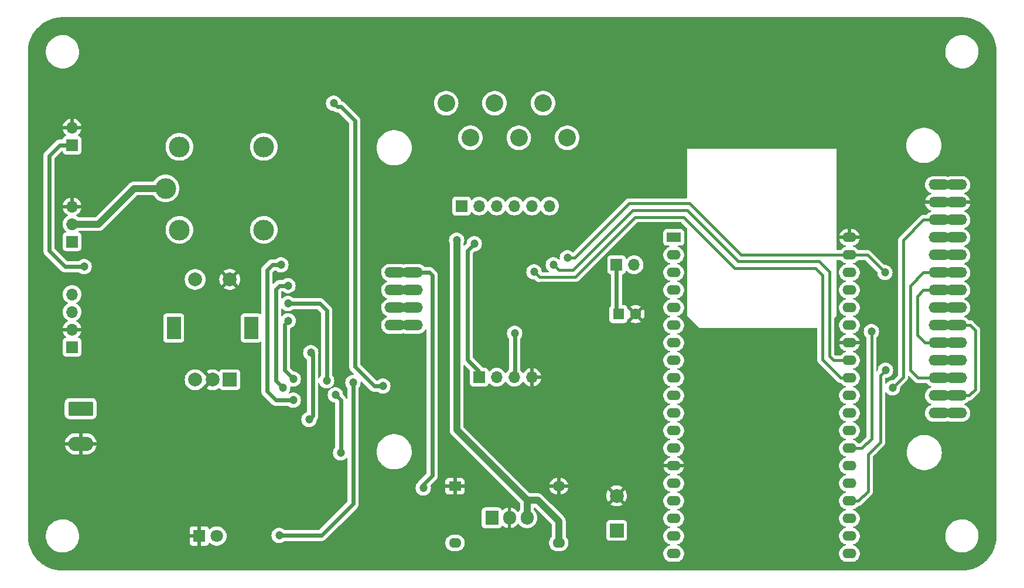
<source format=gbr>
%TF.GenerationSoftware,KiCad,Pcbnew,7.0.1*%
%TF.CreationDate,2024-11-06T10:01:19+01:00*%
%TF.ProjectId,mangiatoia,6d616e67-6961-4746-9f69-612e6b696361,1.1*%
%TF.SameCoordinates,Original*%
%TF.FileFunction,Copper,L2,Bot*%
%TF.FilePolarity,Positive*%
%FSLAX46Y46*%
G04 Gerber Fmt 4.6, Leading zero omitted, Abs format (unit mm)*
G04 Created by KiCad (PCBNEW 7.0.1) date 2024-11-06 10:01:19*
%MOMM*%
%LPD*%
G01*
G04 APERTURE LIST*
G04 Aperture macros list*
%AMRoundRect*
0 Rectangle with rounded corners*
0 $1 Rounding radius*
0 $2 $3 $4 $5 $6 $7 $8 $9 X,Y pos of 4 corners*
0 Add a 4 corners polygon primitive as box body*
4,1,4,$2,$3,$4,$5,$6,$7,$8,$9,$2,$3,0*
0 Add four circle primitives for the rounded corners*
1,1,$1+$1,$2,$3*
1,1,$1+$1,$4,$5*
1,1,$1+$1,$6,$7*
1,1,$1+$1,$8,$9*
0 Add four rect primitives between the rounded corners*
20,1,$1+$1,$2,$3,$4,$5,0*
20,1,$1+$1,$4,$5,$6,$7,0*
20,1,$1+$1,$6,$7,$8,$9,0*
20,1,$1+$1,$8,$9,$2,$3,0*%
G04 Aperture macros list end*
%TA.AperFunction,ComponentPad*%
%ADD10O,3.000000X1.500000*%
%TD*%
%TA.AperFunction,ComponentPad*%
%ADD11R,1.800000X1.800000*%
%TD*%
%TA.AperFunction,ComponentPad*%
%ADD12C,1.800000*%
%TD*%
%TA.AperFunction,ComponentPad*%
%ADD13R,2.000000X2.000000*%
%TD*%
%TA.AperFunction,ComponentPad*%
%ADD14C,2.000000*%
%TD*%
%TA.AperFunction,ComponentPad*%
%ADD15R,2.000000X3.200000*%
%TD*%
%TA.AperFunction,ComponentPad*%
%ADD16R,1.700000X1.700000*%
%TD*%
%TA.AperFunction,ComponentPad*%
%ADD17O,1.700000X1.700000*%
%TD*%
%TA.AperFunction,ComponentPad*%
%ADD18R,2.000000X1.400000*%
%TD*%
%TA.AperFunction,ComponentPad*%
%ADD19O,2.000000X1.400000*%
%TD*%
%TA.AperFunction,ComponentPad*%
%ADD20RoundRect,0.249999X-1.550001X0.790001X-1.550001X-0.790001X1.550001X-0.790001X1.550001X0.790001X0*%
%TD*%
%TA.AperFunction,ComponentPad*%
%ADD21O,3.600000X2.080000*%
%TD*%
%TA.AperFunction,ComponentPad*%
%ADD22R,1.905000X2.000000*%
%TD*%
%TA.AperFunction,ComponentPad*%
%ADD23O,1.905000X2.000000*%
%TD*%
%TA.AperFunction,ComponentPad*%
%ADD24R,1.600000X1.600000*%
%TD*%
%TA.AperFunction,ComponentPad*%
%ADD25C,1.600000*%
%TD*%
%TA.AperFunction,ComponentPad*%
%ADD26R,1.800000X1.400000*%
%TD*%
%TA.AperFunction,ComponentPad*%
%ADD27O,1.800000X1.400000*%
%TD*%
%TA.AperFunction,ComponentPad*%
%ADD28C,2.540000*%
%TD*%
%TA.AperFunction,ComponentPad*%
%ADD29C,3.000000*%
%TD*%
%TA.AperFunction,ViaPad*%
%ADD30C,1.200000*%
%TD*%
%TA.AperFunction,Conductor*%
%ADD31C,0.406400*%
%TD*%
%TA.AperFunction,Conductor*%
%ADD32C,0.609600*%
%TD*%
%TA.AperFunction,Conductor*%
%ADD33C,1.000000*%
%TD*%
G04 APERTURE END LIST*
D10*
%TO.P,U2,1,VCC*%
%TO.N,+5V*%
X201706902Y-69320700D03*
X204246902Y-69320700D03*
%TO.P,U2,2,GND*%
%TO.N,GND*%
X201706902Y-71860700D03*
X204246902Y-71860700D03*
%TO.P,U2,3,CS*%
%TO.N,TFT-CS*%
X201706902Y-74400700D03*
X204246902Y-74400700D03*
%TO.P,U2,4,RST*%
%TO.N,TFT-RST*%
X201706902Y-76940700D03*
X204246902Y-76940700D03*
%TO.P,U2,5,DC*%
%TO.N,TFT-DC*%
X201706902Y-79480700D03*
X204246902Y-79480700D03*
%TO.P,U2,6,MOSI*%
%TO.N,MOSI*%
X201706902Y-82020700D03*
X204246902Y-82020700D03*
%TO.P,U2,7,SCK*%
%TO.N,SCK*%
X201706902Y-84560700D03*
X204246902Y-84560700D03*
%TO.P,U2,8,LED*%
%TO.N,TFT-LED*%
X201706902Y-87100700D03*
X204246902Y-87100700D03*
%TO.P,U2,9,MISO*%
%TO.N,MISO*%
X201706902Y-89640700D03*
X204246902Y-89640700D03*
%TO.P,U2,10,T_CLK*%
%TO.N,SCK*%
X201706902Y-92180700D03*
X204246902Y-92180700D03*
%TO.P,U2,11,T_CS*%
%TO.N,TOUCH-CS*%
X201706902Y-94720700D03*
X204246902Y-94720700D03*
%TO.P,U2,12,T_MOSI*%
%TO.N,MOSI*%
X201706902Y-97260700D03*
X204246902Y-97260700D03*
%TO.P,U2,13,T_MISO*%
%TO.N,MISO*%
X201706902Y-99800700D03*
X204246902Y-99800700D03*
%TO.P,U2,14,T_IRQ*%
%TO.N,T_IRQ*%
X201706902Y-102340700D03*
X204246902Y-102340700D03*
%TO.P,U2,15,SDCS*%
%TO.N,SD-CS*%
X123086902Y-82010700D03*
X125626902Y-82010700D03*
%TO.P,U2,16,SDMOSI*%
%TO.N,MOSI*%
X123086902Y-84550700D03*
X125626902Y-84550700D03*
%TO.P,U2,17,SDMISO*%
%TO.N,MISO*%
X123086902Y-87090700D03*
X125626902Y-87090700D03*
%TO.P,U2,18,SDSCLK*%
%TO.N,SCK*%
X123086902Y-89630700D03*
X125626902Y-89630700D03*
%TD*%
D11*
%TO.P,DL1,1,K*%
%TO.N,GND*%
X94805000Y-120095000D03*
D12*
%TO.P,DL1,2,A*%
%TO.N,/LED*%
X97345000Y-120095000D03*
%TD*%
D13*
%TO.P,ENC1,A,A*%
%TO.N,ENC-A*%
X99210000Y-97515000D03*
D14*
%TO.P,ENC1,B,B*%
%TO.N,ENC-B*%
X94210000Y-97515000D03*
%TO.P,ENC1,C,C*%
%TO.N,GND*%
X96710000Y-97515000D03*
D15*
%TO.P,ENC1,MP*%
%TO.N,N/C*%
X91110000Y-90015000D03*
X102310000Y-90015000D03*
D14*
%TO.P,ENC1,S1,S1*%
%TO.N,ENC-SW*%
X94210000Y-83015000D03*
%TO.P,ENC1,S2,S2*%
%TO.N,GND*%
X99210000Y-83015000D03*
%TD*%
D16*
%TO.P,JP1,1,A*%
%TO.N,Net-(JP1-A)*%
X155115000Y-80899000D03*
D17*
%TO.P,JP1,2,B*%
%TO.N,Net-(JP1-B)*%
X157655000Y-80899000D03*
%TD*%
D16*
%TO.P,J5,1,Pin_1*%
%TO.N,+3.3V*%
X135255000Y-97155000D03*
D17*
%TO.P,J5,2,Pin_2*%
%TO.N,HX711-CK*%
X137795000Y-97155000D03*
%TO.P,J5,3,Pin_3*%
%TO.N,HX711-DATA*%
X140335000Y-97155000D03*
%TO.P,J5,4,Pin_4*%
%TO.N,GND*%
X142875000Y-97155000D03*
%TD*%
D18*
%TO.P,U1,1,3V3*%
%TO.N,+3.3V*%
X163385000Y-76930000D03*
D19*
%TO.P,U1,2,CHIP_PU*%
%TO.N,Net-(JP1-B)*%
X163385000Y-79470000D03*
%TO.P,U1,3,SENSOR_VP/GPIO36/ADC1_CH0*%
%TO.N,ENC-A*%
X163385000Y-82010000D03*
%TO.P,U1,4,SENSOR_VN/GPIO39/ADC1_CH3*%
%TO.N,ENC-B*%
X163385000Y-84550000D03*
%TO.P,U1,5,VDET_1/GPIO34/ADC1_CH6*%
%TO.N,ENC-SW*%
X163385000Y-87090000D03*
%TO.P,U1,6,VDET_2/GPIO35/ADC1_CH7*%
%TO.N,HX711-DATA*%
X163385000Y-89630000D03*
%TO.P,U1,7,32K_XP/GPIO32/ADC1_CH4*%
%TO.N,Net-(U1-32K_XP{slash}GPIO32{slash}ADC1_CH4)*%
X163385000Y-92170000D03*
%TO.P,U1,8,32K_XN/GPIO33/ADC1_CH5*%
%TO.N,TX-EN*%
X163385000Y-94710000D03*
%TO.P,U1,9,DAC_1/ADC2_CH8/GPIO25*%
%TO.N,HX711-CK*%
X163385000Y-97250000D03*
%TO.P,U1,10,DAC_2/ADC2_CH9/GPIO26*%
%TO.N,SERVO-EN*%
X163385000Y-99790000D03*
%TO.P,U1,11,ADC2_CH7/GPIO27*%
%TO.N,GPIO27*%
X163385000Y-102330000D03*
%TO.P,U1,12,MTMS/GPIO14/ADC2_CH6*%
%TO.N,T_IRQ*%
X163385000Y-104870000D03*
%TO.P,U1,13,MTDI/GPIO12/ADC2_CH5*%
%TO.N,SERVO-PWM*%
X163385000Y-107410000D03*
%TO.P,U1,14,GND*%
%TO.N,GND*%
X163385000Y-109950000D03*
%TO.P,U1,15,MTCK/GPIO13/ADC2_CH4*%
%TO.N,SD-CS*%
X163385000Y-112490000D03*
%TO.P,U1,16,SD_DATA2/GPIO9*%
%TO.N,unconnected-(U1-SD_DATA2{slash}GPIO9-Pad16)*%
X163385000Y-115030000D03*
%TO.P,U1,17,SD_DATA3/GPIO10*%
%TO.N,unconnected-(U1-SD_DATA3{slash}GPIO10-Pad17)*%
X163385000Y-117570000D03*
%TO.P,U1,18,CMD*%
%TO.N,unconnected-(U1-CMD-Pad18)*%
X163385000Y-120110000D03*
%TO.P,U1,19,5V*%
%TO.N,+5V*%
X163385000Y-122650000D03*
%TO.P,U1,20,SD_CLK/GPIO6*%
%TO.N,unconnected-(U1-SD_CLK{slash}GPIO6-Pad20)*%
X188781320Y-122647280D03*
%TO.P,U1,21,SD_DATA0/GPIO7*%
%TO.N,unconnected-(U1-SD_DATA0{slash}GPIO7-Pad21)*%
X188781320Y-120107280D03*
%TO.P,U1,22,SD_DATA1/GPIO8*%
%TO.N,unconnected-(U1-SD_DATA1{slash}GPIO8-Pad22)*%
X188785000Y-117570000D03*
%TO.P,U1,23,MTDO/GPIO15/ADC2_CH3*%
%TO.N,TOUCH-CS*%
X188785000Y-115030000D03*
%TO.P,U1,24,ADC2_CH2/GPIO2*%
%TO.N,unconnected-(U1-ADC2_CH2{slash}GPIO2-Pad24)*%
X188785000Y-112490000D03*
%TO.P,U1,25,GPIO0/BOOT/ADC2_CH1*%
%TO.N,unconnected-(U1-GPIO0{slash}BOOT{slash}ADC2_CH1-Pad25)*%
X188785000Y-109950000D03*
%TO.P,U1,26,ADC2_CH0/GPIO4*%
%TO.N,TFT-LED*%
X188785000Y-107410000D03*
%TO.P,U1,27,GPIO16*%
%TO.N,RX-DTE*%
X188785000Y-104870000D03*
%TO.P,U1,28,GPIO17*%
%TO.N,TX-DTE*%
X188785000Y-102330000D03*
%TO.P,U1,29,GPIO5*%
%TO.N,TFT-CS*%
X188785000Y-99790000D03*
%TO.P,U1,30,GPIO18*%
%TO.N,SCK*%
X188785000Y-97250000D03*
%TO.P,U1,31,GPIO19*%
%TO.N,MISO*%
X188785000Y-94710000D03*
%TO.P,U1,32,GND*%
%TO.N,GND*%
X188785000Y-92170000D03*
%TO.P,U1,33,GPIO21*%
%TO.N,TFT-DC*%
X188785000Y-89630000D03*
%TO.P,U1,34,U0RXD/GPIO3*%
%TO.N,unconnected-(U1-U0RXD{slash}GPIO3-Pad34)*%
X188785000Y-87090000D03*
%TO.P,U1,35,U0TXD/GPIO1*%
%TO.N,unconnected-(U1-U0TXD{slash}GPIO1-Pad35)*%
X188785000Y-84550000D03*
%TO.P,U1,36,GPIO22*%
%TO.N,TFT-RST*%
X188785000Y-82010000D03*
%TO.P,U1,37,GPIO23*%
%TO.N,MOSI*%
X188785000Y-79470000D03*
%TO.P,U1,38,GND*%
%TO.N,GND*%
X188785000Y-76930000D03*
%TD*%
D20*
%TO.P,J1,1,Pin_1*%
%TO.N,Net-(D1-A)*%
X77660000Y-101695000D03*
D21*
%TO.P,J1,2,Pin_2*%
%TO.N,GND*%
X77660000Y-106775000D03*
%TD*%
D16*
%TO.P,J3,1,Pin_1*%
%TO.N,SERVO-PWM*%
X76422500Y-77550000D03*
D17*
%TO.P,J3,2,Pin_2*%
%TO.N,Net-(D3-A)*%
X76422500Y-75010000D03*
%TO.P,J3,3,Pin_3*%
%TO.N,GND*%
X76422500Y-72470000D03*
%TD*%
D22*
%TO.P,U5,1,IN*%
%TO.N,+12V*%
X137086000Y-117475000D03*
D23*
%TO.P,U5,2,GND*%
%TO.N,GND*%
X139626000Y-117475000D03*
%TO.P,U5,3,OUT*%
%TO.N,+5V*%
X142166000Y-117475000D03*
%TD*%
D24*
%TO.P,C1,1*%
%TO.N,Net-(JP1-A)*%
X155374000Y-88011000D03*
D25*
%TO.P,C1,2*%
%TO.N,GND*%
X157874000Y-88011000D03*
%TD*%
D16*
%TO.P,J4,1,Pin_1*%
%TO.N,GPIO27*%
X76422500Y-63595000D03*
D17*
%TO.P,J4,2,Pin_2*%
%TO.N,GND*%
X76422500Y-61055000D03*
%TD*%
D26*
%TO.P,U3,1,-VIN*%
%TO.N,GND*%
X131755000Y-112903000D03*
D27*
%TO.P,U3,2,+VIN*%
%TO.N,+12V*%
X131755000Y-121103000D03*
%TO.P,U3,3,-VOUT*%
%TO.N,GND*%
X146755000Y-112903000D03*
%TO.P,U3,4,+VOUT*%
%TO.N,+5V*%
X146755000Y-121103000D03*
%TD*%
D13*
%TO.P,C2,1*%
%TO.N,+5V*%
X155130000Y-119302677D03*
D14*
%TO.P,C2,2*%
%TO.N,GND*%
X155130000Y-114302677D03*
%TD*%
D16*
%TO.P,J2,1,Pin_1*%
%TO.N,+12V*%
X76422500Y-92795000D03*
D17*
%TO.P,J2,2,Pin_2*%
%TO.N,GND*%
X76422500Y-90255000D03*
%TO.P,J2,3,Pin_3*%
%TO.N,RS485-B*%
X76422500Y-87715000D03*
%TO.P,J2,4,Pin_4*%
%TO.N,RS485-A*%
X76422500Y-85175000D03*
%TD*%
D28*
%TO.P,J7,1,Pin_1*%
%TO.N,E+*%
X147982000Y-62531000D03*
%TO.P,J7,2,Pin_2*%
%TO.N,E-*%
X144482000Y-57531000D03*
%TO.P,J7,3,Pin_3*%
%TO.N,A-*%
X140982000Y-62531000D03*
%TO.P,J7,4,Pin_4*%
%TO.N,A+*%
X137482000Y-57531000D03*
%TO.P,J7,5,Pin_5*%
%TO.N,B-*%
X133982000Y-62531000D03*
%TO.P,J7,6,Pin_6*%
%TO.N,B+*%
X130482000Y-57531000D03*
%TD*%
D29*
%TO.P,K1,11*%
%TO.N,Net-(D3-A)*%
X89930000Y-69850000D03*
%TO.P,K1,12*%
%TO.N,unconnected-(K1-Pad12)*%
X104130000Y-63850000D03*
%TO.P,K1,14*%
%TO.N,+5V*%
X104130000Y-75850000D03*
%TO.P,K1,A1*%
X91930000Y-75850000D03*
%TO.P,K1,A2*%
%TO.N,Net-(D2-A)*%
X91930000Y-63850000D03*
%TD*%
D16*
%TO.P,J6,1,Pin_1*%
%TO.N,B+*%
X132705000Y-72390000D03*
D17*
%TO.P,J6,2,Pin_2*%
%TO.N,B-*%
X135245000Y-72390000D03*
%TO.P,J6,3,Pin_3*%
%TO.N,A+*%
X137785000Y-72390000D03*
%TO.P,J6,4,Pin_4*%
%TO.N,A-*%
X140325000Y-72390000D03*
%TO.P,J6,5,Pin_5*%
%TO.N,E-*%
X142865000Y-72390000D03*
%TO.P,J6,6,Pin_6*%
%TO.N,E+*%
X145405000Y-72390000D03*
%TD*%
D30*
%TO.N,+3.3V*%
X134546000Y-77851000D03*
%TO.N,GND*%
X119664970Y-85815389D03*
X106606000Y-104267000D03*
X124624010Y-99866001D03*
X115190434Y-85786889D03*
%TO.N,+5V*%
X132006000Y-77343000D03*
%TO.N,+3.3V*%
X110924000Y-93599000D03*
X110670000Y-103251000D03*
%TO.N,SERVO-PWM*%
X106606000Y-80899000D03*
X108384000Y-100457000D03*
%TO.N,SERVO-EN*%
X121338000Y-98425000D03*
X114226000Y-57531000D03*
%TO.N,Net-(U1-32K_XP{slash}GPIO32{slash}ADC1_CH4)*%
X106352000Y-120015000D03*
X117020000Y-97917000D03*
%TO.N,GPIO27*%
X78158000Y-81153000D03*
X106860000Y-98679000D03*
X107622000Y-83915000D03*
%TO.N,ENC-SW*%
X113210000Y-97663000D03*
X107622000Y-86487000D03*
%TO.N,ENC-B*%
X107654000Y-88995000D03*
X108384000Y-97409000D03*
%TO.N,TX-EN*%
X115242000Y-108077000D03*
X114480000Y-99695000D03*
%TO.N,HX711-DATA*%
X140388000Y-90805000D03*
%TO.N,SD-CS*%
X127180000Y-113157000D03*
%TO.N,TOUCH-CS*%
X193982000Y-96139000D03*
%TO.N,TFT-LED*%
X191950000Y-90551000D03*
%TO.N,TFT-CS*%
X194998000Y-98679000D03*
%TO.N,SCK*%
X143182000Y-81915000D03*
%TO.N,MISO*%
X145976000Y-80899000D03*
%TO.N,MOSI*%
X193907850Y-82020700D03*
X148008000Y-79883000D03*
%TD*%
D31*
%TO.N,MOSI*%
X197538000Y-83947000D02*
X199464300Y-82020700D01*
X199464300Y-82020700D02*
X204246902Y-82020700D01*
X197538000Y-96139000D02*
X197538000Y-83947000D01*
X198659700Y-97260700D02*
X197538000Y-96139000D01*
X204246902Y-97260700D02*
X198659700Y-97260700D01*
%TO.N,TFT-CS*%
X199464300Y-74400700D02*
X204246902Y-74400700D01*
X196522000Y-97155000D02*
X196522000Y-77343000D01*
X196522000Y-77343000D02*
X199464300Y-74400700D01*
X194998000Y-98679000D02*
X196522000Y-97155000D01*
%TO.N,SCK*%
X198554000Y-91059000D02*
X199675700Y-92180700D01*
X198554000Y-85471000D02*
X198554000Y-91059000D01*
X199675700Y-92180700D02*
X204246902Y-92180700D01*
X199464300Y-84560700D02*
X198554000Y-85471000D01*
X204246902Y-84560700D02*
X199464300Y-84560700D01*
%TO.N,TOUCH-CS*%
X191442000Y-113665000D02*
X190077000Y-115030000D01*
X193220000Y-106553000D02*
X191442000Y-108331000D01*
X191442000Y-108331000D02*
X191442000Y-113665000D01*
X193220000Y-96901000D02*
X193220000Y-106553000D01*
X190077000Y-115030000D02*
X188785000Y-115030000D01*
X193982000Y-96139000D02*
X193220000Y-96901000D01*
%TO.N,MOSI*%
X191357150Y-79470000D02*
X188785000Y-79470000D01*
X193907850Y-82020700D02*
X191357150Y-79470000D01*
%TO.N,TFT-LED*%
X190585000Y-107410000D02*
X188785000Y-107410000D01*
X191950000Y-106045000D02*
X190585000Y-107410000D01*
X191950000Y-90551000D02*
X191950000Y-106045000D01*
D32*
%TO.N,SD-CS*%
X128037700Y-82010700D02*
X123086902Y-82010700D01*
X128450000Y-111379000D02*
X128450000Y-82423000D01*
X127180000Y-112649000D02*
X128450000Y-111379000D01*
X128450000Y-82423000D02*
X128037700Y-82010700D01*
X127180000Y-113157000D02*
X127180000Y-112649000D01*
D33*
%TO.N,+5V*%
X132006000Y-104775000D02*
X142166000Y-114935000D01*
X132006000Y-77343000D02*
X132006000Y-104775000D01*
X142166000Y-114935000D02*
X142166000Y-117475000D01*
X142166000Y-114935000D02*
X143690000Y-114935000D01*
X143690000Y-114935000D02*
X146755000Y-118000000D01*
X146755000Y-118000000D02*
X146755000Y-121103000D01*
D32*
%TO.N,+3.3V*%
X133530000Y-94615000D02*
X135255000Y-96340000D01*
X135255000Y-96340000D02*
X135255000Y-97155000D01*
X133530000Y-78867000D02*
X133530000Y-94615000D01*
X134546000Y-77851000D02*
X133530000Y-78867000D01*
%TO.N,Net-(JP1-A)*%
X155115000Y-87752000D02*
X155374000Y-88011000D01*
X155115000Y-80899000D02*
X155115000Y-87752000D01*
%TO.N,+3.3V*%
X111178000Y-102743000D02*
X111178000Y-93853000D01*
X110670000Y-103251000D02*
X111178000Y-102743000D01*
X111178000Y-93853000D02*
X110924000Y-93599000D01*
%TO.N,SERVO-PWM*%
X105844000Y-100457000D02*
X108384000Y-100457000D01*
X104574000Y-81661000D02*
X104574000Y-99187000D01*
X105336000Y-80899000D02*
X104574000Y-81661000D01*
X106606000Y-80899000D02*
X105336000Y-80899000D01*
X104574000Y-99187000D02*
X105844000Y-100457000D01*
%TO.N,SERVO-EN*%
X114734000Y-58039000D02*
X115242000Y-58039000D01*
X117274000Y-60071000D02*
X117274000Y-95631000D01*
X120068000Y-98425000D02*
X121338000Y-98425000D01*
X115242000Y-58039000D02*
X117274000Y-60071000D01*
X114226000Y-57531000D02*
X114734000Y-58039000D01*
X117274000Y-95631000D02*
X120068000Y-98425000D01*
%TO.N,Net-(U1-32K_XP{slash}GPIO32{slash}ADC1_CH4)*%
X117020000Y-115443000D02*
X112448000Y-120015000D01*
X117020000Y-97917000D02*
X117020000Y-115443000D01*
X112448000Y-120015000D02*
X106352000Y-120015000D01*
%TO.N,GPIO27*%
X78158000Y-81153000D02*
X75364000Y-81153000D01*
X75364000Y-81153000D02*
X73078000Y-78867000D01*
X74634000Y-63595000D02*
X76422500Y-63595000D01*
X73078000Y-65151000D02*
X74634000Y-63595000D01*
X107622000Y-83915000D02*
X106384000Y-83915000D01*
X105844000Y-84455000D02*
X105844000Y-97663000D01*
X105844000Y-97663000D02*
X106860000Y-98679000D01*
X73078000Y-78867000D02*
X73078000Y-65151000D01*
X106384000Y-83915000D02*
X105844000Y-84455000D01*
%TO.N,ENC-SW*%
X113210000Y-87503000D02*
X113210000Y-97663000D01*
X112194000Y-86487000D02*
X113210000Y-87503000D01*
X107622000Y-86487000D02*
X112194000Y-86487000D01*
%TO.N,ENC-B*%
X107114000Y-96139000D02*
X108384000Y-97409000D01*
X107654000Y-88995000D02*
X107114000Y-89535000D01*
X107114000Y-89535000D02*
X107114000Y-96139000D01*
%TO.N,TX-EN*%
X114480000Y-99695000D02*
X115242000Y-100457000D01*
X115242000Y-100457000D02*
X115242000Y-108077000D01*
D31*
%TO.N,HX711-DATA*%
X140388000Y-97102000D02*
X140335000Y-97155000D01*
D32*
X140388000Y-90805000D02*
X140388000Y-97102000D01*
D31*
%TO.N,SCK*%
X164772000Y-74041000D02*
X172138000Y-81407000D01*
X143944000Y-82677000D02*
X149165300Y-82677000D01*
X149165300Y-82677000D02*
X157801300Y-74041000D01*
X184838000Y-82423000D02*
X184838000Y-94615000D01*
X187473000Y-97250000D02*
X188785000Y-97250000D01*
X143182000Y-81915000D02*
X143944000Y-82677000D01*
X184838000Y-94615000D02*
X187473000Y-97250000D01*
X172138000Y-81407000D02*
X183822000Y-81407000D01*
X157801300Y-74041000D02*
X164772000Y-74041000D01*
X183822000Y-81407000D02*
X184838000Y-82423000D01*
%TO.N,MISO*%
X157406000Y-73025000D02*
X165280000Y-73025000D01*
X148770000Y-81661000D02*
X157406000Y-73025000D01*
X206237100Y-89640700D02*
X204246902Y-89640700D01*
X165280000Y-73025000D02*
X172646000Y-80391000D01*
X146738000Y-81661000D02*
X148770000Y-81661000D01*
X206936000Y-90339600D02*
X206237100Y-89640700D01*
X185854000Y-81915000D02*
X185854000Y-94107000D01*
X184330000Y-80391000D02*
X185854000Y-81915000D01*
X206068300Y-99800700D02*
X206936000Y-98933000D01*
X206936000Y-98933000D02*
X206936000Y-90339600D01*
X185854000Y-94107000D02*
X186457000Y-94710000D01*
X204246902Y-99800700D02*
X206068300Y-99800700D01*
X145976000Y-80899000D02*
X146738000Y-81661000D01*
X186457000Y-94710000D02*
X188785000Y-94710000D01*
X172646000Y-80391000D02*
X184330000Y-80391000D01*
%TO.N,MOSI*%
X149024000Y-79883000D02*
X156898000Y-72009000D01*
X148008000Y-79883000D02*
X149024000Y-79883000D01*
X156898000Y-72009000D02*
X165661000Y-72009000D01*
X165661000Y-72009000D02*
X173122000Y-79470000D01*
X173122000Y-79470000D02*
X188785000Y-79470000D01*
D33*
%TO.N,Net-(D3-A)*%
X76422500Y-75010000D02*
X80237000Y-75010000D01*
X85397000Y-69850000D02*
X89930000Y-69850000D01*
X80237000Y-75010000D02*
X85397000Y-69850000D01*
%TD*%
%TA.AperFunction,Conductor*%
%TO.N,GND*%
G36*
X205032055Y-45095585D02*
G01*
X205247050Y-45104477D01*
X205247268Y-45104544D01*
X205247269Y-45104486D01*
X205247467Y-45104494D01*
X205444457Y-45113096D01*
X205452340Y-45113758D01*
X205666748Y-45140484D01*
X205865879Y-45166700D01*
X205873270Y-45167960D01*
X206083711Y-45212084D01*
X206084697Y-45212297D01*
X206281258Y-45255874D01*
X206288034Y-45257631D01*
X206493852Y-45318906D01*
X206495108Y-45319291D01*
X206665223Y-45372928D01*
X206687471Y-45379943D01*
X206693688Y-45382133D01*
X206727218Y-45395216D01*
X206893598Y-45460138D01*
X206895285Y-45460816D01*
X207081727Y-45538043D01*
X207087270Y-45540542D01*
X207274771Y-45632206D01*
X207279890Y-45634709D01*
X207282122Y-45635836D01*
X207461066Y-45728988D01*
X207466030Y-45731756D01*
X207650098Y-45841437D01*
X207652613Y-45842987D01*
X207822837Y-45951431D01*
X207827157Y-45954346D01*
X208001540Y-46078853D01*
X208004280Y-46080882D01*
X208164405Y-46203750D01*
X208168097Y-46206727D01*
X208331612Y-46345217D01*
X208334452Y-46347719D01*
X208483308Y-46484120D01*
X208486402Y-46487081D01*
X208637917Y-46638596D01*
X208640881Y-46641693D01*
X208777274Y-46790540D01*
X208779788Y-46793394D01*
X208918264Y-46956892D01*
X208921248Y-46960593D01*
X209044116Y-47120718D01*
X209046145Y-47123458D01*
X209170642Y-47297826D01*
X209173567Y-47302161D01*
X209282011Y-47472385D01*
X209283561Y-47474900D01*
X209393242Y-47658968D01*
X209396010Y-47663932D01*
X209489162Y-47842876D01*
X209490289Y-47845108D01*
X209584444Y-48037703D01*
X209586967Y-48043298D01*
X209664139Y-48229607D01*
X209664903Y-48231506D01*
X209742865Y-48431310D01*
X209745055Y-48437527D01*
X209805668Y-48629763D01*
X209806134Y-48631285D01*
X209867360Y-48836939D01*
X209869129Y-48843760D01*
X209912691Y-49040257D01*
X209912931Y-49041368D01*
X209957038Y-49251728D01*
X209958298Y-49259122D01*
X209984472Y-49457928D01*
X209984559Y-49458605D01*
X210011238Y-49672638D01*
X210011904Y-49680564D01*
X210020513Y-49877727D01*
X210020522Y-49877954D01*
X210029415Y-50092944D01*
X210029500Y-50097036D01*
X210029500Y-120092964D01*
X210029415Y-120097056D01*
X210020522Y-120312045D01*
X210020513Y-120312272D01*
X210011904Y-120509434D01*
X210011238Y-120517360D01*
X209984559Y-120731393D01*
X209984472Y-120732070D01*
X209958298Y-120930876D01*
X209957038Y-120938270D01*
X209912931Y-121148630D01*
X209912691Y-121149741D01*
X209869129Y-121346238D01*
X209867360Y-121353059D01*
X209806134Y-121558713D01*
X209805668Y-121560235D01*
X209745055Y-121752471D01*
X209742865Y-121758688D01*
X209664903Y-121958492D01*
X209664139Y-121960391D01*
X209586967Y-122146700D01*
X209584444Y-122152295D01*
X209490289Y-122344890D01*
X209489162Y-122347122D01*
X209396010Y-122526066D01*
X209393242Y-122531030D01*
X209283561Y-122715098D01*
X209282011Y-122717613D01*
X209173567Y-122887837D01*
X209170642Y-122892172D01*
X209046145Y-123066540D01*
X209044116Y-123069280D01*
X208921248Y-123229405D01*
X208918251Y-123233122D01*
X208779806Y-123396584D01*
X208777252Y-123399483D01*
X208640904Y-123548281D01*
X208637917Y-123551402D01*
X208486402Y-123702917D01*
X208483281Y-123705904D01*
X208334483Y-123842252D01*
X208331584Y-123844806D01*
X208168122Y-123983251D01*
X208164405Y-123986248D01*
X208004280Y-124109116D01*
X208001540Y-124111145D01*
X207827172Y-124235642D01*
X207822837Y-124238567D01*
X207652613Y-124347011D01*
X207650098Y-124348561D01*
X207466030Y-124458242D01*
X207461066Y-124461010D01*
X207282122Y-124554162D01*
X207279890Y-124555289D01*
X207087295Y-124649444D01*
X207081700Y-124651967D01*
X206895391Y-124729139D01*
X206893492Y-124729903D01*
X206693688Y-124807865D01*
X206687471Y-124810055D01*
X206495235Y-124870668D01*
X206493713Y-124871134D01*
X206288059Y-124932360D01*
X206281238Y-124934129D01*
X206084741Y-124977691D01*
X206083630Y-124977931D01*
X205873270Y-125022038D01*
X205865876Y-125023298D01*
X205667070Y-125049472D01*
X205666393Y-125049559D01*
X205452360Y-125076238D01*
X205444434Y-125076904D01*
X205247272Y-125085513D01*
X205247045Y-125085522D01*
X205041174Y-125094037D01*
X205032054Y-125094415D01*
X205027964Y-125094500D01*
X75032036Y-125094500D01*
X75027945Y-125094415D01*
X75017890Y-125093999D01*
X74812953Y-125085522D01*
X74812730Y-125085440D01*
X74812727Y-125085513D01*
X74615564Y-125076904D01*
X74607638Y-125076238D01*
X74393605Y-125049559D01*
X74392928Y-125049472D01*
X74194122Y-125023298D01*
X74186728Y-125022038D01*
X73976368Y-124977931D01*
X73975257Y-124977691D01*
X73778760Y-124934129D01*
X73771939Y-124932360D01*
X73566285Y-124871134D01*
X73564763Y-124870668D01*
X73372527Y-124810055D01*
X73366310Y-124807865D01*
X73166506Y-124729903D01*
X73164607Y-124729139D01*
X72978298Y-124651967D01*
X72972703Y-124649444D01*
X72780108Y-124555289D01*
X72777876Y-124554162D01*
X72598932Y-124461010D01*
X72593968Y-124458242D01*
X72409900Y-124348561D01*
X72407385Y-124347011D01*
X72237161Y-124238567D01*
X72232826Y-124235642D01*
X72058458Y-124111145D01*
X72055718Y-124109116D01*
X71895593Y-123986248D01*
X71891892Y-123983264D01*
X71728394Y-123844788D01*
X71725540Y-123842274D01*
X71576693Y-123705881D01*
X71573596Y-123702917D01*
X71422081Y-123551402D01*
X71419120Y-123548308D01*
X71282719Y-123399452D01*
X71280217Y-123396612D01*
X71141727Y-123233097D01*
X71138750Y-123229405D01*
X71015882Y-123069280D01*
X71013853Y-123066540D01*
X70968600Y-123003159D01*
X70889346Y-122892157D01*
X70886431Y-122887837D01*
X70805783Y-122761245D01*
X161884500Y-122761245D01*
X161925380Y-122979936D01*
X162004698Y-123184679D01*
X162005753Y-123187401D01*
X162122876Y-123376562D01*
X162272764Y-123540981D01*
X162450311Y-123675058D01*
X162649472Y-123774229D01*
X162863464Y-123835115D01*
X163029497Y-123850500D01*
X163740499Y-123850500D01*
X163740503Y-123850500D01*
X163906536Y-123835115D01*
X164120528Y-123774229D01*
X164319689Y-123675058D01*
X164497236Y-123540981D01*
X164647124Y-123376562D01*
X164764247Y-123187401D01*
X164844618Y-122979940D01*
X164844619Y-122979936D01*
X164885500Y-122761245D01*
X164885500Y-122538755D01*
X164844619Y-122320063D01*
X164843564Y-122317340D01*
X164764247Y-122112599D01*
X164647124Y-121923438D01*
X164497236Y-121759019D01*
X164319689Y-121624942D01*
X164319687Y-121624941D01*
X164319686Y-121624940D01*
X164120530Y-121525772D01*
X164120528Y-121525771D01*
X163942857Y-121475219D01*
X163899306Y-121449354D01*
X163874248Y-121405328D01*
X163874248Y-121354672D01*
X163899306Y-121310646D01*
X163942857Y-121284780D01*
X164120528Y-121234229D01*
X164319689Y-121135058D01*
X164497236Y-121000981D01*
X164647124Y-120836562D01*
X164764247Y-120647401D01*
X164844618Y-120439940D01*
X164844619Y-120439936D01*
X164885500Y-120221245D01*
X164885500Y-119998755D01*
X164844619Y-119780063D01*
X164843564Y-119777340D01*
X164764247Y-119572599D01*
X164647124Y-119383438D01*
X164497236Y-119219019D01*
X164319689Y-119084942D01*
X164319687Y-119084941D01*
X164319686Y-119084940D01*
X164120530Y-118985772D01*
X164120528Y-118985771D01*
X163942857Y-118935219D01*
X163899306Y-118909354D01*
X163874248Y-118865328D01*
X163874248Y-118814672D01*
X163899306Y-118770646D01*
X163942857Y-118744780D01*
X164120528Y-118694229D01*
X164319689Y-118595058D01*
X164497236Y-118460981D01*
X164647124Y-118296562D01*
X164764247Y-118107401D01*
X164844618Y-117899940D01*
X164851083Y-117865356D01*
X164885500Y-117681245D01*
X164885500Y-117458755D01*
X164844619Y-117240063D01*
X164764247Y-117032600D01*
X164764247Y-117032599D01*
X164647124Y-116843438D01*
X164497236Y-116679019D01*
X164319689Y-116544942D01*
X164319687Y-116544941D01*
X164319686Y-116544940D01*
X164120530Y-116445772D01*
X164120528Y-116445771D01*
X163942857Y-116395219D01*
X163899306Y-116369354D01*
X163874248Y-116325328D01*
X163874248Y-116274672D01*
X163899306Y-116230646D01*
X163942857Y-116204780D01*
X164120528Y-116154229D01*
X164319689Y-116055058D01*
X164497236Y-115920981D01*
X164647124Y-115756562D01*
X164764247Y-115567401D01*
X164844618Y-115359940D01*
X164852005Y-115320424D01*
X164885500Y-115141245D01*
X164885500Y-114918755D01*
X164844619Y-114700063D01*
X164764247Y-114492600D01*
X164764247Y-114492599D01*
X164647124Y-114303438D01*
X164497236Y-114139019D01*
X164319689Y-114004942D01*
X164319687Y-114004941D01*
X164319686Y-114004940D01*
X164120530Y-113905772D01*
X164120528Y-113905771D01*
X163942857Y-113855219D01*
X163899306Y-113829354D01*
X163874248Y-113785328D01*
X163874248Y-113734672D01*
X163899306Y-113690646D01*
X163942857Y-113664780D01*
X164120528Y-113614229D01*
X164319689Y-113515058D01*
X164497236Y-113380981D01*
X164647124Y-113216562D01*
X164764247Y-113027401D01*
X164844618Y-112819940D01*
X164847845Y-112802677D01*
X164885500Y-112601245D01*
X164885500Y-112378755D01*
X164844619Y-112160063D01*
X164788578Y-112015405D01*
X164764247Y-111952599D01*
X164647124Y-111763438D01*
X164497236Y-111599019D01*
X164319689Y-111464942D01*
X164319687Y-111464941D01*
X164319686Y-111464940D01*
X164120530Y-111365772D01*
X164120528Y-111365771D01*
X164015609Y-111335919D01*
X163941947Y-111314960D01*
X163898392Y-111289092D01*
X163873335Y-111245067D01*
X163873335Y-111194410D01*
X163898393Y-111150385D01*
X163941948Y-111124518D01*
X164120348Y-111073760D01*
X164319422Y-110974633D01*
X164496898Y-110840608D01*
X164646724Y-110676258D01*
X164763796Y-110487180D01*
X164844137Y-110279798D01*
X164859053Y-110200000D01*
X161910946Y-110200000D01*
X161925862Y-110279798D01*
X162006203Y-110487180D01*
X162123275Y-110676258D01*
X162273101Y-110840608D01*
X162450577Y-110974633D01*
X162649651Y-111073760D01*
X162828051Y-111124518D01*
X162871606Y-111150385D01*
X162896664Y-111194410D01*
X162896664Y-111245067D01*
X162871607Y-111289092D01*
X162828052Y-111314960D01*
X162685118Y-111355628D01*
X162649472Y-111365771D01*
X162649471Y-111365771D01*
X162649469Y-111365772D01*
X162450313Y-111464940D01*
X162272763Y-111599020D01*
X162122877Y-111763436D01*
X162005752Y-111952600D01*
X161925380Y-112160063D01*
X161884500Y-112378755D01*
X161884500Y-112601245D01*
X161925380Y-112819936D01*
X161925382Y-112819940D01*
X162005753Y-113027401D01*
X162122876Y-113216562D01*
X162272764Y-113380981D01*
X162450311Y-113515058D01*
X162649472Y-113614229D01*
X162827141Y-113664780D01*
X162870693Y-113690646D01*
X162895751Y-113734672D01*
X162895751Y-113785328D01*
X162870693Y-113829354D01*
X162827141Y-113855219D01*
X162649472Y-113905771D01*
X162649471Y-113905771D01*
X162649469Y-113905772D01*
X162450313Y-114004940D01*
X162395474Y-114046353D01*
X162277998Y-114135067D01*
X162272763Y-114139020D01*
X162122877Y-114303436D01*
X162005752Y-114492600D01*
X161925380Y-114700063D01*
X161884500Y-114918755D01*
X161884500Y-115141245D01*
X161925380Y-115359936D01*
X161985378Y-115514808D01*
X162005753Y-115567401D01*
X162122876Y-115756562D01*
X162272764Y-115920981D01*
X162450311Y-116055058D01*
X162649472Y-116154229D01*
X162827141Y-116204780D01*
X162870693Y-116230646D01*
X162895751Y-116274672D01*
X162895751Y-116325328D01*
X162870693Y-116369354D01*
X162827141Y-116395219D01*
X162649472Y-116445771D01*
X162649471Y-116445771D01*
X162649469Y-116445772D01*
X162450313Y-116544940D01*
X162272763Y-116679020D01*
X162122877Y-116843436D01*
X162005752Y-117032600D01*
X161925380Y-117240063D01*
X161884500Y-117458755D01*
X161884500Y-117681245D01*
X161925380Y-117899936D01*
X162005752Y-118107399D01*
X162005753Y-118107401D01*
X162122876Y-118296562D01*
X162272764Y-118460981D01*
X162450311Y-118595058D01*
X162649472Y-118694229D01*
X162827141Y-118744780D01*
X162870693Y-118770646D01*
X162895751Y-118814672D01*
X162895751Y-118865328D01*
X162870693Y-118909354D01*
X162827141Y-118935219D01*
X162649472Y-118985771D01*
X162649471Y-118985771D01*
X162649469Y-118985772D01*
X162450313Y-119084940D01*
X162367902Y-119147174D01*
X162285105Y-119209700D01*
X162272763Y-119219020D01*
X162122877Y-119383436D01*
X162005752Y-119572600D01*
X161925380Y-119780063D01*
X161884500Y-119998755D01*
X161884500Y-120221245D01*
X161925380Y-120439936D01*
X161974063Y-120565600D01*
X162005753Y-120647401D01*
X162122876Y-120836562D01*
X162272764Y-121000981D01*
X162450311Y-121135058D01*
X162649472Y-121234229D01*
X162827141Y-121284780D01*
X162870693Y-121310646D01*
X162895751Y-121354672D01*
X162895751Y-121405328D01*
X162870693Y-121449354D01*
X162827141Y-121475219D01*
X162649472Y-121525771D01*
X162649471Y-121525771D01*
X162649469Y-121525772D01*
X162450313Y-121624940D01*
X162334797Y-121712174D01*
X162273203Y-121758688D01*
X162272763Y-121759020D01*
X162122877Y-121923436D01*
X162005752Y-122112600D01*
X161925380Y-122320063D01*
X161884500Y-122538755D01*
X161884500Y-122761245D01*
X70805783Y-122761245D01*
X70777987Y-122717613D01*
X70776437Y-122715098D01*
X70666756Y-122531030D01*
X70663988Y-122526066D01*
X70648076Y-122495500D01*
X70570836Y-122347122D01*
X70569709Y-122344890D01*
X70556242Y-122317343D01*
X70475542Y-122152270D01*
X70473043Y-122146727D01*
X70395816Y-121960285D01*
X70395138Y-121958598D01*
X70330216Y-121792218D01*
X70317133Y-121758688D01*
X70314943Y-121752471D01*
X70302237Y-121712174D01*
X70254291Y-121560108D01*
X70253906Y-121558852D01*
X70192631Y-121353034D01*
X70190874Y-121346258D01*
X70147297Y-121149697D01*
X70147067Y-121148630D01*
X70144221Y-121135058D01*
X70102960Y-120938270D01*
X70101700Y-120930876D01*
X70075479Y-120731708D01*
X70048758Y-120517340D01*
X70048096Y-120509457D01*
X70039477Y-120312044D01*
X70035721Y-120221243D01*
X70030585Y-120097055D01*
X70030500Y-120092964D01*
X70030500Y-120017906D01*
X72625793Y-120017906D01*
X72634898Y-120301822D01*
X72635673Y-120325978D01*
X72639645Y-120350546D01*
X72684866Y-120630262D01*
X72772567Y-120925752D01*
X72897338Y-121207611D01*
X72901360Y-121214245D01*
X73033931Y-121432936D01*
X73057125Y-121471196D01*
X73192061Y-121640401D01*
X73249304Y-121712181D01*
X73470724Y-121926614D01*
X73717747Y-122110972D01*
X73986318Y-122262228D01*
X74272025Y-122377899D01*
X74570179Y-122456084D01*
X74836465Y-122490417D01*
X74875882Y-122495500D01*
X74875883Y-122495500D01*
X75106968Y-122495500D01*
X75106974Y-122495500D01*
X75337601Y-122480693D01*
X75640151Y-122421772D01*
X75932683Y-122324644D01*
X75932685Y-122324642D01*
X75932688Y-122324642D01*
X76134973Y-122227227D01*
X76210393Y-122190907D01*
X76468720Y-122022754D01*
X76703424Y-121822948D01*
X76910650Y-121594769D01*
X76934740Y-121560235D01*
X77086994Y-121341966D01*
X77086996Y-121341963D01*
X77229567Y-121068683D01*
X77239083Y-121042826D01*
X93405000Y-121042826D01*
X93411401Y-121102376D01*
X93461646Y-121237089D01*
X93547811Y-121352188D01*
X93662910Y-121438353D01*
X93797623Y-121488598D01*
X93857174Y-121495000D01*
X94554999Y-121495000D01*
X94555000Y-121494999D01*
X95055000Y-121494999D01*
X95055001Y-121495000D01*
X95752826Y-121495000D01*
X95812376Y-121488598D01*
X95947089Y-121438353D01*
X96062188Y-121352188D01*
X96148353Y-121237088D01*
X96191308Y-121121921D01*
X96220011Y-121081032D01*
X96265025Y-121059365D01*
X96314888Y-121062437D01*
X96356902Y-121089465D01*
X96393216Y-121128913D01*
X96576374Y-121271470D01*
X96780497Y-121381936D01*
X97000019Y-121457298D01*
X97228951Y-121495500D01*
X97461047Y-121495500D01*
X97461049Y-121495500D01*
X97689981Y-121457298D01*
X97909503Y-121381936D01*
X98113626Y-121271470D01*
X98187149Y-121214245D01*
X130354500Y-121214245D01*
X130395380Y-121432936D01*
X130468710Y-121622222D01*
X130475753Y-121640401D01*
X130592876Y-121829562D01*
X130742764Y-121993981D01*
X130920311Y-122128058D01*
X131119472Y-122227229D01*
X131333464Y-122288115D01*
X131499497Y-122303500D01*
X132010499Y-122303500D01*
X132010503Y-122303500D01*
X132176536Y-122288115D01*
X132390528Y-122227229D01*
X132589689Y-122128058D01*
X132767236Y-121993981D01*
X132917124Y-121829562D01*
X133034247Y-121640401D01*
X133114618Y-121432940D01*
X133120288Y-121402608D01*
X133155500Y-121214245D01*
X133155500Y-120991755D01*
X133114619Y-120773063D01*
X133114618Y-120773060D01*
X133034247Y-120565599D01*
X132917124Y-120376438D01*
X132767236Y-120212019D01*
X132589689Y-120077942D01*
X132589687Y-120077941D01*
X132589686Y-120077940D01*
X132390530Y-119978772D01*
X132390528Y-119978771D01*
X132176536Y-119917885D01*
X132010503Y-119902500D01*
X131499497Y-119902500D01*
X131333464Y-119917885D01*
X131119472Y-119978771D01*
X131119471Y-119978771D01*
X131119469Y-119978772D01*
X130920313Y-120077940D01*
X130742763Y-120212020D01*
X130592877Y-120376436D01*
X130475752Y-120565600D01*
X130395380Y-120773063D01*
X130354500Y-120991755D01*
X130354500Y-121214245D01*
X98187149Y-121214245D01*
X98296784Y-121128913D01*
X98453979Y-120958153D01*
X98580924Y-120763849D01*
X98674157Y-120551300D01*
X98731134Y-120326305D01*
X98750300Y-120095000D01*
X98731134Y-119863695D01*
X98674157Y-119638700D01*
X98639520Y-119559737D01*
X98627540Y-119532425D01*
X98580924Y-119426151D01*
X98453979Y-119231847D01*
X98296784Y-119061087D01*
X98113626Y-118918530D01*
X97909503Y-118808064D01*
X97909502Y-118808063D01*
X97909501Y-118808063D01*
X97689981Y-118732702D01*
X97461049Y-118694500D01*
X97228951Y-118694500D01*
X97083311Y-118718803D01*
X97000018Y-118732702D01*
X96780498Y-118808063D01*
X96576373Y-118918530D01*
X96393216Y-119061086D01*
X96356902Y-119100534D01*
X96314888Y-119127562D01*
X96265025Y-119130634D01*
X96220011Y-119108967D01*
X96191308Y-119068078D01*
X96148353Y-118952911D01*
X96062188Y-118837811D01*
X95947089Y-118751646D01*
X95812376Y-118701401D01*
X95752826Y-118695000D01*
X95055001Y-118695000D01*
X95055000Y-118695001D01*
X95055000Y-121494999D01*
X94555000Y-121494999D01*
X94555000Y-120345001D01*
X94554999Y-120345000D01*
X93405001Y-120345000D01*
X93405000Y-120345001D01*
X93405000Y-121042826D01*
X77239083Y-121042826D01*
X77336020Y-120779415D01*
X77404609Y-120478908D01*
X77434206Y-120172098D01*
X77433843Y-120160792D01*
X77431800Y-120097056D01*
X77424327Y-119864022D01*
X77421252Y-119844999D01*
X93405000Y-119844999D01*
X93405001Y-119845000D01*
X94554999Y-119845000D01*
X94555000Y-119844999D01*
X94555000Y-118695001D01*
X94554999Y-118695000D01*
X93857174Y-118695000D01*
X93797623Y-118701401D01*
X93662910Y-118751646D01*
X93547811Y-118837811D01*
X93461646Y-118952910D01*
X93411401Y-119087623D01*
X93405000Y-119147174D01*
X93405000Y-119844999D01*
X77421252Y-119844999D01*
X77384188Y-119615747D01*
X77375133Y-119559737D01*
X77287432Y-119264247D01*
X77287431Y-119264244D01*
X77162663Y-118982391D01*
X77002877Y-118718807D01*
X76988996Y-118701401D01*
X76810701Y-118477825D01*
X76810700Y-118477824D01*
X76810696Y-118477819D01*
X76589276Y-118263386D01*
X76342253Y-118079028D01*
X76073682Y-117927772D01*
X75787975Y-117812101D01*
X75787974Y-117812100D01*
X75787970Y-117812099D01*
X75489821Y-117733916D01*
X75184118Y-117694500D01*
X75184117Y-117694500D01*
X74953026Y-117694500D01*
X74722399Y-117709307D01*
X74722394Y-117709307D01*
X74722392Y-117709308D01*
X74419856Y-117768226D01*
X74419851Y-117768227D01*
X74419849Y-117768228D01*
X74347809Y-117792146D01*
X74127311Y-117865357D01*
X73849609Y-117999091D01*
X73591279Y-118167246D01*
X73356574Y-118367054D01*
X73149348Y-118595231D01*
X72973005Y-118848033D01*
X72830431Y-119121320D01*
X72723980Y-119410582D01*
X72655391Y-119711088D01*
X72625793Y-120017906D01*
X70030500Y-120017906D01*
X70030500Y-107025000D01*
X75379045Y-107025000D01*
X75386213Y-107084041D01*
X75455389Y-107322863D01*
X75561984Y-107547507D01*
X75703230Y-107752137D01*
X75875466Y-107931456D01*
X76074246Y-108080827D01*
X76294406Y-108196376D01*
X76530254Y-108275114D01*
X76775679Y-108315000D01*
X77409999Y-108315000D01*
X77410000Y-108314999D01*
X77910000Y-108314999D01*
X77910001Y-108315000D01*
X78482060Y-108315000D01*
X78667838Y-108300002D01*
X78909252Y-108240499D01*
X79138001Y-108143037D01*
X79348152Y-108010147D01*
X79534265Y-107845265D01*
X79691519Y-107652663D01*
X79815838Y-107437338D01*
X79904011Y-107204844D01*
X79940726Y-107025000D01*
X77910001Y-107025000D01*
X77910000Y-107025001D01*
X77910000Y-108314999D01*
X77410000Y-108314999D01*
X77410000Y-107025001D01*
X77409999Y-107025000D01*
X75379045Y-107025000D01*
X70030500Y-107025000D01*
X70030500Y-106524999D01*
X75379273Y-106524999D01*
X75379274Y-106525000D01*
X77409999Y-106525000D01*
X77410000Y-106524999D01*
X77910000Y-106524999D01*
X77910001Y-106525000D01*
X79940955Y-106525000D01*
X79933786Y-106465958D01*
X79864610Y-106227136D01*
X79758015Y-106002492D01*
X79616769Y-105797862D01*
X79444533Y-105618543D01*
X79245753Y-105469172D01*
X79025593Y-105353623D01*
X78789745Y-105274885D01*
X78544321Y-105235000D01*
X77910001Y-105235000D01*
X77910000Y-105235001D01*
X77910000Y-106524999D01*
X77410000Y-106524999D01*
X77410000Y-105235001D01*
X77409999Y-105235000D01*
X76837940Y-105235000D01*
X76652161Y-105249997D01*
X76410747Y-105309500D01*
X76181998Y-105406962D01*
X75971847Y-105539852D01*
X75785734Y-105704734D01*
X75628480Y-105897336D01*
X75504161Y-106112661D01*
X75415988Y-106345155D01*
X75379273Y-106524999D01*
X70030500Y-106524999D01*
X70030500Y-102535013D01*
X75359500Y-102535013D01*
X75370000Y-102637796D01*
X75380400Y-102669181D01*
X75425186Y-102804335D01*
X75517288Y-102953656D01*
X75641344Y-103077712D01*
X75790665Y-103169814D01*
X75957202Y-103224999D01*
X75982899Y-103227624D01*
X76059987Y-103235500D01*
X76059990Y-103235500D01*
X79260010Y-103235500D01*
X79260013Y-103235500D01*
X79321682Y-103229199D01*
X79362798Y-103224999D01*
X79529335Y-103169814D01*
X79678656Y-103077712D01*
X79802712Y-102953656D01*
X79894814Y-102804335D01*
X79949999Y-102637798D01*
X79960500Y-102535010D01*
X79960500Y-100854990D01*
X79959433Y-100844549D01*
X79949999Y-100752203D01*
X79948017Y-100746222D01*
X79894814Y-100585665D01*
X79802712Y-100436344D01*
X79678656Y-100312288D01*
X79529335Y-100220186D01*
X79436257Y-100189343D01*
X79362796Y-100165000D01*
X79260013Y-100154500D01*
X79260010Y-100154500D01*
X76059990Y-100154500D01*
X76059987Y-100154500D01*
X75957203Y-100165000D01*
X75790665Y-100220186D01*
X75641346Y-100312286D01*
X75517286Y-100436346D01*
X75425186Y-100585665D01*
X75370000Y-100752203D01*
X75359500Y-100854987D01*
X75359500Y-102535013D01*
X70030500Y-102535013D01*
X70030500Y-97515000D01*
X92704357Y-97515000D01*
X92724892Y-97762821D01*
X92775635Y-97963199D01*
X92785938Y-98003885D01*
X92885824Y-98231601D01*
X92885827Y-98231607D01*
X93021836Y-98439785D01*
X93190256Y-98622738D01*
X93386491Y-98775474D01*
X93605190Y-98893828D01*
X93840386Y-98974571D01*
X94085665Y-99015500D01*
X94334334Y-99015500D01*
X94334335Y-99015500D01*
X94579614Y-98974571D01*
X94814810Y-98893828D01*
X95033509Y-98775474D01*
X95080872Y-98738610D01*
X95839942Y-98738610D01*
X95886767Y-98775055D01*
X96105390Y-98893367D01*
X96340508Y-98974083D01*
X96585708Y-99015000D01*
X96834292Y-99015000D01*
X97079491Y-98974083D01*
X97314606Y-98893368D01*
X97533235Y-98775052D01*
X97612477Y-98713375D01*
X97669687Y-98692564D01*
X97728258Y-98709165D01*
X97757479Y-98746081D01*
X97757673Y-98745936D01*
X97763055Y-98753126D01*
X97766042Y-98756899D01*
X97766202Y-98757330D01*
X97807892Y-98813019D01*
X97852454Y-98872546D01*
X97967669Y-98958796D01*
X98102517Y-99009091D01*
X98162127Y-99015500D01*
X100257872Y-99015499D01*
X100317483Y-99009091D01*
X100452331Y-98958796D01*
X100567546Y-98872546D01*
X100653796Y-98757331D01*
X100704091Y-98622483D01*
X100710500Y-98562873D01*
X100710499Y-96467128D01*
X100704091Y-96407517D01*
X100653796Y-96272669D01*
X100567546Y-96157454D01*
X100452331Y-96071204D01*
X100452330Y-96071203D01*
X100356366Y-96035411D01*
X100317483Y-96020909D01*
X100257873Y-96014500D01*
X100257869Y-96014500D01*
X98162128Y-96014500D01*
X98102515Y-96020909D01*
X97967669Y-96071203D01*
X97852454Y-96157454D01*
X97766201Y-96272671D01*
X97766041Y-96273102D01*
X97763060Y-96276867D01*
X97757673Y-96284064D01*
X97757478Y-96283918D01*
X97728257Y-96320835D01*
X97669687Y-96337435D01*
X97612477Y-96316624D01*
X97533232Y-96254944D01*
X97314609Y-96136632D01*
X97079491Y-96055916D01*
X96834292Y-96015000D01*
X96585708Y-96015000D01*
X96340508Y-96055916D01*
X96105393Y-96136631D01*
X95886766Y-96254946D01*
X95839943Y-96291389D01*
X96710000Y-97161447D01*
X96993549Y-97444996D01*
X97019172Y-97489377D01*
X97019172Y-97540623D01*
X96993549Y-97585004D01*
X95839942Y-98738610D01*
X95080872Y-98738610D01*
X95229744Y-98622738D01*
X95398164Y-98439785D01*
X95404338Y-98430333D01*
X95444657Y-98395096D01*
X95482941Y-98388503D01*
X96356445Y-97514999D01*
X95482941Y-96641495D01*
X95444658Y-96634903D01*
X95404339Y-96599667D01*
X95398164Y-96590215D01*
X95229744Y-96407262D01*
X95033509Y-96254526D01*
X94814810Y-96136172D01*
X94814809Y-96136171D01*
X94579612Y-96055428D01*
X94372743Y-96020909D01*
X94334335Y-96014500D01*
X94085665Y-96014500D01*
X94047257Y-96020909D01*
X93840387Y-96055428D01*
X93605189Y-96136172D01*
X93386490Y-96254526D01*
X93190257Y-96407261D01*
X93021836Y-96590214D01*
X92885824Y-96798398D01*
X92785938Y-97026114D01*
X92771994Y-97081179D01*
X92724892Y-97267179D01*
X92704357Y-97515000D01*
X70030500Y-97515000D01*
X70030500Y-93692871D01*
X75072000Y-93692871D01*
X75078409Y-93752484D01*
X75128703Y-93887330D01*
X75128704Y-93887331D01*
X75214954Y-94002546D01*
X75330169Y-94088796D01*
X75465017Y-94139091D01*
X75524627Y-94145500D01*
X77320372Y-94145499D01*
X77379983Y-94139091D01*
X77514831Y-94088796D01*
X77630046Y-94002546D01*
X77716296Y-93887331D01*
X77766591Y-93752483D01*
X77773000Y-93692873D01*
X77772999Y-91897128D01*
X77766591Y-91837517D01*
X77716296Y-91702669D01*
X77686503Y-91662871D01*
X89609500Y-91662871D01*
X89615909Y-91722484D01*
X89666203Y-91857330D01*
X89666204Y-91857331D01*
X89752454Y-91972546D01*
X89867669Y-92058796D01*
X90002517Y-92109091D01*
X90062127Y-92115500D01*
X92157872Y-92115499D01*
X92217483Y-92109091D01*
X92352331Y-92058796D01*
X92467546Y-91972546D01*
X92553796Y-91857331D01*
X92604091Y-91722483D01*
X92610500Y-91662873D01*
X92610500Y-91662871D01*
X100809500Y-91662871D01*
X100815909Y-91722484D01*
X100866203Y-91857330D01*
X100866204Y-91857331D01*
X100952454Y-91972546D01*
X101067669Y-92058796D01*
X101202517Y-92109091D01*
X101262127Y-92115500D01*
X103357872Y-92115499D01*
X103417483Y-92109091D01*
X103552331Y-92058796D01*
X103610372Y-92015345D01*
X103660875Y-91995994D01*
X103714013Y-92006071D01*
X103753926Y-92042571D01*
X103768700Y-92094600D01*
X103768700Y-99084074D01*
X103768699Y-99084082D01*
X103768699Y-99277737D01*
X103777589Y-99316691D01*
X103779448Y-99327631D01*
X103783921Y-99367328D01*
X103797116Y-99405037D01*
X103800189Y-99415704D01*
X103809080Y-99454658D01*
X103826416Y-99490658D01*
X103830664Y-99500913D01*
X103843858Y-99538619D01*
X103865116Y-99572451D01*
X103870486Y-99582167D01*
X103887817Y-99618156D01*
X103912727Y-99649392D01*
X103919151Y-99658446D01*
X103940406Y-99692273D01*
X104080080Y-99831948D01*
X104080087Y-99831953D01*
X105210406Y-100962273D01*
X105210407Y-100962274D01*
X105210406Y-100962274D01*
X105282805Y-101034672D01*
X105338726Y-101090593D01*
X105372564Y-101111854D01*
X105381605Y-101118270D01*
X105412842Y-101143182D01*
X105434694Y-101153704D01*
X105448840Y-101160517D01*
X105458543Y-101165879D01*
X105492382Y-101187142D01*
X105492384Y-101187143D01*
X105530092Y-101200337D01*
X105540349Y-101204585D01*
X105576343Y-101221920D01*
X105615305Y-101230811D01*
X105625947Y-101233877D01*
X105663670Y-101247078D01*
X105703371Y-101251550D01*
X105714318Y-101253410D01*
X105753265Y-101262300D01*
X105798771Y-101262300D01*
X105934735Y-101262300D01*
X107595491Y-101262300D01*
X107631254Y-101268985D01*
X107662186Y-101288138D01*
X107702550Y-101324934D01*
X107717959Y-101338981D01*
X107891363Y-101446348D01*
X108041254Y-101504415D01*
X108081546Y-101520025D01*
X108282022Y-101557500D01*
X108282024Y-101557500D01*
X108485976Y-101557500D01*
X108485978Y-101557500D01*
X108686453Y-101520025D01*
X108686456Y-101520024D01*
X108876637Y-101446348D01*
X109050041Y-101338981D01*
X109200764Y-101201579D01*
X109323673Y-101038821D01*
X109414582Y-100856250D01*
X109470397Y-100660083D01*
X109489215Y-100457000D01*
X109470397Y-100253917D01*
X109414582Y-100057750D01*
X109323673Y-99875179D01*
X109200764Y-99712421D01*
X109050041Y-99575019D01*
X109045894Y-99572451D01*
X108876639Y-99467653D01*
X108876637Y-99467652D01*
X108797716Y-99437078D01*
X108686453Y-99393974D01*
X108485978Y-99356500D01*
X108485976Y-99356500D01*
X108282024Y-99356500D01*
X108282022Y-99356500D01*
X108081546Y-99393974D01*
X107891361Y-99467652D01*
X107876066Y-99477123D01*
X107823949Y-99491951D01*
X107771832Y-99477122D01*
X107735329Y-99437078D01*
X107725372Y-99383816D01*
X107744944Y-99333292D01*
X107799673Y-99260821D01*
X107890582Y-99078250D01*
X107946397Y-98882083D01*
X107965215Y-98679000D01*
X107955742Y-98576776D01*
X107963865Y-98527412D01*
X107995091Y-98488319D01*
X108041445Y-98469488D01*
X108071967Y-98473324D01*
X108072526Y-98470339D01*
X108282022Y-98509500D01*
X108282024Y-98509500D01*
X108485976Y-98509500D01*
X108485978Y-98509500D01*
X108686453Y-98472025D01*
X108689081Y-98471007D01*
X108876637Y-98398348D01*
X109050041Y-98290981D01*
X109200764Y-98153579D01*
X109323673Y-97990821D01*
X109414582Y-97808250D01*
X109470397Y-97612083D01*
X109489215Y-97409000D01*
X109470397Y-97205917D01*
X109414582Y-97009750D01*
X109323673Y-96827179D01*
X109200764Y-96664421D01*
X109050041Y-96527019D01*
X109050038Y-96527017D01*
X108876639Y-96419653D01*
X108876637Y-96419652D01*
X108795917Y-96388381D01*
X108686453Y-96345974D01*
X108485978Y-96308500D01*
X108485976Y-96308500D01*
X108463375Y-96308500D01*
X108425489Y-96300964D01*
X108393372Y-96279504D01*
X107948297Y-95834430D01*
X107926836Y-95802312D01*
X107919300Y-95764426D01*
X107919300Y-90140235D01*
X107936625Y-90084286D01*
X107982536Y-90047920D01*
X108146637Y-89984348D01*
X108320041Y-89876981D01*
X108470764Y-89739579D01*
X108593673Y-89576821D01*
X108684582Y-89394250D01*
X108740397Y-89198083D01*
X108759215Y-88995000D01*
X108740397Y-88791917D01*
X108684582Y-88595750D01*
X108593673Y-88413179D01*
X108470764Y-88250421D01*
X108320041Y-88113019D01*
X108309456Y-88106465D01*
X108146639Y-88005653D01*
X108146637Y-88005652D01*
X108099598Y-87987429D01*
X107956453Y-87931974D01*
X107755978Y-87894500D01*
X107755976Y-87894500D01*
X107552024Y-87894500D01*
X107552022Y-87894500D01*
X107351546Y-87931974D01*
X107161360Y-88005653D01*
X106987961Y-88113017D01*
X106837234Y-88250422D01*
X106827304Y-88263573D01*
X106777585Y-88298482D01*
X106716839Y-88297781D01*
X106667939Y-88261733D01*
X106649300Y-88203913D01*
X106649300Y-87313638D01*
X106665355Y-87259591D01*
X106708312Y-87223073D01*
X106764238Y-87215929D01*
X106814995Y-87240475D01*
X106955959Y-87368981D01*
X107129363Y-87476348D01*
X107279254Y-87534415D01*
X107319546Y-87550025D01*
X107520022Y-87587500D01*
X107520024Y-87587500D01*
X107723976Y-87587500D01*
X107723978Y-87587500D01*
X107924453Y-87550025D01*
X107924456Y-87550024D01*
X108114637Y-87476348D01*
X108288041Y-87368981D01*
X108338842Y-87322670D01*
X108343814Y-87318138D01*
X108374746Y-87298985D01*
X108410509Y-87292300D01*
X111819426Y-87292300D01*
X111857312Y-87299836D01*
X111889430Y-87321296D01*
X112375704Y-87807570D01*
X112397164Y-87839688D01*
X112404700Y-87877574D01*
X112404700Y-96870059D01*
X112399568Y-96901520D01*
X112384705Y-96929717D01*
X112338513Y-96990886D01*
X112270325Y-97081181D01*
X112180830Y-97260914D01*
X112179418Y-97263750D01*
X112177520Y-97270420D01*
X112147632Y-97317708D01*
X112096882Y-97341246D01*
X112041476Y-97333517D01*
X111999106Y-97296989D01*
X111983300Y-97243326D01*
X111983300Y-93911129D01*
X111987079Y-93884037D01*
X111998324Y-93844514D01*
X112010397Y-93802083D01*
X112029215Y-93599000D01*
X112010397Y-93395917D01*
X111954582Y-93199750D01*
X111863673Y-93017179D01*
X111740764Y-92854421D01*
X111590041Y-92717019D01*
X111590038Y-92717017D01*
X111416639Y-92609653D01*
X111416637Y-92609652D01*
X111376347Y-92594043D01*
X111226453Y-92535974D01*
X111025978Y-92498500D01*
X111025976Y-92498500D01*
X110822024Y-92498500D01*
X110822022Y-92498500D01*
X110621546Y-92535974D01*
X110431360Y-92609653D01*
X110257961Y-92717017D01*
X110132785Y-92831130D01*
X110107236Y-92854421D01*
X110077193Y-92894204D01*
X109984325Y-93017181D01*
X109893419Y-93199747D01*
X109893418Y-93199750D01*
X109854007Y-93338264D01*
X109837603Y-93395917D01*
X109823770Y-93545207D01*
X109818785Y-93599000D01*
X109837603Y-93802083D01*
X109893308Y-93997865D01*
X109893419Y-93998252D01*
X109984325Y-94180818D01*
X109984326Y-94180819D01*
X109984327Y-94180821D01*
X110107236Y-94343579D01*
X110257959Y-94480981D01*
X110257961Y-94480982D01*
X110325817Y-94522997D01*
X110360189Y-94558994D01*
X110372700Y-94607168D01*
X110372700Y-102118162D01*
X110355375Y-102174111D01*
X110309464Y-102210476D01*
X110288089Y-102218757D01*
X110177360Y-102261653D01*
X110003961Y-102369017D01*
X109973232Y-102397030D01*
X109853236Y-102506421D01*
X109831647Y-102535010D01*
X109730325Y-102669181D01*
X109639419Y-102851747D01*
X109639418Y-102851750D01*
X109583603Y-103047917D01*
X109564785Y-103251000D01*
X109583603Y-103454083D01*
X109611180Y-103551006D01*
X109639419Y-103650252D01*
X109730325Y-103832818D01*
X109730326Y-103832819D01*
X109730327Y-103832821D01*
X109853236Y-103995579D01*
X110003959Y-104132981D01*
X110177363Y-104240348D01*
X110327254Y-104298415D01*
X110367546Y-104314025D01*
X110568022Y-104351500D01*
X110568024Y-104351500D01*
X110771976Y-104351500D01*
X110771978Y-104351500D01*
X110972453Y-104314025D01*
X110972456Y-104314024D01*
X111162637Y-104240348D01*
X111336041Y-104132981D01*
X111486764Y-103995579D01*
X111609673Y-103832821D01*
X111700582Y-103650250D01*
X111756397Y-103454083D01*
X111768480Y-103323675D01*
X111777441Y-103290744D01*
X111797053Y-103262813D01*
X111811593Y-103248274D01*
X111832853Y-103214436D01*
X111839268Y-103205396D01*
X111864182Y-103174157D01*
X111881519Y-103138153D01*
X111886877Y-103128459D01*
X111908142Y-103094618D01*
X111921342Y-103056889D01*
X111925580Y-103046658D01*
X111942919Y-103010657D01*
X111951810Y-102971694D01*
X111954876Y-102961056D01*
X111968078Y-102923330D01*
X111972552Y-102883613D01*
X111974408Y-102872693D01*
X111983300Y-102833736D01*
X111983300Y-102652265D01*
X111983300Y-98082674D01*
X111999106Y-98029011D01*
X112041476Y-97992483D01*
X112096882Y-97984754D01*
X112147632Y-98008292D01*
X112177520Y-98055579D01*
X112179418Y-98062250D01*
X112179419Y-98062252D01*
X112270325Y-98244818D01*
X112270326Y-98244819D01*
X112270327Y-98244821D01*
X112393236Y-98407579D01*
X112543959Y-98544981D01*
X112717363Y-98652348D01*
X112854960Y-98705653D01*
X112907546Y-98726025D01*
X113108022Y-98763500D01*
X113108024Y-98763500D01*
X113311976Y-98763500D01*
X113311978Y-98763500D01*
X113512452Y-98726025D01*
X113512453Y-98726024D01*
X113512456Y-98726024D01*
X113702637Y-98652348D01*
X113702642Y-98652344D01*
X113708883Y-98649927D01*
X113762837Y-98644928D01*
X113811342Y-98669080D01*
X113839867Y-98715149D01*
X113839867Y-98769334D01*
X113811342Y-98815404D01*
X113663237Y-98950419D01*
X113540325Y-99113181D01*
X113453113Y-99288329D01*
X113449418Y-99295750D01*
X113393603Y-99491917D01*
X113374785Y-99695000D01*
X113393603Y-99898083D01*
X113445388Y-100080087D01*
X113449419Y-100094252D01*
X113540325Y-100276818D01*
X113540326Y-100276819D01*
X113540327Y-100276821D01*
X113663236Y-100439579D01*
X113813959Y-100576981D01*
X113987363Y-100684348D01*
X114137254Y-100742415D01*
X114177546Y-100758025D01*
X114355891Y-100791363D01*
X114397361Y-100809673D01*
X114426321Y-100844549D01*
X114436700Y-100888677D01*
X114436700Y-107284059D01*
X114431568Y-107315520D01*
X114416705Y-107343717D01*
X114365176Y-107411954D01*
X114302325Y-107495181D01*
X114211419Y-107677747D01*
X114211418Y-107677750D01*
X114155603Y-107873917D01*
X114136785Y-108077000D01*
X114155603Y-108280083D01*
X114179492Y-108364044D01*
X114211419Y-108476252D01*
X114302325Y-108658818D01*
X114302326Y-108658819D01*
X114302327Y-108658821D01*
X114425236Y-108821579D01*
X114575959Y-108958981D01*
X114749363Y-109066348D01*
X114899254Y-109124415D01*
X114939546Y-109140025D01*
X115140022Y-109177500D01*
X115140024Y-109177500D01*
X115343976Y-109177500D01*
X115343978Y-109177500D01*
X115544453Y-109140025D01*
X115544456Y-109140024D01*
X115734637Y-109066348D01*
X115908041Y-108958981D01*
X116049004Y-108830475D01*
X116099762Y-108805929D01*
X116155688Y-108813073D01*
X116198645Y-108849591D01*
X116214700Y-108903638D01*
X116214700Y-115068425D01*
X116207164Y-115106311D01*
X116185704Y-115138429D01*
X112143430Y-119180704D01*
X112111312Y-119202164D01*
X112073426Y-119209700D01*
X107140509Y-119209700D01*
X107104746Y-119203015D01*
X107073814Y-119183862D01*
X107018041Y-119133019D01*
X106844639Y-119025653D01*
X106844637Y-119025652D01*
X106804347Y-119010043D01*
X106654453Y-118951974D01*
X106453978Y-118914500D01*
X106453976Y-118914500D01*
X106250024Y-118914500D01*
X106250022Y-118914500D01*
X106049546Y-118951974D01*
X105859360Y-119025653D01*
X105685961Y-119133017D01*
X105535237Y-119270420D01*
X105412325Y-119433181D01*
X105321419Y-119615747D01*
X105321418Y-119615750D01*
X105265603Y-119811917D01*
X105246785Y-120015000D01*
X105265603Y-120218083D01*
X105320254Y-120410160D01*
X105321419Y-120414252D01*
X105412325Y-120596818D01*
X105412326Y-120596819D01*
X105412327Y-120596821D01*
X105535236Y-120759579D01*
X105685959Y-120896981D01*
X105859363Y-121004348D01*
X106001379Y-121059365D01*
X106049546Y-121078025D01*
X106250022Y-121115500D01*
X106250024Y-121115500D01*
X106453976Y-121115500D01*
X106453978Y-121115500D01*
X106654453Y-121078025D01*
X106654456Y-121078024D01*
X106844637Y-121004348D01*
X107018041Y-120896981D01*
X107048389Y-120869314D01*
X107073814Y-120846138D01*
X107104746Y-120826985D01*
X107140509Y-120820300D01*
X112345074Y-120820300D01*
X112345082Y-120820301D01*
X112357265Y-120820301D01*
X112538733Y-120820301D01*
X112538735Y-120820301D01*
X112577701Y-120811407D01*
X112588620Y-120809551D01*
X112628330Y-120805078D01*
X112666047Y-120791879D01*
X112676694Y-120788812D01*
X112715657Y-120779920D01*
X112751659Y-120762581D01*
X112761895Y-120758340D01*
X112799618Y-120745142D01*
X112833455Y-120723879D01*
X112843154Y-120718519D01*
X112879157Y-120701182D01*
X112910396Y-120676268D01*
X112919433Y-120669855D01*
X112953274Y-120648593D01*
X113081593Y-120520274D01*
X113081593Y-120520272D01*
X113089739Y-120512127D01*
X113089741Y-120512123D01*
X115078994Y-118522871D01*
X135633000Y-118522871D01*
X135639409Y-118582484D01*
X135689703Y-118717330D01*
X135689704Y-118717331D01*
X135775954Y-118832546D01*
X135891169Y-118918796D01*
X136026017Y-118969091D01*
X136085627Y-118975500D01*
X138086372Y-118975499D01*
X138145983Y-118969091D01*
X138280831Y-118918796D01*
X138396046Y-118832546D01*
X138482296Y-118717331D01*
X138505810Y-118654284D01*
X138543593Y-118606548D01*
X138602165Y-118589945D01*
X138659377Y-118610755D01*
X138828840Y-118742655D01*
X139040534Y-118857217D01*
X139268210Y-118935379D01*
X139376000Y-118953366D01*
X139376000Y-115996633D01*
X139268210Y-116014620D01*
X139040534Y-116092782D01*
X138828836Y-116207346D01*
X138659376Y-116339244D01*
X138602164Y-116360054D01*
X138543593Y-116343451D01*
X138505811Y-116295715D01*
X138482296Y-116232669D01*
X138463339Y-116207346D01*
X138396046Y-116117454D01*
X138280831Y-116031204D01*
X138280830Y-116031203D01*
X138184866Y-115995411D01*
X138145983Y-115980909D01*
X138086373Y-115974500D01*
X138086369Y-115974500D01*
X136085628Y-115974500D01*
X136026015Y-115980909D01*
X135891169Y-116031203D01*
X135775954Y-116117454D01*
X135689703Y-116232669D01*
X135639845Y-116366348D01*
X135639409Y-116367517D01*
X135636195Y-116397412D01*
X135633000Y-116427130D01*
X135633000Y-118522871D01*
X115078994Y-118522871D01*
X117621415Y-115980452D01*
X117621415Y-115980451D01*
X117653593Y-115948274D01*
X117674858Y-115914428D01*
X117681257Y-115905410D01*
X117706182Y-115874157D01*
X117723519Y-115838154D01*
X117728879Y-115828455D01*
X117750142Y-115794618D01*
X117763340Y-115756895D01*
X117767581Y-115746659D01*
X117784920Y-115710657D01*
X117793815Y-115671681D01*
X117796878Y-115661050D01*
X117810078Y-115623330D01*
X117814551Y-115583623D01*
X117816408Y-115572691D01*
X117825300Y-115533736D01*
X117825300Y-115352265D01*
X117825300Y-107928700D01*
X120421379Y-107928700D01*
X120441451Y-108247744D01*
X120501349Y-108561739D01*
X120501350Y-108561743D01*
X120501351Y-108561746D01*
X120600135Y-108865770D01*
X120654861Y-108982070D01*
X120736244Y-109155017D01*
X120907528Y-109424918D01*
X121000814Y-109537681D01*
X121111296Y-109671230D01*
X121344325Y-109890059D01*
X121595944Y-110072871D01*
X121602946Y-110077958D01*
X121883069Y-110231957D01*
X121883071Y-110231958D01*
X122180292Y-110349636D01*
X122466874Y-110423218D01*
X122489923Y-110429136D01*
X122807064Y-110469200D01*
X122807067Y-110469200D01*
X123126737Y-110469200D01*
X123126740Y-110469200D01*
X123443880Y-110429136D01*
X123443882Y-110429135D01*
X123443885Y-110429135D01*
X123753512Y-110349636D01*
X124050733Y-110231958D01*
X124330861Y-110077956D01*
X124589479Y-109890059D01*
X124822508Y-109671230D01*
X125026273Y-109424921D01*
X125197561Y-109155015D01*
X125333669Y-108865770D01*
X125432453Y-108561746D01*
X125492353Y-108247739D01*
X125512425Y-107928700D01*
X125492353Y-107609661D01*
X125480496Y-107547507D01*
X125433045Y-107298757D01*
X125432453Y-107295654D01*
X125333669Y-106991630D01*
X125197561Y-106702385D01*
X125129920Y-106595800D01*
X125026275Y-106432481D01*
X124841808Y-106209500D01*
X124822508Y-106186170D01*
X124589479Y-105967341D01*
X124337860Y-105784529D01*
X124330857Y-105779441D01*
X124050734Y-105625442D01*
X123753513Y-105507764D01*
X123443880Y-105428263D01*
X123126740Y-105388200D01*
X123126737Y-105388200D01*
X122807067Y-105388200D01*
X122807064Y-105388200D01*
X122489923Y-105428263D01*
X122180290Y-105507764D01*
X121883069Y-105625442D01*
X121602946Y-105779441D01*
X121344322Y-105967343D01*
X121111296Y-106186169D01*
X120907528Y-106432481D01*
X120736244Y-106702382D01*
X120600136Y-106991627D01*
X120501349Y-107295660D01*
X120441451Y-107609655D01*
X120421379Y-107928700D01*
X117825300Y-107928700D01*
X117825300Y-98709941D01*
X117830432Y-98678480D01*
X117845294Y-98650282D01*
X117959673Y-98498821D01*
X118050582Y-98316250D01*
X118106397Y-98120083D01*
X118125215Y-97917000D01*
X118120292Y-97863876D01*
X118132943Y-97805575D01*
X118176801Y-97765127D01*
X118235936Y-97757226D01*
X118288874Y-97784740D01*
X119434405Y-98930271D01*
X119434407Y-98930274D01*
X119562726Y-99058593D01*
X119562728Y-99058594D01*
X119562729Y-99058595D01*
X119596554Y-99079849D01*
X119605608Y-99086273D01*
X119636842Y-99111182D01*
X119658694Y-99121704D01*
X119672840Y-99128517D01*
X119682543Y-99133879D01*
X119716382Y-99155142D01*
X119716384Y-99155143D01*
X119754092Y-99168337D01*
X119764349Y-99172585D01*
X119800343Y-99189920D01*
X119839297Y-99198810D01*
X119849947Y-99201877D01*
X119887670Y-99215078D01*
X119927380Y-99219552D01*
X119938295Y-99221406D01*
X119977265Y-99230301D01*
X120158735Y-99230301D01*
X120170918Y-99230301D01*
X120170926Y-99230300D01*
X120549491Y-99230300D01*
X120585254Y-99236985D01*
X120616186Y-99256138D01*
X120659636Y-99295747D01*
X120671959Y-99306981D01*
X120845363Y-99414348D01*
X120982960Y-99467653D01*
X121035546Y-99488025D01*
X121236022Y-99525500D01*
X121236024Y-99525500D01*
X121439976Y-99525500D01*
X121439978Y-99525500D01*
X121640453Y-99488025D01*
X121640456Y-99488024D01*
X121830637Y-99414348D01*
X122004041Y-99306981D01*
X122154764Y-99169579D01*
X122277673Y-99006821D01*
X122368582Y-98824250D01*
X122424397Y-98628083D01*
X122443215Y-98425000D01*
X122424397Y-98221917D01*
X122368582Y-98025750D01*
X122277673Y-97843179D01*
X122154764Y-97680421D01*
X122004041Y-97543019D01*
X122004038Y-97543017D01*
X121830639Y-97435653D01*
X121830637Y-97435652D01*
X121761840Y-97409000D01*
X121640453Y-97361974D01*
X121439978Y-97324500D01*
X121439976Y-97324500D01*
X121236024Y-97324500D01*
X121236022Y-97324500D01*
X121035546Y-97361974D01*
X120845360Y-97435653D01*
X120671958Y-97543019D01*
X120616186Y-97593862D01*
X120585254Y-97613015D01*
X120549491Y-97619700D01*
X120442574Y-97619700D01*
X120404688Y-97612164D01*
X120372570Y-97590704D01*
X118108296Y-95326430D01*
X118086836Y-95294312D01*
X118079300Y-95256426D01*
X118079300Y-89687028D01*
X121082611Y-89687028D01*
X121112826Y-89910084D01*
X121112827Y-89910087D01*
X121161673Y-90060420D01*
X121182386Y-90124166D01*
X121289049Y-90322380D01*
X121316309Y-90356563D01*
X121429394Y-90498366D01*
X121598906Y-90646465D01*
X121695522Y-90704190D01*
X121792137Y-90761915D01*
X121910116Y-90806193D01*
X122002878Y-90841007D01*
X122224355Y-90881200D01*
X123893057Y-90881200D01*
X123893062Y-90881200D01*
X124013080Y-90870397D01*
X124061090Y-90866077D01*
X124278072Y-90806193D01*
X124315302Y-90788263D01*
X124353815Y-90778559D01*
X124393039Y-90784771D01*
X124542878Y-90841007D01*
X124764355Y-90881200D01*
X126433057Y-90881200D01*
X126433062Y-90881200D01*
X126553080Y-90870397D01*
X126601090Y-90866077D01*
X126818072Y-90806193D01*
X127020875Y-90708529D01*
X127202980Y-90576222D01*
X127358534Y-90413525D01*
X127463078Y-90255146D01*
X127500359Y-90221680D01*
X127549254Y-90210751D01*
X127597238Y-90225160D01*
X127632023Y-90261217D01*
X127644700Y-90309687D01*
X127644700Y-111004425D01*
X127637164Y-111042311D01*
X127615704Y-111074429D01*
X126546406Y-112143726D01*
X126525149Y-112177556D01*
X126518726Y-112186607D01*
X126493819Y-112217840D01*
X126476481Y-112253841D01*
X126471113Y-112263553D01*
X126449857Y-112297383D01*
X126439583Y-112326742D01*
X126412837Y-112367202D01*
X126363236Y-112412420D01*
X126240325Y-112575181D01*
X126149419Y-112757747D01*
X126149418Y-112757750D01*
X126093603Y-112953917D01*
X126074785Y-113157000D01*
X126093603Y-113360083D01*
X126114291Y-113432794D01*
X126149419Y-113556252D01*
X126240325Y-113738818D01*
X126240326Y-113738819D01*
X126240327Y-113738821D01*
X126363236Y-113901579D01*
X126513959Y-114038981D01*
X126687363Y-114146348D01*
X126837254Y-114204415D01*
X126877546Y-114220025D01*
X127078022Y-114257500D01*
X127078024Y-114257500D01*
X127281976Y-114257500D01*
X127281978Y-114257500D01*
X127482453Y-114220025D01*
X127482456Y-114220024D01*
X127672637Y-114146348D01*
X127846041Y-114038981D01*
X127996764Y-113901579D01*
X128119673Y-113738821D01*
X128163489Y-113650826D01*
X130355000Y-113650826D01*
X130361401Y-113710376D01*
X130411646Y-113845089D01*
X130497811Y-113960188D01*
X130612910Y-114046353D01*
X130747623Y-114096598D01*
X130807174Y-114103000D01*
X131504999Y-114103000D01*
X131505000Y-114102999D01*
X132005000Y-114102999D01*
X132005001Y-114103000D01*
X132702826Y-114103000D01*
X132762376Y-114096598D01*
X132897089Y-114046353D01*
X133012188Y-113960188D01*
X133098353Y-113845089D01*
X133148598Y-113710376D01*
X133155000Y-113650826D01*
X133155000Y-113153001D01*
X133154999Y-113153000D01*
X132005001Y-113153000D01*
X132005000Y-113153001D01*
X132005000Y-114102999D01*
X131505000Y-114102999D01*
X131505000Y-113153001D01*
X131504999Y-113153000D01*
X130355001Y-113153000D01*
X130355000Y-113153001D01*
X130355000Y-113650826D01*
X128163489Y-113650826D01*
X128210582Y-113556250D01*
X128266397Y-113360083D01*
X128285215Y-113157000D01*
X128266397Y-112953917D01*
X128226399Y-112813343D01*
X128225800Y-112761366D01*
X128251615Y-112716250D01*
X128314866Y-112652999D01*
X130355000Y-112652999D01*
X130355001Y-112653000D01*
X131504999Y-112653000D01*
X131505000Y-112652999D01*
X132005000Y-112652999D01*
X132005001Y-112653000D01*
X133154999Y-112653000D01*
X133155000Y-112652999D01*
X133155000Y-112155174D01*
X133148598Y-112095623D01*
X133098353Y-111960910D01*
X133012188Y-111845811D01*
X132897089Y-111759646D01*
X132762376Y-111709401D01*
X132702826Y-111703000D01*
X132005001Y-111703000D01*
X132005000Y-111703001D01*
X132005000Y-112652999D01*
X131505000Y-112652999D01*
X131505000Y-111703001D01*
X131504999Y-111703000D01*
X130807174Y-111703000D01*
X130747623Y-111709401D01*
X130612910Y-111759646D01*
X130497811Y-111845811D01*
X130411646Y-111960910D01*
X130361401Y-112095623D01*
X130355000Y-112155174D01*
X130355000Y-112652999D01*
X128314866Y-112652999D01*
X129051415Y-111916452D01*
X129051414Y-111916452D01*
X129083593Y-111884274D01*
X129104858Y-111850428D01*
X129111257Y-111841410D01*
X129136182Y-111810157D01*
X129153519Y-111774154D01*
X129158879Y-111764455D01*
X129180142Y-111730618D01*
X129193340Y-111692895D01*
X129197578Y-111682665D01*
X129214920Y-111646657D01*
X129223811Y-111607697D01*
X129226884Y-111597033D01*
X129240078Y-111559330D01*
X129244550Y-111519624D01*
X129246410Y-111508680D01*
X129255300Y-111469733D01*
X129255300Y-82332266D01*
X129246410Y-82293317D01*
X129244550Y-82282369D01*
X129242750Y-82266394D01*
X129240078Y-82242670D01*
X129226877Y-82204947D01*
X129223811Y-82194305D01*
X129214920Y-82155343D01*
X129197585Y-82119349D01*
X129193337Y-82109092D01*
X129180143Y-82071384D01*
X129177406Y-82067028D01*
X129158879Y-82037543D01*
X129153515Y-82027836D01*
X129136182Y-81991842D01*
X129113630Y-81963564D01*
X129111269Y-81960604D01*
X129104854Y-81951564D01*
X129083593Y-81917726D01*
X129022350Y-81856483D01*
X128955276Y-81789408D01*
X128955273Y-81789406D01*
X128682655Y-81516789D01*
X128682651Y-81516783D01*
X128542973Y-81377106D01*
X128509146Y-81355851D01*
X128500092Y-81349427D01*
X128468856Y-81324517D01*
X128445200Y-81313125D01*
X128432862Y-81307183D01*
X128423151Y-81301816D01*
X128389319Y-81280558D01*
X128351613Y-81267364D01*
X128341358Y-81263116D01*
X128305358Y-81245780D01*
X128266404Y-81236889D01*
X128255737Y-81233816D01*
X128218028Y-81220621D01*
X128178331Y-81216148D01*
X128167391Y-81214289D01*
X128128437Y-81205399D01*
X128128435Y-81205399D01*
X127946965Y-81205399D01*
X127934782Y-81205399D01*
X127934774Y-81205400D01*
X127381821Y-81205400D01*
X127338866Y-81195596D01*
X127304419Y-81168125D01*
X127294531Y-81155726D01*
X127284410Y-81143034D01*
X127274533Y-81134405D01*
X127158486Y-81033017D01*
X127114898Y-80994935D01*
X127052537Y-80957676D01*
X126921666Y-80879484D01*
X126710927Y-80800393D01*
X126489449Y-80760200D01*
X124820747Y-80760200D01*
X124820742Y-80760200D01*
X124652715Y-80775322D01*
X124435732Y-80835206D01*
X124398501Y-80853136D01*
X124359988Y-80862840D01*
X124320761Y-80856627D01*
X124311459Y-80853136D01*
X124170926Y-80800393D01*
X123949449Y-80760200D01*
X122280747Y-80760200D01*
X122280742Y-80760200D01*
X122112715Y-80775322D01*
X121895732Y-80835206D01*
X121692931Y-80932869D01*
X121607505Y-80994935D01*
X121510824Y-81065178D01*
X121355270Y-81227875D01*
X121349320Y-81236889D01*
X121231266Y-81415733D01*
X121142799Y-81622711D01*
X121092710Y-81842165D01*
X121082611Y-82067028D01*
X121112826Y-82290084D01*
X121112827Y-82290087D01*
X121126531Y-82332265D01*
X121182386Y-82504166D01*
X121289049Y-82702380D01*
X121386012Y-82823967D01*
X121429394Y-82878366D01*
X121598906Y-83026465D01*
X121688695Y-83080111D01*
X121792137Y-83141915D01*
X121908973Y-83185764D01*
X121956809Y-83223911D01*
X121973087Y-83282890D01*
X121951591Y-83340173D01*
X121900530Y-83373882D01*
X121895732Y-83375206D01*
X121692931Y-83472869D01*
X121607505Y-83534935D01*
X121522316Y-83596829D01*
X121510823Y-83605179D01*
X121355271Y-83767874D01*
X121231266Y-83955733D01*
X121142799Y-84162711D01*
X121092710Y-84382165D01*
X121082611Y-84607028D01*
X121112826Y-84830084D01*
X121112827Y-84830087D01*
X121173071Y-85015500D01*
X121182386Y-85044166D01*
X121289049Y-85242380D01*
X121316309Y-85276563D01*
X121429394Y-85418366D01*
X121598906Y-85566465D01*
X121663432Y-85605017D01*
X121792137Y-85681915D01*
X121908973Y-85725764D01*
X121956809Y-85763911D01*
X121973087Y-85822890D01*
X121951591Y-85880173D01*
X121900530Y-85913882D01*
X121895732Y-85915206D01*
X121692931Y-86012869D01*
X121510823Y-86145179D01*
X121355271Y-86307874D01*
X121231266Y-86495733D01*
X121142799Y-86702711D01*
X121092710Y-86922165D01*
X121082611Y-87147028D01*
X121112826Y-87370084D01*
X121112827Y-87370087D01*
X121171292Y-87550024D01*
X121182386Y-87584166D01*
X121289049Y-87782380D01*
X121316309Y-87816563D01*
X121429394Y-87958366D01*
X121598906Y-88106465D01*
X121695521Y-88164189D01*
X121792137Y-88221915D01*
X121908973Y-88265764D01*
X121956809Y-88303911D01*
X121973087Y-88362890D01*
X121951591Y-88420173D01*
X121900530Y-88453882D01*
X121895732Y-88455206D01*
X121692931Y-88552869D01*
X121593743Y-88624934D01*
X121510824Y-88685178D01*
X121355270Y-88847875D01*
X121321044Y-88899726D01*
X121231266Y-89035733D01*
X121142799Y-89242711D01*
X121092710Y-89462165D01*
X121082611Y-89687028D01*
X118079300Y-89687028D01*
X118079300Y-77343000D01*
X130900785Y-77343000D01*
X130919603Y-77546083D01*
X130974062Y-77737485D01*
X130975419Y-77742252D01*
X130995121Y-77781819D01*
X131005500Y-77825947D01*
X131005500Y-104761039D01*
X131005468Y-104763547D01*
X131003242Y-104851363D01*
X131013816Y-104910358D01*
X131014861Y-104917805D01*
X131020926Y-104977438D01*
X131030507Y-105007976D01*
X131033493Y-105020141D01*
X131039142Y-105051653D01*
X131061371Y-105107303D01*
X131063893Y-105114389D01*
X131081839Y-105171585D01*
X131097372Y-105199570D01*
X131102747Y-105210888D01*
X131114622Y-105240616D01*
X131147603Y-105290659D01*
X131151500Y-105297091D01*
X131180591Y-105349502D01*
X131201441Y-105373789D01*
X131208986Y-105383796D01*
X131226598Y-105410519D01*
X131268985Y-105452907D01*
X131274098Y-105458424D01*
X131313135Y-105503896D01*
X131338441Y-105523485D01*
X131347846Y-105531767D01*
X136245215Y-110429136D01*
X141136504Y-115320424D01*
X141157964Y-115352542D01*
X141165500Y-115390428D01*
X141165500Y-116330361D01*
X141158727Y-116366348D01*
X141139337Y-116397412D01*
X141015446Y-116531992D01*
X140978580Y-116588420D01*
X140942819Y-116621340D01*
X140895701Y-116633272D01*
X140848582Y-116621340D01*
X140812821Y-116588419D01*
X140776154Y-116532295D01*
X140613125Y-116355201D01*
X140423163Y-116207346D01*
X140211465Y-116092782D01*
X139983789Y-116014620D01*
X139876000Y-115996633D01*
X139876000Y-118953366D01*
X139983789Y-118935379D01*
X140211465Y-118857217D01*
X140423163Y-118742653D01*
X140613121Y-118594801D01*
X140776156Y-118417700D01*
X140812821Y-118361579D01*
X140848582Y-118328658D01*
X140895701Y-118316726D01*
X140942820Y-118328658D01*
X140978578Y-118361576D01*
X141015449Y-118418010D01*
X141178537Y-118595171D01*
X141368561Y-118743072D01*
X141580336Y-118857679D01*
X141808087Y-118935866D01*
X142045601Y-118975500D01*
X142286397Y-118975500D01*
X142286399Y-118975500D01*
X142523913Y-118935866D01*
X142751664Y-118857679D01*
X142963439Y-118743072D01*
X143153463Y-118595171D01*
X143316551Y-118418010D01*
X143448255Y-118216422D01*
X143544983Y-117995905D01*
X143604095Y-117762476D01*
X143619000Y-117582600D01*
X143619000Y-117367400D01*
X143604095Y-117187524D01*
X143544983Y-116954095D01*
X143448255Y-116733578D01*
X143316551Y-116531990D01*
X143192662Y-116397410D01*
X143173272Y-116366348D01*
X143166500Y-116330361D01*
X143166500Y-116065429D01*
X143183185Y-116010428D01*
X143227614Y-115973965D01*
X143284814Y-115968331D01*
X143335504Y-115995425D01*
X145725504Y-118385425D01*
X145746964Y-118417543D01*
X145754500Y-118455429D01*
X145754500Y-120160792D01*
X145747815Y-120196555D01*
X145728662Y-120227488D01*
X145592877Y-120376436D01*
X145475752Y-120565600D01*
X145395380Y-120773063D01*
X145354500Y-120991755D01*
X145354500Y-121214245D01*
X145395380Y-121432936D01*
X145468710Y-121622222D01*
X145475753Y-121640401D01*
X145592876Y-121829562D01*
X145742764Y-121993981D01*
X145920311Y-122128058D01*
X146119472Y-122227229D01*
X146333464Y-122288115D01*
X146499497Y-122303500D01*
X147010499Y-122303500D01*
X147010503Y-122303500D01*
X147176536Y-122288115D01*
X147390528Y-122227229D01*
X147589689Y-122128058D01*
X147767236Y-121993981D01*
X147917124Y-121829562D01*
X148034247Y-121640401D01*
X148114618Y-121432940D01*
X148120288Y-121402608D01*
X148155500Y-121214245D01*
X148155500Y-120991755D01*
X148114619Y-120773063D01*
X148114618Y-120773060D01*
X148034247Y-120565599D01*
X147917124Y-120376438D01*
X147893522Y-120350548D01*
X153629500Y-120350548D01*
X153635909Y-120410161D01*
X153686203Y-120545007D01*
X153686204Y-120545008D01*
X153772454Y-120660223D01*
X153887669Y-120746473D01*
X154022517Y-120796768D01*
X154082127Y-120803177D01*
X156177872Y-120803176D01*
X156237483Y-120796768D01*
X156372331Y-120746473D01*
X156487546Y-120660223D01*
X156573796Y-120545008D01*
X156624091Y-120410160D01*
X156630500Y-120350550D01*
X156630499Y-118254805D01*
X156624091Y-118195194D01*
X156573796Y-118060346D01*
X156487546Y-117945131D01*
X156380982Y-117865357D01*
X156372330Y-117858880D01*
X156246907Y-117812101D01*
X156237483Y-117808586D01*
X156177873Y-117802177D01*
X156177869Y-117802177D01*
X154082128Y-117802177D01*
X154022515Y-117808586D01*
X153887669Y-117858880D01*
X153772454Y-117945131D01*
X153686203Y-118060346D01*
X153646333Y-118167246D01*
X153635909Y-118195194D01*
X153633627Y-118216422D01*
X153629500Y-118254807D01*
X153629500Y-120350548D01*
X147893522Y-120350548D01*
X147781338Y-120227488D01*
X147762185Y-120196555D01*
X147755500Y-120160792D01*
X147755500Y-118013961D01*
X147755532Y-118011453D01*
X147757212Y-117945131D01*
X147757757Y-117923637D01*
X147747177Y-117864613D01*
X147746137Y-117857193D01*
X147740074Y-117797562D01*
X147730492Y-117767025D01*
X147727505Y-117754852D01*
X147723753Y-117733916D01*
X147721859Y-117723348D01*
X147699616Y-117667664D01*
X147697097Y-117660587D01*
X147679159Y-117603412D01*
X147667608Y-117582600D01*
X147663628Y-117575430D01*
X147658254Y-117564113D01*
X147646378Y-117534383D01*
X147613388Y-117484327D01*
X147609499Y-117477909D01*
X147580409Y-117425498D01*
X147559553Y-117401204D01*
X147552010Y-117391199D01*
X147534401Y-117364481D01*
X147492019Y-117322098D01*
X147486906Y-117316581D01*
X147447866Y-117271105D01*
X147422548Y-117251507D01*
X147413152Y-117243232D01*
X145696207Y-115526287D01*
X154259942Y-115526287D01*
X154306767Y-115562732D01*
X154525390Y-115681044D01*
X154760508Y-115761760D01*
X155005708Y-115802677D01*
X155254292Y-115802677D01*
X155499491Y-115761760D01*
X155734609Y-115681044D01*
X155953232Y-115562732D01*
X156000056Y-115526287D01*
X155130000Y-114656230D01*
X154259942Y-115526287D01*
X145696207Y-115526287D01*
X144472596Y-114302676D01*
X153624859Y-114302676D01*
X153645387Y-114550413D01*
X153706411Y-114791393D01*
X153806270Y-115019048D01*
X153906563Y-115172558D01*
X154776445Y-114302676D01*
X155483553Y-114302676D01*
X156353435Y-115172558D01*
X156453729Y-115019048D01*
X156553588Y-114791393D01*
X156614612Y-114550413D01*
X156635140Y-114302676D01*
X156614612Y-114054940D01*
X156553588Y-113813960D01*
X156453729Y-113586305D01*
X156353435Y-113432794D01*
X155483553Y-114302676D01*
X154776445Y-114302676D01*
X153906564Y-113432795D01*
X153806268Y-113586309D01*
X153706411Y-113813960D01*
X153645387Y-114054940D01*
X153624859Y-114302676D01*
X144472596Y-114302676D01*
X144407317Y-114237397D01*
X144405567Y-114235601D01*
X144345059Y-114171947D01*
X144295862Y-114137705D01*
X144289855Y-114133176D01*
X144243407Y-114095302D01*
X144215038Y-114080483D01*
X144204321Y-114073990D01*
X144178048Y-114055704D01*
X144122961Y-114032063D01*
X144116168Y-114028837D01*
X144063049Y-114001090D01*
X144032277Y-113992285D01*
X144020473Y-113988082D01*
X143991058Y-113975459D01*
X143932349Y-113963394D01*
X143925044Y-113961601D01*
X143867419Y-113945112D01*
X143835497Y-113942681D01*
X143823091Y-113940941D01*
X143791743Y-113934500D01*
X143791741Y-113934500D01*
X143731807Y-113934500D01*
X143724289Y-113934214D01*
X143664526Y-113929662D01*
X143632771Y-113933707D01*
X143620263Y-113934500D01*
X142621428Y-113934500D01*
X142583542Y-113926964D01*
X142551424Y-113905504D01*
X141798920Y-113153000D01*
X145380946Y-113153000D01*
X145395862Y-113232798D01*
X145476203Y-113440180D01*
X145593275Y-113629258D01*
X145743101Y-113793608D01*
X145920577Y-113927633D01*
X146119651Y-114026760D01*
X146333554Y-114087620D01*
X146499524Y-114103000D01*
X146504999Y-114103000D01*
X146505000Y-114102999D01*
X147005000Y-114102999D01*
X147005001Y-114103000D01*
X147010476Y-114103000D01*
X147176445Y-114087620D01*
X147390348Y-114026760D01*
X147589422Y-113927633D01*
X147766898Y-113793608D01*
X147916724Y-113629258D01*
X148033796Y-113440180D01*
X148114137Y-113232798D01*
X148129053Y-113153000D01*
X147005001Y-113153000D01*
X147005000Y-113153001D01*
X147005000Y-114102999D01*
X146505000Y-114102999D01*
X146505000Y-113153001D01*
X146504999Y-113153000D01*
X145380946Y-113153000D01*
X141798920Y-113153000D01*
X141724986Y-113079066D01*
X154259943Y-113079066D01*
X155129999Y-113949122D01*
X156000056Y-113079065D01*
X156000057Y-113079065D01*
X155953231Y-113042621D01*
X155734609Y-112924309D01*
X155499491Y-112843593D01*
X155254292Y-112802677D01*
X155005708Y-112802677D01*
X154760508Y-112843593D01*
X154525393Y-112924308D01*
X154306766Y-113042623D01*
X154259943Y-113079066D01*
X141724986Y-113079066D01*
X141298919Y-112652999D01*
X145380946Y-112652999D01*
X145380947Y-112653000D01*
X146504999Y-112653000D01*
X146505000Y-112652999D01*
X147005000Y-112652999D01*
X147005001Y-112653000D01*
X148129053Y-112653000D01*
X148129053Y-112652999D01*
X148114137Y-112573201D01*
X148033796Y-112365819D01*
X147916724Y-112176741D01*
X147766898Y-112012391D01*
X147589422Y-111878366D01*
X147390348Y-111779239D01*
X147176445Y-111718379D01*
X147010476Y-111703000D01*
X147005001Y-111703000D01*
X147005000Y-111703001D01*
X147005000Y-112652999D01*
X146505000Y-112652999D01*
X146505000Y-111703001D01*
X146504999Y-111703000D01*
X146499524Y-111703000D01*
X146333554Y-111718379D01*
X146119651Y-111779239D01*
X145920577Y-111878366D01*
X145743101Y-112012391D01*
X145593275Y-112176741D01*
X145476203Y-112365819D01*
X145395862Y-112573201D01*
X145380946Y-112652999D01*
X141298919Y-112652999D01*
X136167165Y-107521245D01*
X161884500Y-107521245D01*
X161925380Y-107739936D01*
X161925382Y-107739940D01*
X162005753Y-107947401D01*
X162122876Y-108136562D01*
X162272764Y-108300981D01*
X162450311Y-108435058D01*
X162649472Y-108534229D01*
X162828053Y-108585039D01*
X162871606Y-108610906D01*
X162896664Y-108654932D01*
X162896664Y-108705589D01*
X162871606Y-108749614D01*
X162828052Y-108775481D01*
X162649650Y-108826240D01*
X162450577Y-108925366D01*
X162273101Y-109059391D01*
X162123275Y-109223741D01*
X162006203Y-109412819D01*
X161925862Y-109620201D01*
X161910946Y-109699999D01*
X161910947Y-109700000D01*
X164859053Y-109700000D01*
X164859053Y-109699999D01*
X164844137Y-109620201D01*
X164763796Y-109412819D01*
X164646724Y-109223741D01*
X164496898Y-109059391D01*
X164319422Y-108925366D01*
X164120348Y-108826239D01*
X163941948Y-108775481D01*
X163898393Y-108749614D01*
X163873335Y-108705589D01*
X163873335Y-108654932D01*
X163898393Y-108610906D01*
X163941944Y-108585040D01*
X164120528Y-108534229D01*
X164319689Y-108435058D01*
X164497236Y-108300981D01*
X164647124Y-108136562D01*
X164764247Y-107947401D01*
X164844618Y-107739940D01*
X164847231Y-107725961D01*
X164885500Y-107521245D01*
X164885500Y-107298755D01*
X164844619Y-107080063D01*
X164844618Y-107080060D01*
X164764247Y-106872599D01*
X164647124Y-106683438D01*
X164497236Y-106519019D01*
X164319689Y-106384942D01*
X164319687Y-106384941D01*
X164319686Y-106384940D01*
X164120530Y-106285772D01*
X164120528Y-106285771D01*
X163942857Y-106235219D01*
X163899306Y-106209354D01*
X163874248Y-106165328D01*
X163874248Y-106114672D01*
X163899306Y-106070646D01*
X163942857Y-106044780D01*
X164120528Y-105994229D01*
X164319689Y-105895058D01*
X164497236Y-105760981D01*
X164647124Y-105596562D01*
X164764247Y-105407401D01*
X164844618Y-105199940D01*
X164849919Y-105171585D01*
X164885500Y-104981245D01*
X164885500Y-104758755D01*
X164844619Y-104540063D01*
X164764247Y-104332600D01*
X164764247Y-104332599D01*
X164647124Y-104143438D01*
X164497236Y-103979019D01*
X164319689Y-103844942D01*
X164319687Y-103844941D01*
X164319686Y-103844940D01*
X164120530Y-103745772D01*
X164120528Y-103745771D01*
X163942857Y-103695219D01*
X163899306Y-103669354D01*
X163874248Y-103625328D01*
X163874248Y-103574672D01*
X163899306Y-103530646D01*
X163942857Y-103504780D01*
X164120528Y-103454229D01*
X164319689Y-103355058D01*
X164497236Y-103220981D01*
X164647124Y-103056562D01*
X164764247Y-102867401D01*
X164844618Y-102659940D01*
X164848757Y-102637798D01*
X164885500Y-102441245D01*
X164885500Y-102218755D01*
X164844619Y-102000063D01*
X164826275Y-101952711D01*
X164764247Y-101792599D01*
X164647124Y-101603438D01*
X164497236Y-101439019D01*
X164319689Y-101304942D01*
X164319687Y-101304941D01*
X164319686Y-101304940D01*
X164120530Y-101205772D01*
X164120528Y-101205771D01*
X163942857Y-101155219D01*
X163899306Y-101129354D01*
X163874248Y-101085328D01*
X163874248Y-101034672D01*
X163899306Y-100990646D01*
X163942857Y-100964780D01*
X164120528Y-100914229D01*
X164319689Y-100815058D01*
X164497236Y-100680981D01*
X164647124Y-100516562D01*
X164764247Y-100327401D01*
X164844618Y-100119940D01*
X164847339Y-100105384D01*
X164885500Y-99901245D01*
X164885500Y-99678755D01*
X164844619Y-99460063D01*
X164826275Y-99412711D01*
X164764247Y-99252599D01*
X164647124Y-99063438D01*
X164497236Y-98899019D01*
X164319689Y-98764942D01*
X164319687Y-98764941D01*
X164319686Y-98764940D01*
X164120530Y-98665772D01*
X164120528Y-98665771D01*
X163942857Y-98615219D01*
X163899306Y-98589354D01*
X163874248Y-98545328D01*
X163874248Y-98494672D01*
X163899306Y-98450646D01*
X163942857Y-98424780D01*
X164120528Y-98374229D01*
X164319689Y-98275058D01*
X164497236Y-98140981D01*
X164647124Y-97976562D01*
X164764247Y-97787401D01*
X164844618Y-97579940D01*
X164844887Y-97578500D01*
X164885500Y-97361245D01*
X164885500Y-97138755D01*
X164844619Y-96920063D01*
X164838783Y-96904999D01*
X164764247Y-96712599D01*
X164647124Y-96523438D01*
X164497236Y-96359019D01*
X164319689Y-96224942D01*
X164319687Y-96224941D01*
X164319686Y-96224940D01*
X164120530Y-96125772D01*
X164120528Y-96125771D01*
X163942857Y-96075219D01*
X163899306Y-96049354D01*
X163874248Y-96005328D01*
X163874248Y-95954672D01*
X163899306Y-95910646D01*
X163942857Y-95884780D01*
X164120528Y-95834229D01*
X164319689Y-95735058D01*
X164497236Y-95600981D01*
X164647124Y-95436562D01*
X164764247Y-95247401D01*
X164844618Y-95039940D01*
X164846054Y-95032257D01*
X164885500Y-94821245D01*
X164885500Y-94598755D01*
X164844619Y-94380063D01*
X164806410Y-94281434D01*
X164764247Y-94172599D01*
X164647124Y-93983438D01*
X164497236Y-93819019D01*
X164319689Y-93684942D01*
X164319687Y-93684941D01*
X164319686Y-93684940D01*
X164120530Y-93585772D01*
X164120528Y-93585771D01*
X163942857Y-93535219D01*
X163899306Y-93509354D01*
X163874248Y-93465328D01*
X163874248Y-93414672D01*
X163899306Y-93370646D01*
X163942857Y-93344780D01*
X164120528Y-93294229D01*
X164319689Y-93195058D01*
X164497236Y-93060981D01*
X164647124Y-92896562D01*
X164764247Y-92707401D01*
X164844618Y-92499940D01*
X164885500Y-92281243D01*
X164885500Y-92058757D01*
X164885500Y-92058755D01*
X164844619Y-91840063D01*
X164835828Y-91817371D01*
X164764247Y-91632599D01*
X164647124Y-91443438D01*
X164497236Y-91279019D01*
X164319689Y-91144942D01*
X164319687Y-91144941D01*
X164319686Y-91144940D01*
X164120530Y-91045772D01*
X164120528Y-91045771D01*
X163942860Y-90995220D01*
X163899305Y-90969352D01*
X163874248Y-90925327D01*
X163874248Y-90874670D01*
X163899306Y-90830645D01*
X163942855Y-90804781D01*
X164120528Y-90754229D01*
X164319689Y-90655058D01*
X164497236Y-90520981D01*
X164647124Y-90356562D01*
X164764247Y-90167401D01*
X164844618Y-89959940D01*
X164844619Y-89959936D01*
X164885500Y-89741245D01*
X164885500Y-89518755D01*
X164844619Y-89300063D01*
X164843100Y-89296141D01*
X164764247Y-89092599D01*
X164647124Y-88903438D01*
X164497236Y-88739019D01*
X164319689Y-88604942D01*
X164319687Y-88604941D01*
X164319686Y-88604940D01*
X164120530Y-88505772D01*
X164120528Y-88505771D01*
X163942857Y-88455219D01*
X163899306Y-88429354D01*
X163874248Y-88385328D01*
X163874248Y-88334672D01*
X163899306Y-88290646D01*
X163942857Y-88264780D01*
X164120528Y-88214229D01*
X164319689Y-88115058D01*
X164497236Y-87980981D01*
X164647124Y-87816562D01*
X164764247Y-87627401D01*
X164844618Y-87419940D01*
X164844619Y-87419936D01*
X164885500Y-87201245D01*
X164885500Y-86978755D01*
X164844619Y-86760063D01*
X164831368Y-86725858D01*
X164764247Y-86552599D01*
X164647124Y-86363438D01*
X164497236Y-86199019D01*
X164319689Y-86064942D01*
X164319687Y-86064941D01*
X164319686Y-86064940D01*
X164120530Y-85965772D01*
X164120528Y-85965771D01*
X163942857Y-85915219D01*
X163899306Y-85889354D01*
X163874248Y-85845328D01*
X163874248Y-85794672D01*
X163899306Y-85750646D01*
X163942857Y-85724780D01*
X164120528Y-85674229D01*
X164319689Y-85575058D01*
X164497236Y-85440981D01*
X164647124Y-85276562D01*
X164764247Y-85087401D01*
X164844618Y-84879940D01*
X164844619Y-84879936D01*
X164885500Y-84661245D01*
X164885500Y-84438755D01*
X164844619Y-84220063D01*
X164844618Y-84220060D01*
X164764247Y-84012599D01*
X164647124Y-83823438D01*
X164497236Y-83659019D01*
X164319689Y-83524942D01*
X164319687Y-83524941D01*
X164319686Y-83524940D01*
X164120530Y-83425772D01*
X164120528Y-83425771D01*
X163942857Y-83375219D01*
X163899306Y-83349354D01*
X163874248Y-83305328D01*
X163874248Y-83254672D01*
X163899306Y-83210646D01*
X163942857Y-83184780D01*
X164120528Y-83134229D01*
X164319689Y-83035058D01*
X164497236Y-82900981D01*
X164647124Y-82736562D01*
X164764247Y-82547401D01*
X164844618Y-82339940D01*
X164849420Y-82314252D01*
X164885500Y-82121245D01*
X164885500Y-81898755D01*
X164844619Y-81680063D01*
X164836178Y-81658274D01*
X164764247Y-81472599D01*
X164647124Y-81283438D01*
X164497236Y-81119019D01*
X164319689Y-80984942D01*
X164319687Y-80984941D01*
X164319686Y-80984940D01*
X164120530Y-80885772D01*
X164120528Y-80885771D01*
X163942857Y-80835219D01*
X163899306Y-80809354D01*
X163874248Y-80765328D01*
X163874248Y-80714672D01*
X163899306Y-80670646D01*
X163942857Y-80644780D01*
X164120528Y-80594229D01*
X164319689Y-80495058D01*
X164497236Y-80360981D01*
X164647124Y-80196562D01*
X164764247Y-80007401D01*
X164844618Y-79799940D01*
X164852068Y-79760087D01*
X164885500Y-79581245D01*
X164885500Y-79358755D01*
X164844619Y-79140063D01*
X164843983Y-79138421D01*
X164764247Y-78932599D01*
X164647124Y-78743438D01*
X164497236Y-78579019D01*
X164319689Y-78444942D01*
X164319687Y-78444941D01*
X164319686Y-78444940D01*
X164120530Y-78345772D01*
X164120528Y-78345771D01*
X164046537Y-78324718D01*
X163999250Y-78294832D01*
X163975712Y-78244082D01*
X163983441Y-78188676D01*
X164019969Y-78146305D01*
X164073631Y-78130499D01*
X164432872Y-78130499D01*
X164492483Y-78124091D01*
X164627331Y-78073796D01*
X164742546Y-77987546D01*
X164828796Y-77872331D01*
X164879091Y-77737483D01*
X164885500Y-77677873D01*
X164885499Y-76182128D01*
X164879091Y-76122517D01*
X164828796Y-75987669D01*
X164742546Y-75872454D01*
X164631603Y-75789402D01*
X164627330Y-75786203D01*
X164531366Y-75750411D01*
X164492483Y-75735909D01*
X164432873Y-75729500D01*
X164432869Y-75729500D01*
X162337128Y-75729500D01*
X162277515Y-75735909D01*
X162142669Y-75786203D01*
X162027454Y-75872454D01*
X161941203Y-75987669D01*
X161892079Y-76119380D01*
X161890909Y-76122517D01*
X161885809Y-76169955D01*
X161884500Y-76182130D01*
X161884500Y-77677871D01*
X161890909Y-77737484D01*
X161941203Y-77872330D01*
X161941204Y-77872331D01*
X162027454Y-77987546D01*
X162142669Y-78073796D01*
X162277517Y-78124091D01*
X162337127Y-78130500D01*
X162696366Y-78130499D01*
X162750027Y-78146305D01*
X162786555Y-78188675D01*
X162794284Y-78244081D01*
X162770747Y-78294831D01*
X162723458Y-78324719D01*
X162649473Y-78345770D01*
X162450313Y-78444940D01*
X162337263Y-78530312D01*
X162294732Y-78562430D01*
X162272763Y-78579020D01*
X162122877Y-78743436D01*
X162005752Y-78932600D01*
X161925380Y-79140063D01*
X161884500Y-79358755D01*
X161884500Y-79581245D01*
X161925380Y-79799936D01*
X162005752Y-80007399D01*
X162005753Y-80007401D01*
X162122876Y-80196562D01*
X162272764Y-80360981D01*
X162450311Y-80495058D01*
X162649472Y-80594229D01*
X162827141Y-80644780D01*
X162870693Y-80670646D01*
X162895751Y-80714672D01*
X162895751Y-80765328D01*
X162870693Y-80809354D01*
X162827141Y-80835219D01*
X162649472Y-80885771D01*
X162649471Y-80885771D01*
X162649469Y-80885772D01*
X162450313Y-80984940D01*
X162272763Y-81119020D01*
X162122877Y-81283436D01*
X162005752Y-81472600D01*
X161925380Y-81680063D01*
X161884500Y-81898755D01*
X161884500Y-82121245D01*
X161925380Y-82339936D01*
X161997506Y-82526114D01*
X162005753Y-82547401D01*
X162122876Y-82736562D01*
X162272764Y-82900981D01*
X162450311Y-83035058D01*
X162649472Y-83134229D01*
X162827141Y-83184780D01*
X162870693Y-83210646D01*
X162895751Y-83254672D01*
X162895751Y-83305328D01*
X162870693Y-83349354D01*
X162827141Y-83375219D01*
X162649472Y-83425771D01*
X162649471Y-83425771D01*
X162649469Y-83425772D01*
X162450313Y-83524940D01*
X162355117Y-83596829D01*
X162306834Y-83633291D01*
X162272763Y-83659020D01*
X162122877Y-83823436D01*
X162005752Y-84012600D01*
X161925380Y-84220063D01*
X161884500Y-84438755D01*
X161884500Y-84661245D01*
X161925380Y-84879936D01*
X162005752Y-85087399D01*
X162005753Y-85087401D01*
X162122876Y-85276562D01*
X162272764Y-85440981D01*
X162450311Y-85575058D01*
X162649472Y-85674229D01*
X162827141Y-85724780D01*
X162870693Y-85750646D01*
X162895751Y-85794672D01*
X162895751Y-85845328D01*
X162870693Y-85889354D01*
X162827141Y-85915219D01*
X162649472Y-85965771D01*
X162649471Y-85965771D01*
X162649469Y-85965772D01*
X162450313Y-86064940D01*
X162272763Y-86199020D01*
X162122877Y-86363436D01*
X162005752Y-86552600D01*
X161925380Y-86760063D01*
X161884500Y-86978755D01*
X161884500Y-87201245D01*
X161925380Y-87419936D01*
X162005752Y-87627399D01*
X162005753Y-87627401D01*
X162122876Y-87816562D01*
X162272764Y-87980981D01*
X162450311Y-88115058D01*
X162649472Y-88214229D01*
X162827141Y-88264780D01*
X162870693Y-88290646D01*
X162895751Y-88334672D01*
X162895751Y-88385328D01*
X162870693Y-88429354D01*
X162827141Y-88455219D01*
X162649472Y-88505771D01*
X162649471Y-88505771D01*
X162649469Y-88505772D01*
X162450313Y-88604940D01*
X162272763Y-88739020D01*
X162122877Y-88903436D01*
X162005752Y-89092600D01*
X161925380Y-89300063D01*
X161884500Y-89518755D01*
X161884500Y-89741245D01*
X161925380Y-89959936D01*
X161999690Y-90151750D01*
X162005753Y-90167401D01*
X162122876Y-90356562D01*
X162272764Y-90520981D01*
X162450311Y-90655058D01*
X162649472Y-90754229D01*
X162827142Y-90804780D01*
X162870693Y-90830645D01*
X162895751Y-90874670D01*
X162895751Y-90925327D01*
X162870694Y-90969352D01*
X162827139Y-90995220D01*
X162716756Y-91026627D01*
X162649472Y-91045771D01*
X162649471Y-91045771D01*
X162649469Y-91045772D01*
X162450313Y-91144940D01*
X162272763Y-91279020D01*
X162122877Y-91443436D01*
X162005752Y-91632600D01*
X161925380Y-91840063D01*
X161884500Y-92058755D01*
X161884500Y-92281245D01*
X161925380Y-92499936D01*
X161967885Y-92609653D01*
X162005753Y-92707401D01*
X162122876Y-92896562D01*
X162272764Y-93060981D01*
X162450311Y-93195058D01*
X162649472Y-93294229D01*
X162827141Y-93344780D01*
X162870693Y-93370646D01*
X162895751Y-93414672D01*
X162895751Y-93465328D01*
X162870693Y-93509354D01*
X162827141Y-93535219D01*
X162649472Y-93585771D01*
X162649471Y-93585771D01*
X162649469Y-93585772D01*
X162450313Y-93684940D01*
X162360872Y-93752483D01*
X162281535Y-93812396D01*
X162272763Y-93819020D01*
X162122877Y-93983436D01*
X162005752Y-94172600D01*
X161925380Y-94380063D01*
X161884500Y-94598755D01*
X161884500Y-94821245D01*
X161925380Y-95039936D01*
X161999154Y-95230367D01*
X162005753Y-95247401D01*
X162122876Y-95436562D01*
X162272764Y-95600981D01*
X162450311Y-95735058D01*
X162649472Y-95834229D01*
X162827141Y-95884780D01*
X162870693Y-95910646D01*
X162895751Y-95954672D01*
X162895751Y-96005328D01*
X162870693Y-96049354D01*
X162827141Y-96075219D01*
X162649472Y-96125771D01*
X162649471Y-96125771D01*
X162649469Y-96125772D01*
X162450313Y-96224940D01*
X162362321Y-96291389D01*
X162290039Y-96345974D01*
X162272763Y-96359020D01*
X162122877Y-96523436D01*
X162005752Y-96712600D01*
X161925380Y-96920063D01*
X161884500Y-97138755D01*
X161884500Y-97361245D01*
X161925380Y-97579936D01*
X162003116Y-97780594D01*
X162005753Y-97787401D01*
X162122876Y-97976562D01*
X162272764Y-98140981D01*
X162450311Y-98275058D01*
X162649472Y-98374229D01*
X162827141Y-98424780D01*
X162870693Y-98450646D01*
X162895751Y-98494672D01*
X162895751Y-98545328D01*
X162870693Y-98589354D01*
X162827141Y-98615219D01*
X162649472Y-98665771D01*
X162649471Y-98665771D01*
X162649469Y-98665772D01*
X162450313Y-98764940D01*
X162337263Y-98850312D01*
X162279640Y-98893827D01*
X162272763Y-98899020D01*
X162122877Y-99063436D01*
X162005752Y-99252600D01*
X161925380Y-99460063D01*
X161884500Y-99678755D01*
X161884500Y-99901245D01*
X161925380Y-100119936D01*
X161997113Y-100305098D01*
X162005753Y-100327401D01*
X162122876Y-100516562D01*
X162272764Y-100680981D01*
X162450311Y-100815058D01*
X162649472Y-100914229D01*
X162827141Y-100964780D01*
X162870693Y-100990646D01*
X162895751Y-101034672D01*
X162895751Y-101085328D01*
X162870693Y-101129354D01*
X162827141Y-101155219D01*
X162649472Y-101205771D01*
X162649471Y-101205771D01*
X162649469Y-101205772D01*
X162450313Y-101304940D01*
X162272763Y-101439020D01*
X162122877Y-101603436D01*
X162005752Y-101792600D01*
X161925380Y-102000063D01*
X161884500Y-102218755D01*
X161884500Y-102441245D01*
X161925380Y-102659936D01*
X161999690Y-102851750D01*
X162005753Y-102867401D01*
X162122876Y-103056562D01*
X162272764Y-103220981D01*
X162450311Y-103355058D01*
X162649472Y-103454229D01*
X162827141Y-103504780D01*
X162870693Y-103530646D01*
X162895751Y-103574672D01*
X162895751Y-103625328D01*
X162870693Y-103669354D01*
X162827141Y-103695219D01*
X162649472Y-103745771D01*
X162649471Y-103745771D01*
X162649469Y-103745772D01*
X162450313Y-103844940D01*
X162272763Y-103979020D01*
X162122877Y-104143436D01*
X162005752Y-104332600D01*
X161925380Y-104540063D01*
X161884500Y-104758755D01*
X161884500Y-104981245D01*
X161925380Y-105199936D01*
X161994577Y-105378552D01*
X162005753Y-105407401D01*
X162122876Y-105596562D01*
X162272764Y-105760981D01*
X162450311Y-105895058D01*
X162649472Y-105994229D01*
X162827141Y-106044780D01*
X162870693Y-106070646D01*
X162895751Y-106114672D01*
X162895751Y-106165328D01*
X162870693Y-106209354D01*
X162827141Y-106235219D01*
X162649472Y-106285771D01*
X162649471Y-106285771D01*
X162649469Y-106285772D01*
X162450313Y-106384940D01*
X162272763Y-106519020D01*
X162122877Y-106683436D01*
X162005752Y-106872600D01*
X161925380Y-107080063D01*
X161884500Y-107298755D01*
X161884500Y-107521245D01*
X136167165Y-107521245D01*
X133035496Y-104389576D01*
X133014036Y-104357458D01*
X133006500Y-104319572D01*
X133006500Y-95469374D01*
X133023185Y-95414373D01*
X133067614Y-95377910D01*
X133124814Y-95372276D01*
X133175504Y-95399370D01*
X133883507Y-96107373D01*
X133906864Y-96144441D01*
X133911936Y-96187959D01*
X133904500Y-96257127D01*
X133904500Y-98052871D01*
X133910909Y-98112484D01*
X133961203Y-98247330D01*
X133961204Y-98247331D01*
X134047454Y-98362546D01*
X134162669Y-98448796D01*
X134297517Y-98499091D01*
X134357127Y-98505500D01*
X136152872Y-98505499D01*
X136212483Y-98499091D01*
X136347331Y-98448796D01*
X136462546Y-98362546D01*
X136548796Y-98247331D01*
X136599091Y-98112483D01*
X136600609Y-98098359D01*
X136621403Y-98047516D01*
X136666104Y-98015583D01*
X136720947Y-98012398D01*
X136769042Y-98038938D01*
X136923599Y-98193495D01*
X137117170Y-98329035D01*
X137117171Y-98329035D01*
X137117172Y-98329036D01*
X137331332Y-98428901D01*
X137331333Y-98428901D01*
X137331337Y-98428903D01*
X137559592Y-98490063D01*
X137795000Y-98510659D01*
X138030408Y-98490063D01*
X138258663Y-98428903D01*
X138472830Y-98329035D01*
X138666401Y-98193495D01*
X138833495Y-98026401D01*
X138969035Y-97832830D01*
X138975276Y-97819445D01*
X139011807Y-97777790D01*
X139065000Y-97762286D01*
X139118193Y-97777790D01*
X139154723Y-97819445D01*
X139159454Y-97829589D01*
X139160966Y-97832832D01*
X139272755Y-97992483D01*
X139296505Y-98026401D01*
X139463599Y-98193495D01*
X139657170Y-98329035D01*
X139657171Y-98329035D01*
X139657172Y-98329036D01*
X139871332Y-98428901D01*
X139871333Y-98428901D01*
X139871337Y-98428903D01*
X140099592Y-98490063D01*
X140335000Y-98510659D01*
X140570408Y-98490063D01*
X140798663Y-98428903D01*
X141012830Y-98329035D01*
X141206401Y-98193495D01*
X141373495Y-98026401D01*
X141509035Y-97832830D01*
X141515552Y-97818853D01*
X141552083Y-97777198D01*
X141605276Y-97761694D01*
X141658469Y-97777198D01*
X141695001Y-97818855D01*
X141701401Y-97832581D01*
X141836887Y-98026074D01*
X142003925Y-98193112D01*
X142197423Y-98328601D01*
X142411504Y-98428429D01*
X142625000Y-98485636D01*
X143125000Y-98485636D01*
X143338495Y-98428429D01*
X143552576Y-98328601D01*
X143746074Y-98193112D01*
X143913112Y-98026074D01*
X144048601Y-97832576D01*
X144148429Y-97618495D01*
X144205636Y-97405000D01*
X143125001Y-97405000D01*
X143125000Y-97405001D01*
X143125000Y-98485636D01*
X142625000Y-98485636D01*
X142625000Y-95824364D01*
X143125000Y-95824364D01*
X143125000Y-96904999D01*
X143125001Y-96905000D01*
X144205636Y-96905000D01*
X144148429Y-96691505D01*
X144048601Y-96477424D01*
X143913112Y-96283925D01*
X143746074Y-96116887D01*
X143552576Y-95981398D01*
X143338495Y-95881570D01*
X143125000Y-95824364D01*
X142625000Y-95824364D01*
X142411505Y-95881570D01*
X142197424Y-95981398D01*
X142003925Y-96116887D01*
X141836887Y-96283925D01*
X141701399Y-96477422D01*
X141695000Y-96491146D01*
X141658468Y-96532802D01*
X141605276Y-96548306D01*
X141552084Y-96532802D01*
X141515552Y-96491146D01*
X141509035Y-96477171D01*
X141431751Y-96366797D01*
X141373495Y-96283599D01*
X141222293Y-96132397D01*
X141200836Y-96100283D01*
X141193300Y-96062397D01*
X141193300Y-91597941D01*
X141198432Y-91566480D01*
X141213294Y-91538282D01*
X141327673Y-91386821D01*
X141418582Y-91204250D01*
X141474397Y-91008083D01*
X141493215Y-90805000D01*
X141474397Y-90601917D01*
X141418582Y-90405750D01*
X141327673Y-90223179D01*
X141204764Y-90060421D01*
X141054041Y-89923019D01*
X140880637Y-89815652D01*
X140818306Y-89791505D01*
X140690453Y-89741974D01*
X140489978Y-89704500D01*
X140489976Y-89704500D01*
X140286024Y-89704500D01*
X140286022Y-89704500D01*
X140085546Y-89741974D01*
X139895360Y-89815653D01*
X139721961Y-89923017D01*
X139571237Y-90060420D01*
X139448325Y-90223181D01*
X139357419Y-90405747D01*
X139357418Y-90405750D01*
X139301603Y-90601917D01*
X139282785Y-90805000D01*
X139301603Y-91008083D01*
X139346231Y-91164934D01*
X139357419Y-91204252D01*
X139448325Y-91386818D01*
X139448326Y-91386819D01*
X139448327Y-91386821D01*
X139562705Y-91538282D01*
X139577568Y-91566480D01*
X139582700Y-91597941D01*
X139582700Y-95981574D01*
X139571514Y-96027287D01*
X139540484Y-96062669D01*
X139528297Y-96071203D01*
X139463602Y-96116502D01*
X139296502Y-96283602D01*
X139160964Y-96477171D01*
X139154724Y-96490554D01*
X139118192Y-96532210D01*
X139065000Y-96547714D01*
X139011808Y-96532210D01*
X138975276Y-96490554D01*
X138969035Y-96477171D01*
X138891751Y-96366797D01*
X138833495Y-96283599D01*
X138666401Y-96116505D01*
X138621701Y-96085206D01*
X138472827Y-95980963D01*
X138258667Y-95881098D01*
X138030405Y-95819936D01*
X137795000Y-95799340D01*
X137559594Y-95819936D01*
X137331332Y-95881098D01*
X137117173Y-95980963D01*
X136923598Y-96116505D01*
X136769044Y-96271059D01*
X136720946Y-96297601D01*
X136666103Y-96294415D01*
X136621402Y-96262481D01*
X136600608Y-96211633D01*
X136599091Y-96197517D01*
X136548796Y-96062669D01*
X136462546Y-95947454D01*
X136370120Y-95878264D01*
X136347330Y-95861203D01*
X136236688Y-95819937D01*
X136212483Y-95810909D01*
X136152873Y-95804500D01*
X136152869Y-95804500D01*
X135899375Y-95804500D01*
X135861489Y-95796964D01*
X135829371Y-95775504D01*
X135760273Y-95706406D01*
X135083770Y-95029903D01*
X134364295Y-94310429D01*
X134342836Y-94278312D01*
X134335300Y-94240426D01*
X134335300Y-81915000D01*
X142076785Y-81915000D01*
X142095603Y-82118083D01*
X142146974Y-82298632D01*
X142151419Y-82314252D01*
X142242325Y-82496818D01*
X142242326Y-82496819D01*
X142242327Y-82496821D01*
X142365236Y-82659579D01*
X142515959Y-82796981D01*
X142689363Y-82904348D01*
X142823261Y-82956220D01*
X142879546Y-82978025D01*
X143080022Y-83015500D01*
X143246310Y-83015500D01*
X143284196Y-83023036D01*
X143316314Y-83044496D01*
X143429278Y-83157460D01*
X143433361Y-83161798D01*
X143473934Y-83207595D01*
X143524306Y-83242364D01*
X143529076Y-83245873D01*
X143577276Y-83283636D01*
X143588683Y-83288770D01*
X143604279Y-83297565D01*
X143614573Y-83304671D01*
X143671795Y-83326372D01*
X143677289Y-83328647D01*
X143733110Y-83353771D01*
X143745404Y-83356023D01*
X143762666Y-83360836D01*
X143774356Y-83365270D01*
X143800328Y-83368423D01*
X143835115Y-83372646D01*
X143841019Y-83373545D01*
X143901200Y-83384574D01*
X143962259Y-83380881D01*
X143968236Y-83380700D01*
X149141064Y-83380700D01*
X149147041Y-83380881D01*
X149208099Y-83384574D01*
X149208099Y-83384573D01*
X149208100Y-83384574D01*
X149268274Y-83373546D01*
X149274177Y-83372647D01*
X149334943Y-83365270D01*
X149346642Y-83360832D01*
X149363902Y-83356021D01*
X149376190Y-83353770D01*
X149432001Y-83328651D01*
X149437487Y-83326379D01*
X149494727Y-83304671D01*
X149505015Y-83297568D01*
X149520618Y-83288768D01*
X149532025Y-83283636D01*
X149580210Y-83245883D01*
X149585001Y-83242357D01*
X149635366Y-83207595D01*
X149675931Y-83161805D01*
X149680012Y-83157468D01*
X151040609Y-81796871D01*
X153764500Y-81796871D01*
X153770909Y-81856484D01*
X153821203Y-81991330D01*
X153825963Y-81997688D01*
X153907454Y-82106546D01*
X154017911Y-82189234D01*
X154022669Y-82192796D01*
X154133311Y-82234063D01*
X154157517Y-82243091D01*
X154217127Y-82249500D01*
X154221284Y-82249947D01*
X154266191Y-82266394D01*
X154298149Y-82301972D01*
X154309700Y-82348380D01*
X154309700Y-86734095D01*
X154299228Y-86778409D01*
X154270029Y-86813348D01*
X154216454Y-86853454D01*
X154130203Y-86968669D01*
X154079910Y-87103514D01*
X154079909Y-87103517D01*
X154078400Y-87117555D01*
X154073500Y-87163130D01*
X154073500Y-88858871D01*
X154079909Y-88918484D01*
X154130203Y-89053330D01*
X154130204Y-89053331D01*
X154216454Y-89168546D01*
X154331669Y-89254796D01*
X154466517Y-89305091D01*
X154526127Y-89311500D01*
X156221872Y-89311499D01*
X156281483Y-89305091D01*
X156416331Y-89254796D01*
X156531546Y-89168546D01*
X156590326Y-89090026D01*
X157148527Y-89090026D01*
X157221519Y-89141135D01*
X157427670Y-89237265D01*
X157647398Y-89296141D01*
X157874000Y-89315966D01*
X158100601Y-89296141D01*
X158320329Y-89237265D01*
X158526480Y-89141135D01*
X158599471Y-89090026D01*
X157873999Y-88364554D01*
X157148527Y-89090026D01*
X156590326Y-89090026D01*
X156617796Y-89053331D01*
X156668091Y-88918483D01*
X156674500Y-88858873D01*
X156674499Y-88833970D01*
X156689238Y-88782000D01*
X156729068Y-88745502D01*
X156782129Y-88735348D01*
X156794972Y-88736471D01*
X157520444Y-88010999D01*
X158227554Y-88010999D01*
X158953026Y-88736471D01*
X159004135Y-88663480D01*
X159100265Y-88457329D01*
X159159141Y-88237601D01*
X159178966Y-88011000D01*
X159159141Y-87784398D01*
X159100265Y-87564670D01*
X159004135Y-87358519D01*
X158953026Y-87285527D01*
X158227554Y-88010999D01*
X157520444Y-88010999D01*
X156794972Y-87285527D01*
X156782129Y-87286651D01*
X156729069Y-87276498D01*
X156689239Y-87240001D01*
X156674499Y-87188028D01*
X156674499Y-87163128D01*
X156673843Y-87157028D01*
X156668091Y-87103517D01*
X156617796Y-86968669D01*
X156590325Y-86931972D01*
X157148527Y-86931972D01*
X157873999Y-87657444D01*
X158599471Y-86931972D01*
X158526480Y-86880864D01*
X158320329Y-86784734D01*
X158100601Y-86725858D01*
X157873999Y-86706033D01*
X157647398Y-86725858D01*
X157427670Y-86784734D01*
X157221519Y-86880864D01*
X157148527Y-86931972D01*
X156590325Y-86931972D01*
X156531546Y-86853454D01*
X156416331Y-86767204D01*
X156416330Y-86767203D01*
X156320366Y-86731411D01*
X156281483Y-86716909D01*
X156221873Y-86710500D01*
X156221869Y-86710500D01*
X156019300Y-86710500D01*
X155969800Y-86697237D01*
X155933563Y-86661000D01*
X155920300Y-86611500D01*
X155920300Y-82348378D01*
X155931852Y-82301969D01*
X155963811Y-82266390D01*
X156008719Y-82249945D01*
X156012868Y-82249499D01*
X156012872Y-82249499D01*
X156072483Y-82243091D01*
X156207331Y-82192796D01*
X156322546Y-82106546D01*
X156408796Y-81991331D01*
X156459091Y-81856483D01*
X156460609Y-81842359D01*
X156481403Y-81791516D01*
X156526104Y-81759583D01*
X156580947Y-81756398D01*
X156629042Y-81782938D01*
X156783599Y-81937495D01*
X156977170Y-82073035D01*
X156977171Y-82073035D01*
X156977172Y-82073036D01*
X157191332Y-82172901D01*
X157191333Y-82172901D01*
X157191337Y-82172903D01*
X157419592Y-82234063D01*
X157655000Y-82254659D01*
X157890408Y-82234063D01*
X158118663Y-82172903D01*
X158332830Y-82073035D01*
X158526401Y-81937495D01*
X158693495Y-81770401D01*
X158829035Y-81576830D01*
X158928903Y-81362663D01*
X158990063Y-81134408D01*
X159010659Y-80899000D01*
X159009826Y-80889484D01*
X158998934Y-80764981D01*
X158990063Y-80663592D01*
X158928903Y-80435337D01*
X158916351Y-80408420D01*
X158829036Y-80221173D01*
X158816098Y-80202696D01*
X158693495Y-80027599D01*
X158526401Y-79860505D01*
X158332830Y-79724965D01*
X158332829Y-79724964D01*
X158332827Y-79724963D01*
X158118667Y-79625098D01*
X157890405Y-79563936D01*
X157655000Y-79543340D01*
X157419594Y-79563936D01*
X157191332Y-79625098D01*
X156977173Y-79724963D01*
X156783598Y-79860505D01*
X156629044Y-80015059D01*
X156580946Y-80041601D01*
X156526103Y-80038415D01*
X156481402Y-80006481D01*
X156460608Y-79955633D01*
X156459091Y-79941517D01*
X156408796Y-79806669D01*
X156322546Y-79691454D01*
X156207331Y-79605204D01*
X156207330Y-79605203D01*
X156096688Y-79563937D01*
X156072483Y-79554909D01*
X156012873Y-79548500D01*
X156012869Y-79548500D01*
X154217128Y-79548500D01*
X154157515Y-79554909D01*
X154022669Y-79605203D01*
X153907454Y-79691454D01*
X153821203Y-79806669D01*
X153801124Y-79860505D01*
X153770909Y-79941517D01*
X153767399Y-79974164D01*
X153764500Y-80001130D01*
X153764500Y-81796871D01*
X151040609Y-81796871D01*
X158063785Y-74773696D01*
X158095904Y-74752236D01*
X158133790Y-74744700D01*
X164439510Y-74744700D01*
X164477396Y-74752236D01*
X164509514Y-74773696D01*
X165251004Y-75515186D01*
X165272464Y-75547304D01*
X165280000Y-75585190D01*
X165280000Y-88265000D01*
X167058000Y-90043000D01*
X184035300Y-90043000D01*
X184084800Y-90056263D01*
X184121037Y-90092500D01*
X184134300Y-90142000D01*
X184134300Y-94590764D01*
X184134119Y-94596741D01*
X184130425Y-94657797D01*
X184141453Y-94717978D01*
X184142352Y-94723887D01*
X184149729Y-94784643D01*
X184154167Y-94796344D01*
X184158977Y-94813601D01*
X184161229Y-94825888D01*
X184186341Y-94881688D01*
X184188628Y-94887209D01*
X184210329Y-94944427D01*
X184217430Y-94954714D01*
X184226230Y-94970317D01*
X184231365Y-94981728D01*
X184269109Y-95029903D01*
X184272651Y-95034715D01*
X184307405Y-95085066D01*
X184353201Y-95125638D01*
X184357538Y-95129720D01*
X186958278Y-97730460D01*
X186962361Y-97734798D01*
X187002934Y-97780595D01*
X187053306Y-97815364D01*
X187058076Y-97818873D01*
X187106276Y-97856636D01*
X187117683Y-97861770D01*
X187133279Y-97870565D01*
X187143573Y-97877671D01*
X187200795Y-97899372D01*
X187206289Y-97901647D01*
X187262110Y-97926771D01*
X187274404Y-97929023D01*
X187291666Y-97933836D01*
X187303356Y-97938270D01*
X187320085Y-97940301D01*
X187364115Y-97945646D01*
X187370019Y-97946545D01*
X187430200Y-97957574D01*
X187454377Y-97956111D01*
X187497588Y-97963199D01*
X187533516Y-97988234D01*
X187646786Y-98112485D01*
X187672764Y-98140981D01*
X187850311Y-98275058D01*
X188049472Y-98374229D01*
X188227141Y-98424780D01*
X188270693Y-98450646D01*
X188295751Y-98494672D01*
X188295751Y-98545328D01*
X188270693Y-98589354D01*
X188227141Y-98615219D01*
X188049472Y-98665771D01*
X188049471Y-98665771D01*
X188049469Y-98665772D01*
X187850313Y-98764940D01*
X187737263Y-98850312D01*
X187679640Y-98893827D01*
X187672763Y-98899020D01*
X187522877Y-99063436D01*
X187405752Y-99252600D01*
X187325380Y-99460063D01*
X187284500Y-99678755D01*
X187284500Y-99901245D01*
X187325380Y-100119936D01*
X187397113Y-100305098D01*
X187405753Y-100327401D01*
X187522876Y-100516562D01*
X187672764Y-100680981D01*
X187850311Y-100815058D01*
X188049472Y-100914229D01*
X188227141Y-100964780D01*
X188270693Y-100990646D01*
X188295751Y-101034672D01*
X188295751Y-101085328D01*
X188270693Y-101129354D01*
X188227141Y-101155219D01*
X188049472Y-101205771D01*
X188049471Y-101205771D01*
X188049469Y-101205772D01*
X187850313Y-101304940D01*
X187672763Y-101439020D01*
X187522877Y-101603436D01*
X187405752Y-101792600D01*
X187325380Y-102000063D01*
X187284500Y-102218755D01*
X187284500Y-102441245D01*
X187325380Y-102659936D01*
X187399690Y-102851750D01*
X187405753Y-102867401D01*
X187522876Y-103056562D01*
X187672764Y-103220981D01*
X187850311Y-103355058D01*
X188049472Y-103454229D01*
X188227141Y-103504780D01*
X188270693Y-103530646D01*
X188295751Y-103574672D01*
X188295751Y-103625328D01*
X188270693Y-103669354D01*
X188227141Y-103695219D01*
X188049472Y-103745771D01*
X188049471Y-103745771D01*
X188049469Y-103745772D01*
X187850313Y-103844940D01*
X187672763Y-103979020D01*
X187522877Y-104143436D01*
X187405752Y-104332600D01*
X187325380Y-104540063D01*
X187284500Y-104758755D01*
X187284500Y-104981245D01*
X187325380Y-105199936D01*
X187394577Y-105378552D01*
X187405753Y-105407401D01*
X187522876Y-105596562D01*
X187672764Y-105760981D01*
X187850311Y-105895058D01*
X188049472Y-105994229D01*
X188227141Y-106044780D01*
X188270693Y-106070646D01*
X188295751Y-106114672D01*
X188295751Y-106165328D01*
X188270693Y-106209354D01*
X188227141Y-106235219D01*
X188049472Y-106285771D01*
X188049471Y-106285771D01*
X188049469Y-106285772D01*
X187850313Y-106384940D01*
X187672763Y-106519020D01*
X187522877Y-106683436D01*
X187405752Y-106872600D01*
X187325380Y-107080063D01*
X187284500Y-107298755D01*
X187284500Y-107521245D01*
X187325380Y-107739936D01*
X187325382Y-107739940D01*
X187405753Y-107947401D01*
X187522876Y-108136562D01*
X187672764Y-108300981D01*
X187850311Y-108435058D01*
X188049472Y-108534229D01*
X188227141Y-108584780D01*
X188270693Y-108610646D01*
X188295751Y-108654672D01*
X188295751Y-108705328D01*
X188270693Y-108749354D01*
X188227141Y-108775219D01*
X188049472Y-108825771D01*
X188049471Y-108825771D01*
X188049469Y-108825772D01*
X187850313Y-108924940D01*
X187672763Y-109059020D01*
X187522877Y-109223436D01*
X187405752Y-109412600D01*
X187325380Y-109620063D01*
X187284500Y-109838755D01*
X187284500Y-110061245D01*
X187325380Y-110279936D01*
X187383181Y-110429136D01*
X187405753Y-110487401D01*
X187522876Y-110676562D01*
X187672764Y-110840981D01*
X187850311Y-110975058D01*
X188049472Y-111074229D01*
X188227141Y-111124780D01*
X188270693Y-111150646D01*
X188295751Y-111194672D01*
X188295751Y-111245328D01*
X188270693Y-111289354D01*
X188227141Y-111315219D01*
X188049472Y-111365771D01*
X188049471Y-111365771D01*
X188049469Y-111365772D01*
X187850313Y-111464940D01*
X187672763Y-111599020D01*
X187522877Y-111763436D01*
X187405752Y-111952600D01*
X187325380Y-112160063D01*
X187284500Y-112378755D01*
X187284500Y-112601245D01*
X187325380Y-112819936D01*
X187325382Y-112819940D01*
X187405753Y-113027401D01*
X187522876Y-113216562D01*
X187672764Y-113380981D01*
X187850311Y-113515058D01*
X188049472Y-113614229D01*
X188227141Y-113664780D01*
X188270693Y-113690646D01*
X188295751Y-113734672D01*
X188295751Y-113785328D01*
X188270693Y-113829354D01*
X188227141Y-113855219D01*
X188049472Y-113905771D01*
X188049471Y-113905771D01*
X188049469Y-113905772D01*
X187850313Y-114004940D01*
X187795474Y-114046353D01*
X187677998Y-114135067D01*
X187672763Y-114139020D01*
X187522877Y-114303436D01*
X187405752Y-114492600D01*
X187325380Y-114700063D01*
X187284500Y-114918755D01*
X187284500Y-115141245D01*
X187325380Y-115359936D01*
X187385378Y-115514808D01*
X187405753Y-115567401D01*
X187522876Y-115756562D01*
X187672764Y-115920981D01*
X187850311Y-116055058D01*
X188049472Y-116154229D01*
X188227141Y-116204780D01*
X188270693Y-116230646D01*
X188295751Y-116274672D01*
X188295751Y-116325328D01*
X188270693Y-116369354D01*
X188227141Y-116395219D01*
X188049472Y-116445771D01*
X188049471Y-116445771D01*
X188049469Y-116445772D01*
X187850313Y-116544940D01*
X187672763Y-116679020D01*
X187522877Y-116843436D01*
X187405752Y-117032600D01*
X187325380Y-117240063D01*
X187284500Y-117458755D01*
X187284500Y-117681245D01*
X187325380Y-117899936D01*
X187405752Y-118107399D01*
X187405753Y-118107401D01*
X187522876Y-118296562D01*
X187672764Y-118460981D01*
X187850311Y-118595058D01*
X188049472Y-118694229D01*
X188220520Y-118742896D01*
X188264073Y-118768762D01*
X188289131Y-118812787D01*
X188289131Y-118863444D01*
X188264074Y-118907470D01*
X188220519Y-118933336D01*
X188045792Y-118983051D01*
X188045791Y-118983051D01*
X188045789Y-118983052D01*
X187846633Y-119082220D01*
X187760620Y-119147174D01*
X187716220Y-119180704D01*
X187669083Y-119216300D01*
X187519197Y-119380716D01*
X187402072Y-119569880D01*
X187321700Y-119777343D01*
X187280820Y-119996035D01*
X187280820Y-120218525D01*
X187321700Y-120437216D01*
X187396487Y-120630262D01*
X187402073Y-120644681D01*
X187519196Y-120833842D01*
X187669084Y-120998261D01*
X187846631Y-121132338D01*
X188045792Y-121231509D01*
X188223461Y-121282060D01*
X188267013Y-121307926D01*
X188292071Y-121351952D01*
X188292071Y-121402608D01*
X188267013Y-121446634D01*
X188223461Y-121472499D01*
X188045792Y-121523051D01*
X188045791Y-121523051D01*
X188045789Y-121523052D01*
X187846633Y-121622220D01*
X187669083Y-121756300D01*
X187519197Y-121920716D01*
X187402072Y-122109880D01*
X187321700Y-122317343D01*
X187280820Y-122536035D01*
X187280820Y-122758525D01*
X187321700Y-122977216D01*
X187357366Y-123069280D01*
X187402073Y-123184681D01*
X187519196Y-123373842D01*
X187669084Y-123538261D01*
X187846631Y-123672338D01*
X188045792Y-123771509D01*
X188259784Y-123832395D01*
X188425817Y-123847780D01*
X189136819Y-123847780D01*
X189136823Y-123847780D01*
X189302856Y-123832395D01*
X189516848Y-123771509D01*
X189716009Y-123672338D01*
X189893556Y-123538261D01*
X190043444Y-123373842D01*
X190160567Y-123184681D01*
X190240938Y-122977220D01*
X190240939Y-122977216D01*
X190281820Y-122758525D01*
X190281820Y-122536035D01*
X190240939Y-122317343D01*
X190235576Y-122303500D01*
X190160567Y-122109879D01*
X190043444Y-121920718D01*
X189893556Y-121756299D01*
X189716009Y-121622222D01*
X189716007Y-121622221D01*
X189716006Y-121622220D01*
X189516850Y-121523052D01*
X189516848Y-121523051D01*
X189339177Y-121472499D01*
X189295626Y-121446634D01*
X189270568Y-121402608D01*
X189270568Y-121351952D01*
X189295626Y-121307926D01*
X189339177Y-121282060D01*
X189516848Y-121231509D01*
X189716009Y-121132338D01*
X189893556Y-120998261D01*
X190043444Y-120833842D01*
X190160567Y-120644681D01*
X190240938Y-120437220D01*
X190245996Y-120410162D01*
X190281820Y-120218525D01*
X190281820Y-120017906D01*
X202625793Y-120017906D01*
X202634898Y-120301822D01*
X202635673Y-120325978D01*
X202639645Y-120350546D01*
X202684866Y-120630262D01*
X202772567Y-120925752D01*
X202897338Y-121207611D01*
X202901360Y-121214245D01*
X203033931Y-121432936D01*
X203057125Y-121471196D01*
X203192061Y-121640401D01*
X203249304Y-121712181D01*
X203470724Y-121926614D01*
X203717747Y-122110972D01*
X203986318Y-122262228D01*
X204272025Y-122377899D01*
X204570179Y-122456084D01*
X204836465Y-122490417D01*
X204875882Y-122495500D01*
X204875883Y-122495500D01*
X205106968Y-122495500D01*
X205106974Y-122495500D01*
X205337601Y-122480693D01*
X205640151Y-122421772D01*
X205932683Y-122324644D01*
X205932685Y-122324642D01*
X205932688Y-122324642D01*
X206134973Y-122227227D01*
X206210393Y-122190907D01*
X206468720Y-122022754D01*
X206703424Y-121822948D01*
X206910650Y-121594769D01*
X206934740Y-121560235D01*
X207086994Y-121341966D01*
X207086996Y-121341963D01*
X207229567Y-121068683D01*
X207336020Y-120779415D01*
X207404609Y-120478908D01*
X207434206Y-120172098D01*
X207433843Y-120160792D01*
X207431800Y-120097056D01*
X207424327Y-119864022D01*
X207384188Y-119615747D01*
X207375133Y-119559737D01*
X207287432Y-119264247D01*
X207287431Y-119264244D01*
X207162663Y-118982391D01*
X207002877Y-118718807D01*
X206988996Y-118701401D01*
X206810701Y-118477825D01*
X206810700Y-118477824D01*
X206810696Y-118477819D01*
X206589276Y-118263386D01*
X206342253Y-118079028D01*
X206073682Y-117927772D01*
X205787975Y-117812101D01*
X205787974Y-117812100D01*
X205787970Y-117812099D01*
X205489821Y-117733916D01*
X205184118Y-117694500D01*
X205184117Y-117694500D01*
X204953026Y-117694500D01*
X204722399Y-117709307D01*
X204722394Y-117709307D01*
X204722392Y-117709308D01*
X204419856Y-117768226D01*
X204419851Y-117768227D01*
X204419849Y-117768228D01*
X204347809Y-117792146D01*
X204127311Y-117865357D01*
X203849609Y-117999091D01*
X203591279Y-118167246D01*
X203356574Y-118367054D01*
X203149348Y-118595231D01*
X202973005Y-118848033D01*
X202830431Y-119121320D01*
X202723980Y-119410582D01*
X202655391Y-119711088D01*
X202625793Y-120017906D01*
X190281820Y-120017906D01*
X190281820Y-119996035D01*
X190240939Y-119777343D01*
X190187228Y-119638700D01*
X190160567Y-119569879D01*
X190043444Y-119380718D01*
X189893556Y-119216299D01*
X189716009Y-119082222D01*
X189716007Y-119082221D01*
X189716006Y-119082220D01*
X189516850Y-118983052D01*
X189516848Y-118983051D01*
X189345798Y-118934383D01*
X189302245Y-118908517D01*
X189277188Y-118864491D01*
X189277188Y-118813834D01*
X189302246Y-118769809D01*
X189345797Y-118743944D01*
X189520528Y-118694229D01*
X189719689Y-118595058D01*
X189897236Y-118460981D01*
X190047124Y-118296562D01*
X190164247Y-118107401D01*
X190244618Y-117899940D01*
X190251083Y-117865356D01*
X190285500Y-117681245D01*
X190285500Y-117458755D01*
X190244619Y-117240063D01*
X190164247Y-117032600D01*
X190164247Y-117032599D01*
X190047124Y-116843438D01*
X189897236Y-116679019D01*
X189719689Y-116544942D01*
X189719687Y-116544941D01*
X189719686Y-116544940D01*
X189520530Y-116445772D01*
X189520528Y-116445771D01*
X189342857Y-116395219D01*
X189299306Y-116369354D01*
X189274248Y-116325328D01*
X189274248Y-116274672D01*
X189299306Y-116230646D01*
X189342857Y-116204780D01*
X189520528Y-116154229D01*
X189719689Y-116055058D01*
X189897236Y-115920981D01*
X190035439Y-115769379D01*
X190071365Y-115744346D01*
X190114577Y-115737258D01*
X190119800Y-115737574D01*
X190179974Y-115726546D01*
X190185877Y-115725647D01*
X190246643Y-115718270D01*
X190258342Y-115713832D01*
X190275602Y-115709021D01*
X190287890Y-115706770D01*
X190343701Y-115681651D01*
X190349187Y-115679379D01*
X190406427Y-115657671D01*
X190416715Y-115650568D01*
X190432318Y-115641768D01*
X190443725Y-115636636D01*
X190491910Y-115598883D01*
X190496701Y-115595357D01*
X190547066Y-115560595D01*
X190587631Y-115514805D01*
X190591712Y-115510468D01*
X191922468Y-114179712D01*
X191926808Y-114175629D01*
X191930964Y-114171947D01*
X191972595Y-114135066D01*
X192007362Y-114084694D01*
X192010876Y-114079919D01*
X192048636Y-114031724D01*
X192053768Y-114020319D01*
X192062569Y-114004714D01*
X192069671Y-113994427D01*
X192091371Y-113937207D01*
X192093652Y-113931699D01*
X192118771Y-113875890D01*
X192121022Y-113863598D01*
X192125837Y-113846330D01*
X192130270Y-113834642D01*
X192135252Y-113793608D01*
X192137646Y-113773888D01*
X192138542Y-113768000D01*
X192149575Y-113707800D01*
X192145881Y-113646731D01*
X192145700Y-113640753D01*
X192145700Y-108663490D01*
X192153236Y-108625604D01*
X192174696Y-108593486D01*
X192543094Y-108225088D01*
X192723183Y-108044999D01*
X197034477Y-108044999D01*
X197054549Y-108364044D01*
X197114447Y-108678039D01*
X197114448Y-108678043D01*
X197114449Y-108678046D01*
X197213233Y-108982070D01*
X197294615Y-109155017D01*
X197349342Y-109271317D01*
X197520626Y-109541218D01*
X197585850Y-109620060D01*
X197724394Y-109787530D01*
X197957423Y-110006359D01*
X198055971Y-110077958D01*
X198216044Y-110194258D01*
X198488256Y-110343908D01*
X198496169Y-110348258D01*
X198793390Y-110465936D01*
X199079972Y-110539518D01*
X199103021Y-110545436D01*
X199420162Y-110585500D01*
X199420165Y-110585500D01*
X199739835Y-110585500D01*
X199739838Y-110585500D01*
X200056978Y-110545436D01*
X200056980Y-110545435D01*
X200056983Y-110545435D01*
X200366610Y-110465936D01*
X200663831Y-110348258D01*
X200943959Y-110194256D01*
X201202577Y-110006359D01*
X201435606Y-109787530D01*
X201639371Y-109541221D01*
X201810659Y-109271315D01*
X201946767Y-108982070D01*
X202045551Y-108678046D01*
X202105451Y-108364039D01*
X202125523Y-108045000D01*
X202105451Y-107725961D01*
X202045551Y-107411954D01*
X201946767Y-107107930D01*
X201810659Y-106818685D01*
X201749709Y-106722643D01*
X201639373Y-106548781D01*
X201435605Y-106302469D01*
X201202579Y-106083643D01*
X201202577Y-106083641D01*
X200943959Y-105895744D01*
X200943955Y-105895741D01*
X200663832Y-105741742D01*
X200366611Y-105624064D01*
X200056978Y-105544563D01*
X199739838Y-105504500D01*
X199739835Y-105504500D01*
X199420165Y-105504500D01*
X199420162Y-105504500D01*
X199103021Y-105544563D01*
X198793388Y-105624064D01*
X198496167Y-105741742D01*
X198216044Y-105895741D01*
X197957420Y-106083643D01*
X197724394Y-106302469D01*
X197520626Y-106548781D01*
X197349342Y-106818682D01*
X197213234Y-107107927D01*
X197114447Y-107411960D01*
X197054549Y-107725955D01*
X197034477Y-108044999D01*
X192723183Y-108044999D01*
X193700468Y-107067712D01*
X193704808Y-107063629D01*
X193750595Y-107023066D01*
X193785362Y-106972694D01*
X193788876Y-106967919D01*
X193826636Y-106919724D01*
X193831768Y-106908319D01*
X193840569Y-106892714D01*
X193847671Y-106882427D01*
X193869371Y-106825207D01*
X193871652Y-106819699D01*
X193896771Y-106763890D01*
X193899023Y-106751596D01*
X193903837Y-106734330D01*
X193908270Y-106722643D01*
X193915646Y-106661883D01*
X193916546Y-106655974D01*
X193927574Y-106595799D01*
X193923881Y-106534741D01*
X193923700Y-106528764D01*
X193923700Y-99377922D01*
X193942339Y-99320102D01*
X193991239Y-99284054D01*
X194051985Y-99283352D01*
X194101703Y-99318260D01*
X194181236Y-99423579D01*
X194331959Y-99560981D01*
X194505363Y-99668348D01*
X194655254Y-99726415D01*
X194695546Y-99742025D01*
X194896022Y-99779500D01*
X194896024Y-99779500D01*
X195099976Y-99779500D01*
X195099978Y-99779500D01*
X195300453Y-99742025D01*
X195300456Y-99742024D01*
X195490637Y-99668348D01*
X195664041Y-99560981D01*
X195814764Y-99423579D01*
X195937673Y-99260821D01*
X196028582Y-99078250D01*
X196084397Y-98882083D01*
X196103215Y-98679000D01*
X196098171Y-98624572D01*
X196103633Y-98581818D01*
X196126743Y-98545437D01*
X197002468Y-97669712D01*
X197006808Y-97665629D01*
X197009776Y-97663000D01*
X197052595Y-97625066D01*
X197087362Y-97574695D01*
X197090872Y-97569925D01*
X197128636Y-97521725D01*
X197133769Y-97510317D01*
X197142568Y-97494716D01*
X197149671Y-97484427D01*
X197171372Y-97427204D01*
X197173649Y-97421704D01*
X197198770Y-97365891D01*
X197201022Y-97353597D01*
X197205832Y-97336343D01*
X197210270Y-97324643D01*
X197217647Y-97263872D01*
X197218541Y-97257995D01*
X197229574Y-97197801D01*
X197225880Y-97136747D01*
X197225700Y-97130771D01*
X197225700Y-97060890D01*
X197242385Y-97005889D01*
X197286814Y-96969426D01*
X197344014Y-96963792D01*
X197394704Y-96990886D01*
X198144978Y-97741160D01*
X198149061Y-97745498D01*
X198189634Y-97791295D01*
X198213649Y-97807871D01*
X198239979Y-97826046D01*
X198244795Y-97829589D01*
X198255707Y-97838138D01*
X198292975Y-97867336D01*
X198304384Y-97872471D01*
X198319981Y-97881268D01*
X198330271Y-97888370D01*
X198330272Y-97888370D01*
X198330273Y-97888371D01*
X198349457Y-97895646D01*
X198387493Y-97910072D01*
X198393016Y-97912359D01*
X198448809Y-97937470D01*
X198461099Y-97939722D01*
X198478356Y-97944533D01*
X198483665Y-97946546D01*
X198490057Y-97948970D01*
X198550826Y-97956347D01*
X198556703Y-97957241D01*
X198616899Y-97968274D01*
X198616899Y-97968273D01*
X198616900Y-97968274D01*
X198677958Y-97964581D01*
X198683935Y-97964400D01*
X199870959Y-97964400D01*
X199913913Y-97974204D01*
X199948360Y-98001674D01*
X200049394Y-98128366D01*
X200218906Y-98276465D01*
X200285499Y-98316252D01*
X200412137Y-98391915D01*
X200528973Y-98435764D01*
X200576809Y-98473911D01*
X200593087Y-98532890D01*
X200571591Y-98590173D01*
X200520530Y-98623882D01*
X200515732Y-98625206D01*
X200312931Y-98722869D01*
X200227505Y-98784935D01*
X200133225Y-98853434D01*
X200130823Y-98855179D01*
X200105101Y-98882082D01*
X199975270Y-99017875D01*
X199932410Y-99082806D01*
X199851266Y-99205733D01*
X199762799Y-99412711D01*
X199712710Y-99632165D01*
X199702611Y-99857028D01*
X199732826Y-100080084D01*
X199732827Y-100080087D01*
X199799572Y-100285508D01*
X199802386Y-100294166D01*
X199909049Y-100492380D01*
X199976517Y-100576982D01*
X200049394Y-100668366D01*
X200218906Y-100816465D01*
X200285499Y-100856252D01*
X200412137Y-100931915D01*
X200528973Y-100975764D01*
X200576809Y-101013911D01*
X200593087Y-101072890D01*
X200571591Y-101130173D01*
X200520530Y-101163882D01*
X200515732Y-101165206D01*
X200312931Y-101262869D01*
X200130823Y-101395179D01*
X199975271Y-101557874D01*
X199851266Y-101745733D01*
X199762799Y-101952711D01*
X199712710Y-102172165D01*
X199702611Y-102397028D01*
X199732826Y-102620084D01*
X199732827Y-102620087D01*
X199802245Y-102833734D01*
X199802386Y-102834166D01*
X199909049Y-103032380D01*
X199981735Y-103123525D01*
X200049394Y-103208366D01*
X200218906Y-103356465D01*
X200315521Y-103414189D01*
X200412137Y-103471915D01*
X200499704Y-103504779D01*
X200622878Y-103551007D01*
X200844355Y-103591200D01*
X202513057Y-103591200D01*
X202513062Y-103591200D01*
X202633080Y-103580397D01*
X202681090Y-103576077D01*
X202898072Y-103516193D01*
X202935302Y-103498263D01*
X202973815Y-103488559D01*
X203013039Y-103494771D01*
X203162878Y-103551007D01*
X203384355Y-103591200D01*
X205053057Y-103591200D01*
X205053062Y-103591200D01*
X205173080Y-103580397D01*
X205221090Y-103576077D01*
X205438072Y-103516193D01*
X205640875Y-103418529D01*
X205822980Y-103286222D01*
X205978534Y-103123525D01*
X206102537Y-102935668D01*
X206191005Y-102728688D01*
X206241093Y-102509237D01*
X206251192Y-102284370D01*
X206220977Y-102061313D01*
X206151419Y-101847236D01*
X206044754Y-101649019D01*
X205904410Y-101473034D01*
X205734898Y-101324935D01*
X205673310Y-101288138D01*
X205541666Y-101209484D01*
X205424830Y-101165635D01*
X205384480Y-101137412D01*
X205362718Y-101093240D01*
X205364928Y-101044049D01*
X205390563Y-101002006D01*
X205433280Y-100977515D01*
X205438072Y-100976193D01*
X205640875Y-100878529D01*
X205822980Y-100746222D01*
X205978534Y-100583525D01*
X205999880Y-100551186D01*
X206038244Y-100517169D01*
X206088480Y-100506906D01*
X206111099Y-100508274D01*
X206111099Y-100508273D01*
X206111100Y-100508274D01*
X206171274Y-100497246D01*
X206177177Y-100496347D01*
X206237943Y-100488970D01*
X206249642Y-100484532D01*
X206266902Y-100479721D01*
X206279190Y-100477470D01*
X206335001Y-100452351D01*
X206340487Y-100450079D01*
X206397727Y-100428371D01*
X206408015Y-100421268D01*
X206423618Y-100412468D01*
X206435025Y-100407336D01*
X206483210Y-100369583D01*
X206488001Y-100366057D01*
X206538366Y-100331295D01*
X206578931Y-100285505D01*
X206583012Y-100281168D01*
X207416476Y-99447705D01*
X207420816Y-99443622D01*
X207452329Y-99415704D01*
X207466595Y-99403066D01*
X207501346Y-99352719D01*
X207504887Y-99347907D01*
X207516339Y-99333290D01*
X207542636Y-99299725D01*
X207547768Y-99288318D01*
X207556568Y-99272715D01*
X207563671Y-99262427D01*
X207585379Y-99205187D01*
X207587663Y-99199675D01*
X207592054Y-99189920D01*
X207601767Y-99168337D01*
X207612769Y-99143893D01*
X207612770Y-99143890D01*
X207615021Y-99131600D01*
X207619837Y-99114329D01*
X207624270Y-99102643D01*
X207631648Y-99041870D01*
X207632543Y-99035990D01*
X207643574Y-98975801D01*
X207642545Y-98958796D01*
X207639881Y-98914742D01*
X207639700Y-98908765D01*
X207639700Y-90363836D01*
X207639881Y-90357859D01*
X207643574Y-90296800D01*
X207632546Y-90236624D01*
X207631646Y-90230710D01*
X207624270Y-90169956D01*
X207619836Y-90158266D01*
X207615023Y-90141002D01*
X207612771Y-90128710D01*
X207587647Y-90072887D01*
X207585369Y-90067387D01*
X207563671Y-90010173D01*
X207560100Y-90005000D01*
X207556574Y-89999891D01*
X207547769Y-89984280D01*
X207542636Y-89972875D01*
X207532502Y-89959940D01*
X207504878Y-89924682D01*
X207501350Y-89919887D01*
X207494584Y-89910084D01*
X207466595Y-89869534D01*
X207420798Y-89828961D01*
X207416460Y-89824878D01*
X206751820Y-89160238D01*
X206747738Y-89155901D01*
X206707166Y-89110105D01*
X206656815Y-89075351D01*
X206652003Y-89071809D01*
X206603828Y-89034065D01*
X206592417Y-89028930D01*
X206576814Y-89020130D01*
X206566527Y-89013029D01*
X206528064Y-88998441D01*
X206509309Y-88991328D01*
X206503788Y-88989041D01*
X206447988Y-88963929D01*
X206435701Y-88961677D01*
X206418444Y-88956867D01*
X206406743Y-88952429D01*
X206345987Y-88945052D01*
X206340078Y-88944153D01*
X206279897Y-88933125D01*
X206218841Y-88936819D01*
X206212864Y-88937000D01*
X206082845Y-88937000D01*
X206039891Y-88927196D01*
X206005444Y-88899726D01*
X205904409Y-88773033D01*
X205865477Y-88739019D01*
X205734898Y-88624935D01*
X205670396Y-88586397D01*
X205541666Y-88509484D01*
X205424830Y-88465635D01*
X205384480Y-88437412D01*
X205362718Y-88393240D01*
X205364928Y-88344049D01*
X205390563Y-88302006D01*
X205433280Y-88277515D01*
X205438072Y-88276193D01*
X205640875Y-88178529D01*
X205822980Y-88046222D01*
X205978534Y-87883525D01*
X206102537Y-87695668D01*
X206191005Y-87488688D01*
X206241093Y-87269237D01*
X206251192Y-87044370D01*
X206220977Y-86821313D01*
X206151419Y-86607236D01*
X206044754Y-86409019D01*
X205904410Y-86233034D01*
X205734898Y-86084935D01*
X205631020Y-86022871D01*
X205541666Y-85969484D01*
X205424830Y-85925635D01*
X205384480Y-85897412D01*
X205362718Y-85853240D01*
X205364928Y-85804049D01*
X205390563Y-85762006D01*
X205433280Y-85737515D01*
X205438072Y-85736193D01*
X205640875Y-85638529D01*
X205822980Y-85506222D01*
X205978534Y-85343525D01*
X206102537Y-85155668D01*
X206191005Y-84948688D01*
X206241093Y-84729237D01*
X206251192Y-84504370D01*
X206220977Y-84281313D01*
X206151419Y-84067236D01*
X206044754Y-83869019D01*
X205904410Y-83693034D01*
X205734898Y-83544935D01*
X205686045Y-83515747D01*
X205541666Y-83429484D01*
X205424830Y-83385635D01*
X205384480Y-83357412D01*
X205362718Y-83313240D01*
X205364928Y-83264049D01*
X205390563Y-83222006D01*
X205433280Y-83197515D01*
X205438072Y-83196193D01*
X205640875Y-83098529D01*
X205822980Y-82966222D01*
X205978534Y-82803525D01*
X206102537Y-82615668D01*
X206191005Y-82408688D01*
X206241093Y-82189237D01*
X206251192Y-81964370D01*
X206220977Y-81741313D01*
X206151419Y-81527236D01*
X206044754Y-81329019D01*
X205904410Y-81153034D01*
X205734898Y-81004935D01*
X205701432Y-80984940D01*
X205541666Y-80889484D01*
X205424830Y-80845635D01*
X205384480Y-80817412D01*
X205362718Y-80773240D01*
X205364928Y-80724049D01*
X205390563Y-80682006D01*
X205433280Y-80657515D01*
X205438072Y-80656193D01*
X205640875Y-80558529D01*
X205822980Y-80426222D01*
X205978534Y-80263525D01*
X206102537Y-80075668D01*
X206191005Y-79868688D01*
X206241093Y-79649237D01*
X206251192Y-79424370D01*
X206220977Y-79201313D01*
X206151419Y-78987236D01*
X206044754Y-78789019D01*
X205904410Y-78613034D01*
X205734898Y-78464935D01*
X205631020Y-78402871D01*
X205541666Y-78349484D01*
X205424830Y-78305635D01*
X205384480Y-78277412D01*
X205362718Y-78233240D01*
X205364928Y-78184049D01*
X205390563Y-78142006D01*
X205433280Y-78117515D01*
X205438072Y-78116193D01*
X205640875Y-78018529D01*
X205822980Y-77886222D01*
X205978534Y-77723525D01*
X206102537Y-77535668D01*
X206191005Y-77328688D01*
X206241093Y-77109237D01*
X206251192Y-76884370D01*
X206220977Y-76661313D01*
X206151419Y-76447236D01*
X206044754Y-76249019D01*
X205904410Y-76073034D01*
X205734898Y-75924935D01*
X205662034Y-75881401D01*
X205541666Y-75809484D01*
X205424830Y-75765635D01*
X205384480Y-75737412D01*
X205362718Y-75693240D01*
X205364928Y-75644049D01*
X205390563Y-75602006D01*
X205433280Y-75577515D01*
X205438072Y-75576193D01*
X205640875Y-75478529D01*
X205822980Y-75346222D01*
X205978534Y-75183525D01*
X206102537Y-74995668D01*
X206191005Y-74788688D01*
X206241093Y-74569237D01*
X206251192Y-74344370D01*
X206220977Y-74121313D01*
X206151419Y-73907236D01*
X206044754Y-73709019D01*
X205904410Y-73533034D01*
X205734898Y-73384935D01*
X205672217Y-73347485D01*
X205541666Y-73269484D01*
X205424034Y-73225336D01*
X205383684Y-73197112D01*
X205361922Y-73152941D01*
X205364132Y-73103749D01*
X205389767Y-73061707D01*
X205432486Y-73037216D01*
X205437894Y-73035723D01*
X205640615Y-72938098D01*
X205822649Y-72805842D01*
X205978139Y-72643212D01*
X206102096Y-72455426D01*
X206190525Y-72248535D01*
X206221986Y-72110700D01*
X199729351Y-72110700D01*
X199733316Y-72139973D01*
X199802848Y-72353969D01*
X199909470Y-72552106D01*
X200049754Y-72728018D01*
X200219202Y-72876058D01*
X200412354Y-72991462D01*
X200529793Y-73035538D01*
X200577629Y-73073686D01*
X200593907Y-73132665D01*
X200572410Y-73189949D01*
X200521348Y-73223656D01*
X200515734Y-73225205D01*
X200312931Y-73322869D01*
X200227505Y-73384935D01*
X200130824Y-73455178D01*
X199975270Y-73617875D01*
X199952387Y-73652540D01*
X199916679Y-73685179D01*
X199869766Y-73697000D01*
X199488536Y-73697000D01*
X199482559Y-73696819D01*
X199421501Y-73693125D01*
X199361315Y-73704154D01*
X199355406Y-73705053D01*
X199294655Y-73712430D01*
X199282961Y-73716865D01*
X199265708Y-73721675D01*
X199253411Y-73723928D01*
X199197613Y-73749041D01*
X199192090Y-73751328D01*
X199134871Y-73773028D01*
X199124578Y-73780133D01*
X199108983Y-73788929D01*
X199097576Y-73794063D01*
X199049400Y-73831806D01*
X199044586Y-73835349D01*
X198994232Y-73870106D01*
X198953668Y-73915892D01*
X198949571Y-73920245D01*
X196041545Y-76828271D01*
X196037192Y-76832368D01*
X195991403Y-76872934D01*
X195956649Y-76923284D01*
X195953107Y-76928098D01*
X195915363Y-76976275D01*
X195910231Y-76987679D01*
X195901432Y-77003280D01*
X195894330Y-77013569D01*
X195872626Y-77070795D01*
X195870339Y-77076315D01*
X195845229Y-77132111D01*
X195842976Y-77144403D01*
X195838167Y-77161655D01*
X195833730Y-77173355D01*
X195826352Y-77234112D01*
X195825453Y-77240020D01*
X195814425Y-77300201D01*
X195818119Y-77361259D01*
X195818300Y-77367236D01*
X195818300Y-96822510D01*
X195810764Y-96860396D01*
X195789304Y-96892514D01*
X195132313Y-97549504D01*
X195100195Y-97570964D01*
X195062309Y-97578500D01*
X194896022Y-97578500D01*
X194695546Y-97615974D01*
X194505360Y-97689653D01*
X194331961Y-97797017D01*
X194206785Y-97911130D01*
X194181236Y-97934421D01*
X194119946Y-98015583D01*
X194101704Y-98039739D01*
X194051985Y-98074648D01*
X193991239Y-98073946D01*
X193942339Y-98037898D01*
X193923700Y-97980078D01*
X193923700Y-97338500D01*
X193936963Y-97289000D01*
X193973200Y-97252763D01*
X194022700Y-97239500D01*
X194083978Y-97239500D01*
X194284453Y-97202025D01*
X194284456Y-97202024D01*
X194474637Y-97128348D01*
X194648041Y-97020981D01*
X194798764Y-96883579D01*
X194921673Y-96720821D01*
X195012582Y-96538250D01*
X195068397Y-96342083D01*
X195087215Y-96139000D01*
X195068397Y-95935917D01*
X195012582Y-95739750D01*
X194921673Y-95557179D01*
X194798764Y-95394421D01*
X194648041Y-95257019D01*
X194648038Y-95257017D01*
X194474639Y-95149653D01*
X194474637Y-95149652D01*
X194423186Y-95129720D01*
X194284453Y-95075974D01*
X194083978Y-95038500D01*
X194083976Y-95038500D01*
X193880024Y-95038500D01*
X193880022Y-95038500D01*
X193679546Y-95075974D01*
X193489360Y-95149653D01*
X193315961Y-95257017D01*
X193202156Y-95360764D01*
X193165236Y-95394421D01*
X193138077Y-95430385D01*
X193042325Y-95557181D01*
X192951419Y-95739747D01*
X192951418Y-95739750D01*
X192912505Y-95876514D01*
X192895603Y-95935917D01*
X192876785Y-96139000D01*
X192881828Y-96193424D01*
X192876366Y-96236179D01*
X192853255Y-96272560D01*
X192822705Y-96303111D01*
X192772015Y-96330207D01*
X192714815Y-96324573D01*
X192670385Y-96288111D01*
X192653700Y-96233109D01*
X192653700Y-91442363D01*
X192662135Y-91402375D01*
X192686004Y-91369201D01*
X192766764Y-91295579D01*
X192889673Y-91132821D01*
X192980582Y-90950250D01*
X193036397Y-90754083D01*
X193055215Y-90551000D01*
X193036397Y-90347917D01*
X192980582Y-90151750D01*
X192889673Y-89969179D01*
X192766764Y-89806421D01*
X192616041Y-89669019D01*
X192467131Y-89576818D01*
X192442639Y-89561653D01*
X192442637Y-89561652D01*
X192402347Y-89546043D01*
X192252453Y-89487974D01*
X192051978Y-89450500D01*
X192051976Y-89450500D01*
X191848024Y-89450500D01*
X191848022Y-89450500D01*
X191647546Y-89487974D01*
X191457360Y-89561653D01*
X191283961Y-89669017D01*
X191253232Y-89697030D01*
X191133236Y-89806421D01*
X191119298Y-89824878D01*
X191010325Y-89969181D01*
X190919419Y-90151747D01*
X190919418Y-90151750D01*
X190899094Y-90223181D01*
X190863603Y-90347917D01*
X190848736Y-90508366D01*
X190844785Y-90551000D01*
X190863603Y-90754083D01*
X190918016Y-90945323D01*
X190919419Y-90950252D01*
X191010325Y-91132818D01*
X191010326Y-91132819D01*
X191010327Y-91132821D01*
X191133236Y-91295579D01*
X191169878Y-91328982D01*
X191213996Y-91369201D01*
X191237865Y-91402375D01*
X191246300Y-91442363D01*
X191246300Y-105712510D01*
X191238764Y-105750396D01*
X191217304Y-105782514D01*
X190322514Y-106677304D01*
X190290396Y-106698764D01*
X190252510Y-106706300D01*
X190111679Y-106706300D01*
X190071691Y-106697865D01*
X190038517Y-106673996D01*
X189897237Y-106519020D01*
X189897236Y-106519019D01*
X189719689Y-106384942D01*
X189719687Y-106384941D01*
X189719686Y-106384940D01*
X189520530Y-106285772D01*
X189520528Y-106285771D01*
X189342857Y-106235219D01*
X189299306Y-106209354D01*
X189274248Y-106165328D01*
X189274248Y-106114672D01*
X189299306Y-106070646D01*
X189342857Y-106044780D01*
X189520528Y-105994229D01*
X189719689Y-105895058D01*
X189897236Y-105760981D01*
X190047124Y-105596562D01*
X190164247Y-105407401D01*
X190244618Y-105199940D01*
X190249919Y-105171585D01*
X190285500Y-104981245D01*
X190285500Y-104758755D01*
X190244619Y-104540063D01*
X190164247Y-104332600D01*
X190164247Y-104332599D01*
X190047124Y-104143438D01*
X189897236Y-103979019D01*
X189719689Y-103844942D01*
X189719687Y-103844941D01*
X189719686Y-103844940D01*
X189520530Y-103745772D01*
X189520528Y-103745771D01*
X189342857Y-103695219D01*
X189299306Y-103669354D01*
X189274248Y-103625328D01*
X189274248Y-103574672D01*
X189299306Y-103530646D01*
X189342857Y-103504780D01*
X189520528Y-103454229D01*
X189719689Y-103355058D01*
X189897236Y-103220981D01*
X190047124Y-103056562D01*
X190164247Y-102867401D01*
X190244618Y-102659940D01*
X190248757Y-102637798D01*
X190285500Y-102441245D01*
X190285500Y-102218755D01*
X190244619Y-102000063D01*
X190226275Y-101952711D01*
X190164247Y-101792599D01*
X190047124Y-101603438D01*
X189897236Y-101439019D01*
X189719689Y-101304942D01*
X189719687Y-101304941D01*
X189719686Y-101304940D01*
X189520530Y-101205772D01*
X189520528Y-101205771D01*
X189342857Y-101155219D01*
X189299306Y-101129354D01*
X189274248Y-101085328D01*
X189274248Y-101034672D01*
X189299306Y-100990646D01*
X189342857Y-100964780D01*
X189520528Y-100914229D01*
X189719689Y-100815058D01*
X189897236Y-100680981D01*
X190047124Y-100516562D01*
X190164247Y-100327401D01*
X190244618Y-100119940D01*
X190247339Y-100105384D01*
X190285500Y-99901245D01*
X190285500Y-99678755D01*
X190244619Y-99460063D01*
X190226275Y-99412711D01*
X190164247Y-99252599D01*
X190047124Y-99063438D01*
X189897236Y-98899019D01*
X189719689Y-98764942D01*
X189719687Y-98764941D01*
X189719686Y-98764940D01*
X189520530Y-98665772D01*
X189520528Y-98665771D01*
X189342857Y-98615219D01*
X189299306Y-98589354D01*
X189274248Y-98545328D01*
X189274248Y-98494672D01*
X189299306Y-98450646D01*
X189342857Y-98424780D01*
X189520528Y-98374229D01*
X189719689Y-98275058D01*
X189897236Y-98140981D01*
X190047124Y-97976562D01*
X190164247Y-97787401D01*
X190244618Y-97579940D01*
X190244887Y-97578500D01*
X190285500Y-97361245D01*
X190285500Y-97138755D01*
X190244619Y-96920063D01*
X190238783Y-96904999D01*
X190164247Y-96712599D01*
X190047124Y-96523438D01*
X189897236Y-96359019D01*
X189719689Y-96224942D01*
X189719687Y-96224941D01*
X189719686Y-96224940D01*
X189520530Y-96125772D01*
X189520528Y-96125771D01*
X189342857Y-96075219D01*
X189299306Y-96049354D01*
X189274248Y-96005328D01*
X189274248Y-95954672D01*
X189299306Y-95910646D01*
X189342857Y-95884780D01*
X189520528Y-95834229D01*
X189719689Y-95735058D01*
X189897236Y-95600981D01*
X190047124Y-95436562D01*
X190164247Y-95247401D01*
X190244618Y-95039940D01*
X190246054Y-95032257D01*
X190285500Y-94821245D01*
X190285500Y-94598755D01*
X190244619Y-94380063D01*
X190206410Y-94281434D01*
X190164247Y-94172599D01*
X190047124Y-93983438D01*
X189897236Y-93819019D01*
X189719689Y-93684942D01*
X189719687Y-93684941D01*
X189719686Y-93684940D01*
X189520530Y-93585772D01*
X189520528Y-93585771D01*
X189379465Y-93545635D01*
X189341947Y-93534960D01*
X189298392Y-93509092D01*
X189273335Y-93465067D01*
X189273335Y-93414410D01*
X189298393Y-93370385D01*
X189341948Y-93344518D01*
X189520348Y-93293760D01*
X189719422Y-93194633D01*
X189896898Y-93060608D01*
X190046724Y-92896258D01*
X190163796Y-92707180D01*
X190244137Y-92499798D01*
X190259053Y-92420000D01*
X187310946Y-92420000D01*
X187325862Y-92499798D01*
X187406203Y-92707180D01*
X187523275Y-92896258D01*
X187673101Y-93060608D01*
X187850577Y-93194633D01*
X188049651Y-93293760D01*
X188228051Y-93344518D01*
X188271606Y-93370385D01*
X188296664Y-93414410D01*
X188296664Y-93465067D01*
X188271607Y-93509092D01*
X188228052Y-93534960D01*
X188116756Y-93566627D01*
X188049472Y-93585771D01*
X188049471Y-93585771D01*
X188049469Y-93585772D01*
X187850313Y-93684940D01*
X187672762Y-93819020D01*
X187531483Y-93973996D01*
X187498309Y-93997865D01*
X187458321Y-94006300D01*
X186789490Y-94006300D01*
X186751604Y-93998764D01*
X186719486Y-93977304D01*
X186586696Y-93844514D01*
X186565236Y-93812396D01*
X186557700Y-93774510D01*
X186557700Y-88618308D01*
X186565236Y-88580422D01*
X186586696Y-88548305D01*
X186798923Y-88336077D01*
X186870000Y-88265000D01*
X186870000Y-80272700D01*
X186883263Y-80223200D01*
X186919500Y-80186963D01*
X186969000Y-80173700D01*
X187458321Y-80173700D01*
X187498309Y-80182135D01*
X187531483Y-80206004D01*
X187660657Y-80347700D01*
X187672764Y-80360981D01*
X187850311Y-80495058D01*
X188049472Y-80594229D01*
X188227141Y-80644780D01*
X188270693Y-80670646D01*
X188295751Y-80714672D01*
X188295751Y-80765328D01*
X188270693Y-80809354D01*
X188227141Y-80835219D01*
X188049472Y-80885771D01*
X188049471Y-80885771D01*
X188049469Y-80885772D01*
X187850313Y-80984940D01*
X187672763Y-81119020D01*
X187522877Y-81283436D01*
X187405752Y-81472600D01*
X187325380Y-81680063D01*
X187284500Y-81898755D01*
X187284500Y-82121245D01*
X187325380Y-82339936D01*
X187397506Y-82526114D01*
X187405753Y-82547401D01*
X187522876Y-82736562D01*
X187672764Y-82900981D01*
X187850311Y-83035058D01*
X188049472Y-83134229D01*
X188227141Y-83184780D01*
X188270693Y-83210646D01*
X188295751Y-83254672D01*
X188295751Y-83305328D01*
X188270693Y-83349354D01*
X188227141Y-83375219D01*
X188049472Y-83425771D01*
X188049471Y-83425771D01*
X188049469Y-83425772D01*
X187850313Y-83524940D01*
X187755117Y-83596829D01*
X187706834Y-83633291D01*
X187672763Y-83659020D01*
X187522877Y-83823436D01*
X187405752Y-84012600D01*
X187325380Y-84220063D01*
X187284500Y-84438755D01*
X187284500Y-84661245D01*
X187325380Y-84879936D01*
X187405752Y-85087399D01*
X187405753Y-85087401D01*
X187522876Y-85276562D01*
X187672764Y-85440981D01*
X187850311Y-85575058D01*
X188049472Y-85674229D01*
X188227141Y-85724780D01*
X188270693Y-85750646D01*
X188295751Y-85794672D01*
X188295751Y-85845328D01*
X188270693Y-85889354D01*
X188227141Y-85915219D01*
X188049472Y-85965771D01*
X188049471Y-85965771D01*
X188049469Y-85965772D01*
X187850313Y-86064940D01*
X187672763Y-86199020D01*
X187522877Y-86363436D01*
X187405752Y-86552600D01*
X187325380Y-86760063D01*
X187284500Y-86978755D01*
X187284500Y-87201245D01*
X187325380Y-87419936D01*
X187405752Y-87627399D01*
X187405753Y-87627401D01*
X187522876Y-87816562D01*
X187672764Y-87980981D01*
X187850311Y-88115058D01*
X188049472Y-88214229D01*
X188227141Y-88264780D01*
X188270693Y-88290646D01*
X188295751Y-88334672D01*
X188295751Y-88385328D01*
X188270693Y-88429354D01*
X188227141Y-88455219D01*
X188049472Y-88505771D01*
X188049471Y-88505771D01*
X188049469Y-88505772D01*
X187850313Y-88604940D01*
X187672763Y-88739020D01*
X187522877Y-88903436D01*
X187405752Y-89092600D01*
X187325380Y-89300063D01*
X187284500Y-89518755D01*
X187284500Y-89741245D01*
X187325380Y-89959936D01*
X187399690Y-90151750D01*
X187405753Y-90167401D01*
X187522876Y-90356562D01*
X187672764Y-90520981D01*
X187850311Y-90655058D01*
X188049472Y-90754229D01*
X188228053Y-90805039D01*
X188271606Y-90830906D01*
X188296664Y-90874932D01*
X188296664Y-90925589D01*
X188271606Y-90969614D01*
X188228052Y-90995481D01*
X188049650Y-91046240D01*
X187850577Y-91145366D01*
X187673101Y-91279391D01*
X187523275Y-91443741D01*
X187406203Y-91632819D01*
X187325862Y-91840201D01*
X187310946Y-91919999D01*
X187310947Y-91920000D01*
X190259053Y-91920000D01*
X190259053Y-91919999D01*
X190244137Y-91840201D01*
X190163796Y-91632819D01*
X190046724Y-91443741D01*
X189896898Y-91279391D01*
X189719422Y-91145366D01*
X189520348Y-91046239D01*
X189341948Y-90995481D01*
X189298393Y-90969614D01*
X189273335Y-90925589D01*
X189273335Y-90874932D01*
X189298393Y-90830906D01*
X189341944Y-90805040D01*
X189520528Y-90754229D01*
X189719689Y-90655058D01*
X189897236Y-90520981D01*
X190047124Y-90356562D01*
X190164247Y-90167401D01*
X190244618Y-89959940D01*
X190244619Y-89959936D01*
X190285500Y-89741245D01*
X190285500Y-89518755D01*
X190244619Y-89300063D01*
X190243100Y-89296141D01*
X190164247Y-89092599D01*
X190047124Y-88903438D01*
X189897236Y-88739019D01*
X189719689Y-88604942D01*
X189719687Y-88604941D01*
X189719686Y-88604940D01*
X189520530Y-88505772D01*
X189520528Y-88505771D01*
X189342857Y-88455219D01*
X189299306Y-88429354D01*
X189274248Y-88385328D01*
X189274248Y-88334672D01*
X189299306Y-88290646D01*
X189342857Y-88264780D01*
X189520528Y-88214229D01*
X189719689Y-88115058D01*
X189897236Y-87980981D01*
X190047124Y-87816562D01*
X190164247Y-87627401D01*
X190244618Y-87419940D01*
X190244619Y-87419936D01*
X190285500Y-87201245D01*
X190285500Y-86978755D01*
X190244619Y-86760063D01*
X190231368Y-86725858D01*
X190164247Y-86552599D01*
X190047124Y-86363438D01*
X189897236Y-86199019D01*
X189719689Y-86064942D01*
X189719687Y-86064941D01*
X189719686Y-86064940D01*
X189520530Y-85965772D01*
X189520528Y-85965771D01*
X189342857Y-85915219D01*
X189299306Y-85889354D01*
X189274248Y-85845328D01*
X189274248Y-85794672D01*
X189299306Y-85750646D01*
X189342857Y-85724780D01*
X189520528Y-85674229D01*
X189719689Y-85575058D01*
X189897236Y-85440981D01*
X190047124Y-85276562D01*
X190164247Y-85087401D01*
X190244618Y-84879940D01*
X190244619Y-84879936D01*
X190285500Y-84661245D01*
X190285500Y-84438755D01*
X190244619Y-84220063D01*
X190244618Y-84220060D01*
X190164247Y-84012599D01*
X190047124Y-83823438D01*
X189897236Y-83659019D01*
X189719689Y-83524942D01*
X189719687Y-83524941D01*
X189719686Y-83524940D01*
X189520530Y-83425772D01*
X189520528Y-83425771D01*
X189342857Y-83375219D01*
X189299306Y-83349354D01*
X189274248Y-83305328D01*
X189274248Y-83254672D01*
X189299306Y-83210646D01*
X189342857Y-83184780D01*
X189520528Y-83134229D01*
X189719689Y-83035058D01*
X189897236Y-82900981D01*
X190047124Y-82736562D01*
X190164247Y-82547401D01*
X190244618Y-82339940D01*
X190249420Y-82314252D01*
X190285500Y-82121245D01*
X190285500Y-81898755D01*
X190244619Y-81680063D01*
X190236178Y-81658274D01*
X190164247Y-81472599D01*
X190047124Y-81283438D01*
X189897236Y-81119019D01*
X189719689Y-80984942D01*
X189719687Y-80984941D01*
X189719686Y-80984940D01*
X189520530Y-80885772D01*
X189520528Y-80885771D01*
X189342857Y-80835219D01*
X189299306Y-80809354D01*
X189274248Y-80765328D01*
X189274248Y-80714672D01*
X189299306Y-80670646D01*
X189342857Y-80644780D01*
X189520528Y-80594229D01*
X189719689Y-80495058D01*
X189897236Y-80360981D01*
X190003743Y-80244149D01*
X190038517Y-80206004D01*
X190071691Y-80182135D01*
X190111679Y-80173700D01*
X191024660Y-80173700D01*
X191062546Y-80181236D01*
X191094664Y-80202696D01*
X192779104Y-81887136D01*
X192802216Y-81923518D01*
X192807678Y-81966273D01*
X192804767Y-81997688D01*
X192802635Y-82020700D01*
X192821453Y-82223783D01*
X192856904Y-82348380D01*
X192877269Y-82419952D01*
X192968175Y-82602518D01*
X192968176Y-82602519D01*
X192968177Y-82602521D01*
X193091086Y-82765279D01*
X193241809Y-82902681D01*
X193415213Y-83010048D01*
X193565104Y-83068115D01*
X193605396Y-83083725D01*
X193805872Y-83121200D01*
X193805874Y-83121200D01*
X194009826Y-83121200D01*
X194009828Y-83121200D01*
X194210303Y-83083725D01*
X194219632Y-83080111D01*
X194400487Y-83010048D01*
X194573891Y-82902681D01*
X194724614Y-82765279D01*
X194847523Y-82602521D01*
X194938432Y-82419950D01*
X194994247Y-82223783D01*
X195013065Y-82020700D01*
X194994247Y-81817617D01*
X194938432Y-81621450D01*
X194847523Y-81438879D01*
X194724614Y-81276121D01*
X194573891Y-81138719D01*
X194573888Y-81138717D01*
X194400489Y-81031353D01*
X194400487Y-81031352D01*
X194360197Y-81015743D01*
X194210303Y-80957674D01*
X194009828Y-80920200D01*
X194009826Y-80920200D01*
X193843540Y-80920200D01*
X193805654Y-80912664D01*
X193773536Y-80891204D01*
X191871870Y-78989538D01*
X191867788Y-78985201D01*
X191827216Y-78939405D01*
X191776865Y-78904651D01*
X191772053Y-78901109D01*
X191723878Y-78863365D01*
X191712467Y-78858230D01*
X191696864Y-78849430D01*
X191686577Y-78842329D01*
X191629359Y-78820628D01*
X191623838Y-78818341D01*
X191568038Y-78793229D01*
X191555751Y-78790977D01*
X191538494Y-78786167D01*
X191526793Y-78781729D01*
X191466037Y-78774352D01*
X191460128Y-78773453D01*
X191399947Y-78762425D01*
X191338891Y-78766119D01*
X191332914Y-78766300D01*
X190111679Y-78766300D01*
X190071691Y-78757865D01*
X190038517Y-78733996D01*
X189897237Y-78579020D01*
X189897236Y-78579019D01*
X189719689Y-78444942D01*
X189719687Y-78444941D01*
X189719686Y-78444940D01*
X189520530Y-78345772D01*
X189520528Y-78345771D01*
X189379465Y-78305635D01*
X189341947Y-78294960D01*
X189298392Y-78269092D01*
X189273335Y-78225067D01*
X189273335Y-78174410D01*
X189298393Y-78130385D01*
X189341948Y-78104518D01*
X189520348Y-78053760D01*
X189719422Y-77954633D01*
X189896898Y-77820608D01*
X190046724Y-77656258D01*
X190163796Y-77467180D01*
X190244137Y-77259798D01*
X190259053Y-77180000D01*
X187310946Y-77180000D01*
X187325862Y-77259798D01*
X187406203Y-77467180D01*
X187523275Y-77656258D01*
X187673101Y-77820608D01*
X187850577Y-77954633D01*
X188049651Y-78053760D01*
X188228051Y-78104518D01*
X188271606Y-78130385D01*
X188296664Y-78174410D01*
X188296664Y-78225067D01*
X188271607Y-78269092D01*
X188228052Y-78294960D01*
X188116756Y-78326627D01*
X188049472Y-78345771D01*
X188049471Y-78345771D01*
X188049469Y-78345772D01*
X187850313Y-78444940D01*
X187672762Y-78579020D01*
X187531483Y-78733996D01*
X187498309Y-78757865D01*
X187458321Y-78766300D01*
X186969000Y-78766300D01*
X186919500Y-78753037D01*
X186883263Y-78716800D01*
X186870000Y-78667300D01*
X186870000Y-76679999D01*
X187310946Y-76679999D01*
X187310947Y-76680000D01*
X188534999Y-76680000D01*
X188535000Y-76679999D01*
X189035000Y-76679999D01*
X189035001Y-76680000D01*
X190259053Y-76680000D01*
X190259053Y-76679999D01*
X190244137Y-76600201D01*
X190163796Y-76392819D01*
X190046724Y-76203741D01*
X189896898Y-76039391D01*
X189719422Y-75905366D01*
X189520348Y-75806239D01*
X189306445Y-75745379D01*
X189140476Y-75730000D01*
X189035001Y-75730000D01*
X189035000Y-75730001D01*
X189035000Y-76679999D01*
X188535000Y-76679999D01*
X188535000Y-75730001D01*
X188534999Y-75730000D01*
X188429524Y-75730000D01*
X188263554Y-75745379D01*
X188049651Y-75806239D01*
X187850577Y-75905366D01*
X187673101Y-76039391D01*
X187523275Y-76203741D01*
X187406203Y-76392819D01*
X187325862Y-76600201D01*
X187310946Y-76679999D01*
X186870000Y-76679999D01*
X186870000Y-69377028D01*
X199702611Y-69377028D01*
X199732826Y-69600084D01*
X199802386Y-69814166D01*
X199857006Y-69915668D01*
X199909050Y-70012381D01*
X200049394Y-70188366D01*
X200218906Y-70336465D01*
X200315522Y-70394190D01*
X200412137Y-70451915D01*
X200529769Y-70496063D01*
X200577605Y-70534210D01*
X200593883Y-70593189D01*
X200572386Y-70650473D01*
X200521325Y-70684181D01*
X200515911Y-70685675D01*
X200313188Y-70783301D01*
X200131154Y-70915557D01*
X199975664Y-71078187D01*
X199851707Y-71265973D01*
X199763278Y-71472864D01*
X199731818Y-71610700D01*
X206224452Y-71610700D01*
X206220487Y-71581426D01*
X206150955Y-71367430D01*
X206044333Y-71169293D01*
X205904049Y-70993381D01*
X205734601Y-70845341D01*
X205541449Y-70729937D01*
X205424010Y-70685861D01*
X205383659Y-70657637D01*
X205361898Y-70613465D01*
X205364108Y-70564273D01*
X205389744Y-70522231D01*
X205432459Y-70497741D01*
X205438072Y-70496193D01*
X205640875Y-70398529D01*
X205822980Y-70266222D01*
X205978534Y-70103525D01*
X206102537Y-69915668D01*
X206191005Y-69708688D01*
X206241093Y-69489237D01*
X206251192Y-69264370D01*
X206220977Y-69041313D01*
X206151419Y-68827236D01*
X206044754Y-68629019D01*
X205904410Y-68453034D01*
X205734898Y-68304935D01*
X205631020Y-68242871D01*
X205541666Y-68189484D01*
X205330927Y-68110393D01*
X205109449Y-68070200D01*
X203440747Y-68070200D01*
X203440742Y-68070200D01*
X203272715Y-68085322D01*
X203055732Y-68145206D01*
X203018501Y-68163136D01*
X202979988Y-68172840D01*
X202940761Y-68166627D01*
X202931459Y-68163136D01*
X202790926Y-68110393D01*
X202569449Y-68070200D01*
X200900747Y-68070200D01*
X200900742Y-68070200D01*
X200732715Y-68085322D01*
X200515732Y-68145206D01*
X200312931Y-68242869D01*
X200130823Y-68375179D01*
X199975271Y-68537874D01*
X199851266Y-68725733D01*
X199762799Y-68932711D01*
X199712710Y-69152165D01*
X199702611Y-69377028D01*
X186870000Y-69377028D01*
X186870000Y-64135001D01*
X186870000Y-64135000D01*
X165280000Y-64135000D01*
X165280000Y-64135001D01*
X165280000Y-71206300D01*
X165266737Y-71255800D01*
X165230500Y-71292037D01*
X165181000Y-71305300D01*
X156922236Y-71305300D01*
X156916259Y-71305119D01*
X156855201Y-71301425D01*
X156795015Y-71312454D01*
X156789106Y-71313353D01*
X156728355Y-71320730D01*
X156716661Y-71325165D01*
X156699408Y-71329975D01*
X156687111Y-71332228D01*
X156631313Y-71357341D01*
X156625790Y-71359628D01*
X156568571Y-71381328D01*
X156558278Y-71388433D01*
X156542683Y-71397229D01*
X156531276Y-71402363D01*
X156483100Y-71440106D01*
X156478286Y-71443649D01*
X156427932Y-71478406D01*
X156387368Y-71524192D01*
X156383271Y-71528545D01*
X148864734Y-79047082D01*
X148821823Y-79072299D01*
X148772064Y-79073448D01*
X148728035Y-79050240D01*
X148674041Y-79001019D01*
X148500639Y-78893653D01*
X148500637Y-78893652D01*
X148422457Y-78863365D01*
X148310453Y-78819974D01*
X148109978Y-78782500D01*
X148109976Y-78782500D01*
X147906024Y-78782500D01*
X147906022Y-78782500D01*
X147705546Y-78819974D01*
X147515360Y-78893653D01*
X147341961Y-79001017D01*
X147241376Y-79092712D01*
X147191236Y-79138421D01*
X147189996Y-79140063D01*
X147068325Y-79301181D01*
X146977419Y-79483747D01*
X146977418Y-79483750D01*
X146921603Y-79679917D01*
X146902785Y-79883000D01*
X146915203Y-80017019D01*
X146916829Y-80034558D01*
X146904740Y-80091866D01*
X146862379Y-80132313D01*
X146804574Y-80141743D01*
X146751555Y-80116854D01*
X146706376Y-80075668D01*
X146642041Y-80017019D01*
X146642038Y-80017017D01*
X146468639Y-79909653D01*
X146468637Y-79909652D01*
X146399840Y-79883000D01*
X146278453Y-79835974D01*
X146077978Y-79798500D01*
X146077976Y-79798500D01*
X145874024Y-79798500D01*
X145874022Y-79798500D01*
X145673546Y-79835974D01*
X145483360Y-79909653D01*
X145309961Y-80017017D01*
X145159237Y-80154420D01*
X145159236Y-80154421D01*
X145132283Y-80190113D01*
X145036325Y-80317181D01*
X144945419Y-80499747D01*
X144945418Y-80499750D01*
X144896835Y-80670500D01*
X144889603Y-80695917D01*
X144875143Y-80851974D01*
X144870785Y-80899000D01*
X144889603Y-81102083D01*
X144940384Y-81280558D01*
X144945419Y-81298252D01*
X145036325Y-81480818D01*
X145036326Y-81480819D01*
X145036327Y-81480821D01*
X145159236Y-81643579D01*
X145309959Y-81780981D01*
X145324734Y-81790129D01*
X145359547Y-81826927D01*
X145371600Y-81876129D01*
X145357737Y-81924852D01*
X145321588Y-81960340D01*
X145272617Y-81973300D01*
X144382868Y-81973300D01*
X144336032Y-81961520D01*
X144300341Y-81928984D01*
X144284290Y-81883435D01*
X144282019Y-81858928D01*
X144268397Y-81711917D01*
X144212582Y-81515750D01*
X144121673Y-81333179D01*
X143998764Y-81170421D01*
X143848041Y-81033019D01*
X143848038Y-81033017D01*
X143674639Y-80925653D01*
X143674637Y-80925652D01*
X143605840Y-80899000D01*
X143484453Y-80851974D01*
X143283978Y-80814500D01*
X143283976Y-80814500D01*
X143080024Y-80814500D01*
X143080022Y-80814500D01*
X142879546Y-80851974D01*
X142689360Y-80925653D01*
X142515961Y-81033017D01*
X142365237Y-81170420D01*
X142365236Y-81170421D01*
X142331174Y-81215526D01*
X142242325Y-81333181D01*
X142152040Y-81514500D01*
X142151418Y-81515750D01*
X142140128Y-81555429D01*
X142095603Y-81711917D01*
X142078121Y-81900587D01*
X142076785Y-81915000D01*
X134335300Y-81915000D01*
X134335300Y-79241574D01*
X134342836Y-79203688D01*
X134364296Y-79171570D01*
X134555370Y-78980496D01*
X134587488Y-78959036D01*
X134625374Y-78951500D01*
X134647978Y-78951500D01*
X134848453Y-78914025D01*
X134872640Y-78904655D01*
X135038637Y-78840348D01*
X135212041Y-78732981D01*
X135362764Y-78595579D01*
X135485673Y-78432821D01*
X135576582Y-78250250D01*
X135632397Y-78054083D01*
X135651215Y-77851000D01*
X135632397Y-77647917D01*
X135576582Y-77451750D01*
X135485673Y-77269179D01*
X135362764Y-77106421D01*
X135212041Y-76969019D01*
X135171230Y-76943750D01*
X135038639Y-76861653D01*
X135038637Y-76861652D01*
X134957917Y-76830381D01*
X134848453Y-76787974D01*
X134647978Y-76750500D01*
X134647976Y-76750500D01*
X134444024Y-76750500D01*
X134444022Y-76750500D01*
X134243546Y-76787974D01*
X134053360Y-76861653D01*
X133879961Y-76969017D01*
X133768316Y-77070795D01*
X133729236Y-77106421D01*
X133709837Y-77132110D01*
X133606325Y-77269181D01*
X133515419Y-77451747D01*
X133459603Y-77647917D01*
X133447519Y-77778318D01*
X133438558Y-77811253D01*
X133418945Y-77839186D01*
X133175504Y-78082628D01*
X133124814Y-78109723D01*
X133067614Y-78104089D01*
X133023185Y-78067626D01*
X133006500Y-78012625D01*
X133006500Y-77825947D01*
X133016879Y-77781819D01*
X133018622Y-77778318D01*
X133036582Y-77742250D01*
X133092397Y-77546083D01*
X133111215Y-77343000D01*
X133092397Y-77139917D01*
X133036582Y-76943750D01*
X132945673Y-76761179D01*
X132822764Y-76598421D01*
X132672041Y-76461019D01*
X132498637Y-76353652D01*
X132458347Y-76338043D01*
X132308453Y-76279974D01*
X132107978Y-76242500D01*
X132107976Y-76242500D01*
X131904024Y-76242500D01*
X131904022Y-76242500D01*
X131703546Y-76279974D01*
X131513360Y-76353653D01*
X131339961Y-76461017D01*
X131189237Y-76598420D01*
X131066325Y-76761181D01*
X130980116Y-76934315D01*
X130975418Y-76943750D01*
X130919603Y-77139917D01*
X130900785Y-77343000D01*
X118079300Y-77343000D01*
X118079300Y-73287871D01*
X131354500Y-73287871D01*
X131360909Y-73347484D01*
X131411203Y-73482330D01*
X131411204Y-73482331D01*
X131497454Y-73597546D01*
X131612669Y-73683796D01*
X131747517Y-73734091D01*
X131807127Y-73740500D01*
X133602872Y-73740499D01*
X133662483Y-73734091D01*
X133797331Y-73683796D01*
X133912546Y-73597546D01*
X133998796Y-73482331D01*
X134049091Y-73347483D01*
X134050609Y-73333359D01*
X134071403Y-73282516D01*
X134116104Y-73250583D01*
X134170947Y-73247398D01*
X134219042Y-73273938D01*
X134373599Y-73428495D01*
X134567170Y-73564035D01*
X134567171Y-73564035D01*
X134567172Y-73564036D01*
X134781332Y-73663901D01*
X134781333Y-73663901D01*
X134781337Y-73663903D01*
X135009592Y-73725063D01*
X135166530Y-73738793D01*
X135244999Y-73745659D01*
X135244999Y-73745658D01*
X135245000Y-73745659D01*
X135480408Y-73725063D01*
X135708663Y-73663903D01*
X135922830Y-73564035D01*
X136116401Y-73428495D01*
X136283495Y-73261401D01*
X136419035Y-73067830D01*
X136425276Y-73054445D01*
X136461807Y-73012790D01*
X136515000Y-72997286D01*
X136568193Y-73012790D01*
X136604723Y-73054445D01*
X136608110Y-73061707D01*
X136610966Y-73067832D01*
X136746502Y-73261397D01*
X136746505Y-73261401D01*
X136913599Y-73428495D01*
X137107170Y-73564035D01*
X137107171Y-73564035D01*
X137107172Y-73564036D01*
X137321332Y-73663901D01*
X137321333Y-73663901D01*
X137321337Y-73663903D01*
X137549592Y-73725063D01*
X137706530Y-73738793D01*
X137784999Y-73745659D01*
X137784999Y-73745658D01*
X137785000Y-73745659D01*
X138020408Y-73725063D01*
X138248663Y-73663903D01*
X138462830Y-73564035D01*
X138656401Y-73428495D01*
X138823495Y-73261401D01*
X138959035Y-73067830D01*
X138965276Y-73054445D01*
X139001807Y-73012790D01*
X139055000Y-72997286D01*
X139108193Y-73012790D01*
X139144723Y-73054445D01*
X139148110Y-73061707D01*
X139150966Y-73067832D01*
X139286502Y-73261397D01*
X139286505Y-73261401D01*
X139453599Y-73428495D01*
X139647170Y-73564035D01*
X139647171Y-73564035D01*
X139647172Y-73564036D01*
X139861332Y-73663901D01*
X139861333Y-73663901D01*
X139861337Y-73663903D01*
X140089592Y-73725063D01*
X140246530Y-73738793D01*
X140324999Y-73745659D01*
X140324999Y-73745658D01*
X140325000Y-73745659D01*
X140560408Y-73725063D01*
X140788663Y-73663903D01*
X141002830Y-73564035D01*
X141196401Y-73428495D01*
X141363495Y-73261401D01*
X141499035Y-73067830D01*
X141505276Y-73054445D01*
X141541807Y-73012790D01*
X141595000Y-72997286D01*
X141648193Y-73012790D01*
X141684723Y-73054445D01*
X141688110Y-73061707D01*
X141690966Y-73067832D01*
X141826502Y-73261397D01*
X141826505Y-73261401D01*
X141993599Y-73428495D01*
X142187170Y-73564035D01*
X142187171Y-73564035D01*
X142187172Y-73564036D01*
X142401332Y-73663901D01*
X142401333Y-73663901D01*
X142401337Y-73663903D01*
X142629592Y-73725063D01*
X142786530Y-73738793D01*
X142864999Y-73745659D01*
X142864999Y-73745658D01*
X142865000Y-73745659D01*
X143100408Y-73725063D01*
X143328663Y-73663903D01*
X143542830Y-73564035D01*
X143736401Y-73428495D01*
X143903495Y-73261401D01*
X144039035Y-73067830D01*
X144045276Y-73054445D01*
X144081807Y-73012790D01*
X144135000Y-72997286D01*
X144188193Y-73012790D01*
X144224723Y-73054445D01*
X144228110Y-73061707D01*
X144230966Y-73067832D01*
X144366502Y-73261397D01*
X144366505Y-73261401D01*
X144533599Y-73428495D01*
X144727170Y-73564035D01*
X144727171Y-73564035D01*
X144727172Y-73564036D01*
X144941332Y-73663901D01*
X144941333Y-73663901D01*
X144941337Y-73663903D01*
X145169592Y-73725063D01*
X145326530Y-73738793D01*
X145404999Y-73745659D01*
X145404999Y-73745658D01*
X145405000Y-73745659D01*
X145640408Y-73725063D01*
X145868663Y-73663903D01*
X146082830Y-73564035D01*
X146276401Y-73428495D01*
X146443495Y-73261401D01*
X146579035Y-73067830D01*
X146678903Y-72853663D01*
X146740063Y-72625408D01*
X146760659Y-72390000D01*
X146740063Y-72154592D01*
X146678903Y-71926337D01*
X146579035Y-71712171D01*
X146443495Y-71518599D01*
X146276401Y-71351505D01*
X146221914Y-71313353D01*
X146082827Y-71215963D01*
X145868667Y-71116098D01*
X145640405Y-71054936D01*
X145404999Y-71034340D01*
X145169594Y-71054936D01*
X144941332Y-71116098D01*
X144727173Y-71215963D01*
X144533602Y-71351502D01*
X144366502Y-71518602D01*
X144230964Y-71712171D01*
X144224724Y-71725554D01*
X144188192Y-71767210D01*
X144135000Y-71782714D01*
X144081808Y-71767210D01*
X144045276Y-71725554D01*
X144039035Y-71712171D01*
X144012564Y-71674367D01*
X143903495Y-71518599D01*
X143736401Y-71351505D01*
X143681914Y-71313353D01*
X143542827Y-71215963D01*
X143328667Y-71116098D01*
X143100405Y-71054936D01*
X142864999Y-71034340D01*
X142629594Y-71054936D01*
X142401332Y-71116098D01*
X142187173Y-71215963D01*
X141993602Y-71351502D01*
X141826502Y-71518602D01*
X141690964Y-71712171D01*
X141684724Y-71725554D01*
X141648192Y-71767210D01*
X141595000Y-71782714D01*
X141541808Y-71767210D01*
X141505276Y-71725554D01*
X141499035Y-71712171D01*
X141472564Y-71674367D01*
X141363495Y-71518599D01*
X141196401Y-71351505D01*
X141141914Y-71313353D01*
X141002827Y-71215963D01*
X140788667Y-71116098D01*
X140560405Y-71054936D01*
X140324999Y-71034340D01*
X140089594Y-71054936D01*
X139861332Y-71116098D01*
X139647173Y-71215963D01*
X139453602Y-71351502D01*
X139286502Y-71518602D01*
X139150964Y-71712171D01*
X139144724Y-71725554D01*
X139108192Y-71767210D01*
X139055000Y-71782714D01*
X139001808Y-71767210D01*
X138965276Y-71725554D01*
X138959035Y-71712171D01*
X138932564Y-71674367D01*
X138823495Y-71518599D01*
X138656401Y-71351505D01*
X138601914Y-71313353D01*
X138462827Y-71215963D01*
X138248667Y-71116098D01*
X138020405Y-71054936D01*
X137784999Y-71034340D01*
X137549594Y-71054936D01*
X137321332Y-71116098D01*
X137107173Y-71215963D01*
X136913602Y-71351502D01*
X136746502Y-71518602D01*
X136610964Y-71712171D01*
X136604724Y-71725554D01*
X136568192Y-71767210D01*
X136515000Y-71782714D01*
X136461808Y-71767210D01*
X136425276Y-71725554D01*
X136419035Y-71712171D01*
X136392564Y-71674367D01*
X136283495Y-71518599D01*
X136116401Y-71351505D01*
X136061914Y-71313353D01*
X135922827Y-71215963D01*
X135708667Y-71116098D01*
X135480405Y-71054936D01*
X135244999Y-71034340D01*
X135009594Y-71054936D01*
X134781332Y-71116098D01*
X134567173Y-71215963D01*
X134373598Y-71351505D01*
X134219044Y-71506059D01*
X134170946Y-71532601D01*
X134116103Y-71529415D01*
X134071402Y-71497481D01*
X134050608Y-71446633D01*
X134049091Y-71432517D01*
X133998796Y-71297669D01*
X133912546Y-71182454D01*
X133797331Y-71096204D01*
X133797330Y-71096203D01*
X133686688Y-71054937D01*
X133662483Y-71045909D01*
X133602873Y-71039500D01*
X133602869Y-71039500D01*
X131807128Y-71039500D01*
X131747515Y-71045909D01*
X131612669Y-71096203D01*
X131497454Y-71182454D01*
X131411203Y-71297669D01*
X131372155Y-71402364D01*
X131360909Y-71432517D01*
X131354500Y-71492127D01*
X131354500Y-71492130D01*
X131354500Y-73287871D01*
X118079300Y-73287871D01*
X118079300Y-63986699D01*
X120421379Y-63986699D01*
X120441451Y-64305744D01*
X120501349Y-64619739D01*
X120501350Y-64619743D01*
X120501351Y-64619746D01*
X120600135Y-64923770D01*
X120664364Y-65060265D01*
X120736244Y-65213017D01*
X120907528Y-65482918D01*
X121065909Y-65674367D01*
X121111296Y-65729230D01*
X121344325Y-65948059D01*
X121595944Y-66130871D01*
X121602946Y-66135958D01*
X121883069Y-66289957D01*
X121883071Y-66289958D01*
X122180292Y-66407636D01*
X122466874Y-66481218D01*
X122489923Y-66487136D01*
X122807064Y-66527200D01*
X122807067Y-66527200D01*
X123126737Y-66527200D01*
X123126740Y-66527200D01*
X123443880Y-66487136D01*
X123443882Y-66487135D01*
X123443885Y-66487135D01*
X123753512Y-66407636D01*
X124050733Y-66289958D01*
X124330861Y-66135956D01*
X124589479Y-65948059D01*
X124822508Y-65729230D01*
X125026273Y-65482921D01*
X125197561Y-65213015D01*
X125333669Y-64923770D01*
X125432453Y-64619746D01*
X125492353Y-64305739D01*
X125512425Y-63986700D01*
X125492353Y-63667661D01*
X125432453Y-63353654D01*
X125333669Y-63049630D01*
X125197561Y-62760385D01*
X125157416Y-62697127D01*
X125051989Y-62531000D01*
X132206534Y-62531000D01*
X132226364Y-62795616D01*
X132285413Y-63054325D01*
X132382363Y-63301351D01*
X132515042Y-63531155D01*
X132680489Y-63738621D01*
X132800527Y-63849999D01*
X132875016Y-63919114D01*
X133094267Y-64068597D01*
X133094271Y-64068600D01*
X133213809Y-64126166D01*
X133333350Y-64183734D01*
X133586922Y-64261950D01*
X133586923Y-64261950D01*
X133586926Y-64261951D01*
X133849317Y-64301500D01*
X133849319Y-64301500D01*
X134114681Y-64301500D01*
X134114683Y-64301500D01*
X134377073Y-64261951D01*
X134377074Y-64261950D01*
X134377078Y-64261950D01*
X134630650Y-64183734D01*
X134869733Y-64068598D01*
X135088984Y-63919114D01*
X135283508Y-63738623D01*
X135448958Y-63531155D01*
X135539578Y-63374196D01*
X135581636Y-63301351D01*
X135581636Y-63301348D01*
X135581639Y-63301345D01*
X135678586Y-63054327D01*
X135737635Y-62795619D01*
X135757465Y-62531000D01*
X139206534Y-62531000D01*
X139226364Y-62795616D01*
X139285413Y-63054325D01*
X139382363Y-63301351D01*
X139515042Y-63531155D01*
X139680489Y-63738621D01*
X139800527Y-63849999D01*
X139875016Y-63919114D01*
X140094267Y-64068597D01*
X140094271Y-64068600D01*
X140213809Y-64126166D01*
X140333350Y-64183734D01*
X140586922Y-64261950D01*
X140586923Y-64261950D01*
X140586926Y-64261951D01*
X140849317Y-64301500D01*
X140849319Y-64301500D01*
X141114681Y-64301500D01*
X141114683Y-64301500D01*
X141377073Y-64261951D01*
X141377074Y-64261950D01*
X141377078Y-64261950D01*
X141630650Y-64183734D01*
X141869733Y-64068598D01*
X142088984Y-63919114D01*
X142283508Y-63738623D01*
X142448958Y-63531155D01*
X142539578Y-63374196D01*
X142581636Y-63301351D01*
X142581636Y-63301348D01*
X142581639Y-63301345D01*
X142678586Y-63054327D01*
X142737635Y-62795619D01*
X142757465Y-62531000D01*
X146206534Y-62531000D01*
X146226364Y-62795616D01*
X146285413Y-63054325D01*
X146382363Y-63301351D01*
X146515042Y-63531155D01*
X146680489Y-63738621D01*
X146800527Y-63849999D01*
X146875016Y-63919114D01*
X147094267Y-64068597D01*
X147094271Y-64068600D01*
X147213809Y-64126166D01*
X147333350Y-64183734D01*
X147586922Y-64261950D01*
X147586923Y-64261950D01*
X147586926Y-64261951D01*
X147849317Y-64301500D01*
X147849319Y-64301500D01*
X148114681Y-64301500D01*
X148114683Y-64301500D01*
X148377073Y-64261951D01*
X148377074Y-64261950D01*
X148377078Y-64261950D01*
X148630650Y-64183734D01*
X148869733Y-64068598D01*
X149088984Y-63919114D01*
X149283508Y-63738623D01*
X149365177Y-63636213D01*
X197002465Y-63636213D01*
X197022537Y-63955257D01*
X197082435Y-64269252D01*
X197082436Y-64269256D01*
X197082437Y-64269259D01*
X197181221Y-64573283D01*
X197203081Y-64619739D01*
X197317330Y-64862530D01*
X197488614Y-65132431D01*
X197589124Y-65253926D01*
X197692382Y-65378743D01*
X197925411Y-65597572D01*
X198168751Y-65774369D01*
X198184032Y-65785471D01*
X198464155Y-65939470D01*
X198464157Y-65939471D01*
X198761378Y-66057149D01*
X199047960Y-66130731D01*
X199071009Y-66136649D01*
X199388150Y-66176713D01*
X199388153Y-66176713D01*
X199707823Y-66176713D01*
X199707826Y-66176713D01*
X200024966Y-66136649D01*
X200024968Y-66136648D01*
X200024971Y-66136648D01*
X200334598Y-66057149D01*
X200631819Y-65939471D01*
X200911947Y-65785469D01*
X201170565Y-65597572D01*
X201403594Y-65378743D01*
X201607359Y-65132434D01*
X201778647Y-64862528D01*
X201914755Y-64573283D01*
X202013539Y-64269259D01*
X202073439Y-63955252D01*
X202093511Y-63636213D01*
X202073439Y-63317174D01*
X202070419Y-63301345D01*
X202013540Y-63003173D01*
X202013539Y-63003167D01*
X201914755Y-62699143D01*
X201778647Y-62409898D01*
X201709667Y-62301203D01*
X201607361Y-62139994D01*
X201430390Y-61926074D01*
X201403594Y-61893683D01*
X201170565Y-61674854D01*
X200911947Y-61486957D01*
X200911943Y-61486954D01*
X200631820Y-61332955D01*
X200334599Y-61215277D01*
X200024966Y-61135776D01*
X199707826Y-61095713D01*
X199707823Y-61095713D01*
X199388153Y-61095713D01*
X199388150Y-61095713D01*
X199071009Y-61135776D01*
X198761376Y-61215277D01*
X198464155Y-61332955D01*
X198184032Y-61486954D01*
X197925408Y-61674856D01*
X197692382Y-61893682D01*
X197488614Y-62139994D01*
X197317330Y-62409895D01*
X197181222Y-62699140D01*
X197082435Y-63003173D01*
X197022537Y-63317168D01*
X197002465Y-63636213D01*
X149365177Y-63636213D01*
X149448958Y-63531155D01*
X149539578Y-63374196D01*
X149581636Y-63301351D01*
X149581636Y-63301348D01*
X149581639Y-63301345D01*
X149678586Y-63054327D01*
X149737635Y-62795619D01*
X149757465Y-62531000D01*
X149737635Y-62266381D01*
X149678586Y-62007673D01*
X149581639Y-61760655D01*
X149581638Y-61760653D01*
X149581636Y-61760648D01*
X149487257Y-61597182D01*
X149448958Y-61530845D01*
X149381456Y-61446200D01*
X149283510Y-61323378D01*
X149088983Y-61142885D01*
X148869734Y-60993402D01*
X148630652Y-60878267D01*
X148630650Y-60878266D01*
X148515116Y-60842628D01*
X148377073Y-60800048D01*
X148114683Y-60760500D01*
X148114681Y-60760500D01*
X147849319Y-60760500D01*
X147849317Y-60760500D01*
X147586926Y-60800048D01*
X147333347Y-60878267D01*
X147094271Y-60993399D01*
X146944206Y-61095713D01*
X146875018Y-61142885D01*
X146875012Y-61142889D01*
X146680489Y-61323378D01*
X146515042Y-61530844D01*
X146382363Y-61760648D01*
X146285413Y-62007674D01*
X146226364Y-62266383D01*
X146206534Y-62531000D01*
X142757465Y-62531000D01*
X142737635Y-62266381D01*
X142678586Y-62007673D01*
X142581639Y-61760655D01*
X142581638Y-61760653D01*
X142581636Y-61760648D01*
X142487257Y-61597182D01*
X142448958Y-61530845D01*
X142381456Y-61446200D01*
X142283510Y-61323378D01*
X142088983Y-61142885D01*
X141869734Y-60993402D01*
X141630652Y-60878267D01*
X141630650Y-60878266D01*
X141515116Y-60842628D01*
X141377073Y-60800048D01*
X141114683Y-60760500D01*
X141114681Y-60760500D01*
X140849319Y-60760500D01*
X140849317Y-60760500D01*
X140586926Y-60800048D01*
X140333347Y-60878267D01*
X140094271Y-60993399D01*
X139944206Y-61095713D01*
X139875018Y-61142885D01*
X139875012Y-61142889D01*
X139680489Y-61323378D01*
X139515042Y-61530844D01*
X139382363Y-61760648D01*
X139285413Y-62007674D01*
X139226364Y-62266383D01*
X139206534Y-62531000D01*
X135757465Y-62531000D01*
X135737635Y-62266381D01*
X135678586Y-62007673D01*
X135581639Y-61760655D01*
X135581638Y-61760653D01*
X135581636Y-61760648D01*
X135487257Y-61597182D01*
X135448958Y-61530845D01*
X135381456Y-61446200D01*
X135283510Y-61323378D01*
X135088983Y-61142885D01*
X134869734Y-60993402D01*
X134630652Y-60878267D01*
X134630650Y-60878266D01*
X134515116Y-60842628D01*
X134377073Y-60800048D01*
X134114683Y-60760500D01*
X134114681Y-60760500D01*
X133849319Y-60760500D01*
X133849317Y-60760500D01*
X133586926Y-60800048D01*
X133333347Y-60878267D01*
X133094271Y-60993399D01*
X132944206Y-61095713D01*
X132875018Y-61142885D01*
X132875012Y-61142889D01*
X132680489Y-61323378D01*
X132515042Y-61530844D01*
X132382363Y-61760648D01*
X132285413Y-62007674D01*
X132226364Y-62266383D01*
X132206534Y-62531000D01*
X125051989Y-62531000D01*
X125026275Y-62490481D01*
X124840884Y-62266383D01*
X124822508Y-62244170D01*
X124589479Y-62025341D01*
X124330861Y-61837444D01*
X124330857Y-61837441D01*
X124050734Y-61683442D01*
X123753513Y-61565764D01*
X123443880Y-61486263D01*
X123126740Y-61446200D01*
X123126737Y-61446200D01*
X122807067Y-61446200D01*
X122807064Y-61446200D01*
X122489923Y-61486263D01*
X122180290Y-61565764D01*
X121883069Y-61683442D01*
X121602946Y-61837441D01*
X121344322Y-62025343D01*
X121111296Y-62244169D01*
X120907528Y-62490481D01*
X120736244Y-62760382D01*
X120619955Y-63007509D01*
X120600135Y-63049630D01*
X120598609Y-63054327D01*
X120501349Y-63353660D01*
X120441451Y-63667655D01*
X120421379Y-63986699D01*
X118079300Y-63986699D01*
X118079300Y-60173926D01*
X118079301Y-60173918D01*
X118079301Y-59980267D01*
X118079301Y-59980265D01*
X118070406Y-59941295D01*
X118068552Y-59930380D01*
X118064078Y-59890670D01*
X118050877Y-59852947D01*
X118047809Y-59842292D01*
X118038920Y-59803344D01*
X118021587Y-59767352D01*
X118017337Y-59757092D01*
X118004143Y-59719384D01*
X118004142Y-59719382D01*
X117982879Y-59685543D01*
X117977515Y-59675836D01*
X117960182Y-59639842D01*
X117935273Y-59608608D01*
X117928849Y-59599554D01*
X117907595Y-59565729D01*
X117907594Y-59565728D01*
X117907593Y-59565726D01*
X117779274Y-59437407D01*
X117779271Y-59437405D01*
X115886953Y-57545087D01*
X115886948Y-57545080D01*
X115872867Y-57530999D01*
X128706534Y-57530999D01*
X128726364Y-57795616D01*
X128785413Y-58054325D01*
X128882363Y-58301351D01*
X129015042Y-58531155D01*
X129180489Y-58738621D01*
X129283472Y-58834174D01*
X129375016Y-58919114D01*
X129594267Y-59068597D01*
X129594271Y-59068600D01*
X129713808Y-59126165D01*
X129833350Y-59183734D01*
X130086922Y-59261950D01*
X130086923Y-59261950D01*
X130086926Y-59261951D01*
X130349317Y-59301500D01*
X130349319Y-59301500D01*
X130614681Y-59301500D01*
X130614683Y-59301500D01*
X130877073Y-59261951D01*
X130877074Y-59261950D01*
X130877078Y-59261950D01*
X131130650Y-59183734D01*
X131369733Y-59068598D01*
X131588984Y-58919114D01*
X131783508Y-58738623D01*
X131948958Y-58531155D01*
X132081639Y-58301345D01*
X132178586Y-58054327D01*
X132237635Y-57795619D01*
X132257465Y-57531000D01*
X132257465Y-57530999D01*
X135706534Y-57530999D01*
X135726364Y-57795616D01*
X135785413Y-58054325D01*
X135882363Y-58301351D01*
X136015042Y-58531155D01*
X136180489Y-58738621D01*
X136283472Y-58834174D01*
X136375016Y-58919114D01*
X136594267Y-59068597D01*
X136594271Y-59068600D01*
X136713808Y-59126165D01*
X136833350Y-59183734D01*
X137086922Y-59261950D01*
X137086923Y-59261950D01*
X137086926Y-59261951D01*
X137349317Y-59301500D01*
X137349319Y-59301500D01*
X137614681Y-59301500D01*
X137614683Y-59301500D01*
X137877073Y-59261951D01*
X137877074Y-59261950D01*
X137877078Y-59261950D01*
X138130650Y-59183734D01*
X138369733Y-59068598D01*
X138588984Y-58919114D01*
X138783508Y-58738623D01*
X138948958Y-58531155D01*
X139081639Y-58301345D01*
X139178586Y-58054327D01*
X139237635Y-57795619D01*
X139257465Y-57531000D01*
X139257465Y-57530999D01*
X142706534Y-57530999D01*
X142726364Y-57795616D01*
X142785413Y-58054325D01*
X142882363Y-58301351D01*
X143015042Y-58531155D01*
X143180489Y-58738621D01*
X143283472Y-58834174D01*
X143375016Y-58919114D01*
X143594267Y-59068597D01*
X143594271Y-59068600D01*
X143713808Y-59126165D01*
X143833350Y-59183734D01*
X144086922Y-59261950D01*
X144086923Y-59261950D01*
X144086926Y-59261951D01*
X144349317Y-59301500D01*
X144349319Y-59301500D01*
X144614681Y-59301500D01*
X144614683Y-59301500D01*
X144877073Y-59261951D01*
X144877074Y-59261950D01*
X144877078Y-59261950D01*
X145130650Y-59183734D01*
X145369733Y-59068598D01*
X145588984Y-58919114D01*
X145783508Y-58738623D01*
X145948958Y-58531155D01*
X146081639Y-58301345D01*
X146178586Y-58054327D01*
X146237635Y-57795619D01*
X146257465Y-57531000D01*
X146237635Y-57266381D01*
X146178586Y-57007673D01*
X146081639Y-56760655D01*
X146081638Y-56760653D01*
X146081636Y-56760648D01*
X145948957Y-56530844D01*
X145783510Y-56323378D01*
X145588983Y-56142885D01*
X145369734Y-55993402D01*
X145130652Y-55878267D01*
X145130650Y-55878266D01*
X145015116Y-55842628D01*
X144877073Y-55800048D01*
X144614683Y-55760500D01*
X144614681Y-55760500D01*
X144349319Y-55760500D01*
X144349317Y-55760500D01*
X144086926Y-55800048D01*
X143833347Y-55878267D01*
X143594271Y-55993399D01*
X143423748Y-56109660D01*
X143375018Y-56142885D01*
X143375012Y-56142889D01*
X143180489Y-56323378D01*
X143015042Y-56530844D01*
X142882363Y-56760648D01*
X142785413Y-57007674D01*
X142726364Y-57266383D01*
X142706534Y-57530999D01*
X139257465Y-57530999D01*
X139237635Y-57266381D01*
X139178586Y-57007673D01*
X139081639Y-56760655D01*
X139081638Y-56760653D01*
X139081636Y-56760648D01*
X138948957Y-56530844D01*
X138783510Y-56323378D01*
X138588983Y-56142885D01*
X138369734Y-55993402D01*
X138130652Y-55878267D01*
X138130650Y-55878266D01*
X138015116Y-55842628D01*
X137877073Y-55800048D01*
X137614683Y-55760500D01*
X137614681Y-55760500D01*
X137349319Y-55760500D01*
X137349317Y-55760500D01*
X137086926Y-55800048D01*
X136833347Y-55878267D01*
X136594271Y-55993399D01*
X136423748Y-56109660D01*
X136375018Y-56142885D01*
X136375012Y-56142889D01*
X136180489Y-56323378D01*
X136015042Y-56530844D01*
X135882363Y-56760648D01*
X135785413Y-57007674D01*
X135726364Y-57266383D01*
X135706534Y-57530999D01*
X132257465Y-57530999D01*
X132237635Y-57266381D01*
X132178586Y-57007673D01*
X132081639Y-56760655D01*
X132081638Y-56760653D01*
X132081636Y-56760648D01*
X131948957Y-56530844D01*
X131783510Y-56323378D01*
X131588983Y-56142885D01*
X131369734Y-55993402D01*
X131130652Y-55878267D01*
X131130650Y-55878266D01*
X131015116Y-55842628D01*
X130877073Y-55800048D01*
X130614683Y-55760500D01*
X130614681Y-55760500D01*
X130349319Y-55760500D01*
X130349317Y-55760500D01*
X130086926Y-55800048D01*
X129833347Y-55878267D01*
X129594271Y-55993399D01*
X129423748Y-56109660D01*
X129375018Y-56142885D01*
X129375012Y-56142889D01*
X129180489Y-56323378D01*
X129015042Y-56530844D01*
X128882363Y-56760648D01*
X128785413Y-57007674D01*
X128726364Y-57266383D01*
X128706534Y-57530999D01*
X115872867Y-57530999D01*
X115747273Y-57405406D01*
X115713446Y-57384151D01*
X115704392Y-57377727D01*
X115673156Y-57352817D01*
X115650955Y-57342125D01*
X115637162Y-57335483D01*
X115627451Y-57330116D01*
X115593619Y-57308858D01*
X115555913Y-57295664D01*
X115545658Y-57291416D01*
X115509658Y-57274080D01*
X115470704Y-57265189D01*
X115460037Y-57262116D01*
X115422328Y-57248921D01*
X115382631Y-57244448D01*
X115371689Y-57242589D01*
X115339464Y-57235234D01*
X115293362Y-57210543D01*
X115266273Y-57165810D01*
X115256582Y-57131750D01*
X115165673Y-56949179D01*
X115042764Y-56786421D01*
X114892041Y-56649019D01*
X114718637Y-56541652D01*
X114678347Y-56526043D01*
X114528453Y-56467974D01*
X114327978Y-56430500D01*
X114327976Y-56430500D01*
X114124024Y-56430500D01*
X114124022Y-56430500D01*
X113923546Y-56467974D01*
X113733360Y-56541653D01*
X113559961Y-56649017D01*
X113409237Y-56786420D01*
X113286325Y-56949181D01*
X113195419Y-57131747D01*
X113139603Y-57327917D01*
X113120785Y-57531000D01*
X113139603Y-57734082D01*
X113195419Y-57930252D01*
X113286325Y-58112818D01*
X113286326Y-58112819D01*
X113286327Y-58112821D01*
X113409236Y-58275579D01*
X113559959Y-58412981D01*
X113733363Y-58520348D01*
X113883254Y-58578415D01*
X113923546Y-58594025D01*
X114124022Y-58631500D01*
X114124024Y-58631500D01*
X114146626Y-58631500D01*
X114184512Y-58639036D01*
X114216626Y-58660493D01*
X114228726Y-58672593D01*
X114228728Y-58672594D01*
X114228729Y-58672595D01*
X114262554Y-58693849D01*
X114271608Y-58700273D01*
X114302844Y-58725183D01*
X114338831Y-58742513D01*
X114348550Y-58747884D01*
X114382382Y-58769142D01*
X114420090Y-58782336D01*
X114430345Y-58786583D01*
X114462384Y-58802012D01*
X114466345Y-58803920D01*
X114505282Y-58812806D01*
X114515952Y-58815879D01*
X114553670Y-58829078D01*
X114593382Y-58833552D01*
X114604311Y-58835409D01*
X114643264Y-58844300D01*
X114688771Y-58844300D01*
X114824735Y-58844300D01*
X114867426Y-58844300D01*
X114905312Y-58851836D01*
X114937430Y-58873296D01*
X116439704Y-60375570D01*
X116461164Y-60407688D01*
X116468700Y-60445574D01*
X116468700Y-95528074D01*
X116468699Y-95528082D01*
X116468699Y-95721737D01*
X116477589Y-95760691D01*
X116479448Y-95771631D01*
X116483921Y-95811328D01*
X116497116Y-95849037D01*
X116500189Y-95859704D01*
X116509080Y-95898658D01*
X116526416Y-95934658D01*
X116530664Y-95944913D01*
X116543858Y-95982619D01*
X116565116Y-96016451D01*
X116570486Y-96026167D01*
X116587817Y-96062156D01*
X116612727Y-96093392D01*
X116619151Y-96102446D01*
X116640406Y-96136273D01*
X116780080Y-96275948D01*
X116780087Y-96275953D01*
X117151630Y-96647496D01*
X117178724Y-96698186D01*
X117173090Y-96755386D01*
X117136627Y-96799815D01*
X117081626Y-96816500D01*
X116918022Y-96816500D01*
X116717546Y-96853974D01*
X116527360Y-96927653D01*
X116353961Y-97035017D01*
X116242366Y-97136749D01*
X116203236Y-97172421D01*
X116184070Y-97197801D01*
X116080325Y-97335181D01*
X115990787Y-97515000D01*
X115989418Y-97517750D01*
X115933603Y-97713917D01*
X115914785Y-97917000D01*
X115933603Y-98120083D01*
X115982228Y-98290981D01*
X115989419Y-98316252D01*
X116080325Y-98498818D01*
X116080326Y-98498819D01*
X116080327Y-98498821D01*
X116194705Y-98650282D01*
X116209568Y-98678480D01*
X116214700Y-98709941D01*
X116214700Y-100215903D01*
X116199526Y-100268573D01*
X116158656Y-100305098D01*
X116104618Y-100314281D01*
X116053977Y-100293307D01*
X116022257Y-100248605D01*
X116018880Y-100238954D01*
X116015809Y-100228292D01*
X116012981Y-100215903D01*
X116006920Y-100189343D01*
X115989585Y-100153349D01*
X115985337Y-100143092D01*
X115972143Y-100105384D01*
X115965147Y-100094250D01*
X115950879Y-100071543D01*
X115945515Y-100061836D01*
X115943547Y-100057750D01*
X115928182Y-100025843D01*
X115928182Y-100025842D01*
X115903273Y-99994608D01*
X115896849Y-99985554D01*
X115875595Y-99951729D01*
X115875594Y-99951728D01*
X115875593Y-99951726D01*
X115747274Y-99823407D01*
X115747271Y-99823405D01*
X115607053Y-99683187D01*
X115587440Y-99655252D01*
X115578480Y-99622321D01*
X115566397Y-99491917D01*
X115510582Y-99295750D01*
X115419673Y-99113179D01*
X115296764Y-98950421D01*
X115146041Y-98813019D01*
X115146038Y-98813017D01*
X114972639Y-98705653D01*
X114972637Y-98705652D01*
X114903840Y-98679000D01*
X114782453Y-98631974D01*
X114581978Y-98594500D01*
X114581976Y-98594500D01*
X114378024Y-98594500D01*
X114378022Y-98594500D01*
X114177546Y-98631974D01*
X113981116Y-98708072D01*
X113927162Y-98713071D01*
X113878657Y-98688919D01*
X113850132Y-98642849D01*
X113850132Y-98588664D01*
X113878655Y-98542597D01*
X114026764Y-98407579D01*
X114149673Y-98244821D01*
X114240582Y-98062250D01*
X114296397Y-97866083D01*
X114315215Y-97663000D01*
X114296397Y-97459917D01*
X114240582Y-97263750D01*
X114149673Y-97081179D01*
X114035294Y-96929717D01*
X114020432Y-96901520D01*
X114015300Y-96870059D01*
X114015300Y-87605926D01*
X114015301Y-87605918D01*
X114015301Y-87412267D01*
X114015301Y-87412265D01*
X114006406Y-87373295D01*
X114004552Y-87362380D01*
X114000078Y-87322670D01*
X113986877Y-87284947D01*
X113983809Y-87274292D01*
X113982655Y-87269237D01*
X113974920Y-87235343D01*
X113957585Y-87199349D01*
X113953337Y-87189092D01*
X113940143Y-87151384D01*
X113937406Y-87147028D01*
X113918879Y-87117543D01*
X113913515Y-87107836D01*
X113896182Y-87071842D01*
X113871273Y-87040608D01*
X113864849Y-87031554D01*
X113843595Y-86997729D01*
X113843594Y-86997728D01*
X113843593Y-86997726D01*
X113715274Y-86869407D01*
X113715271Y-86869405D01*
X112838953Y-85993087D01*
X112838948Y-85993080D01*
X112699273Y-85853406D01*
X112665446Y-85832151D01*
X112656392Y-85825727D01*
X112625156Y-85800817D01*
X112602955Y-85790125D01*
X112589162Y-85783483D01*
X112579451Y-85778116D01*
X112545619Y-85756858D01*
X112507913Y-85743664D01*
X112497658Y-85739416D01*
X112461658Y-85722080D01*
X112422704Y-85713189D01*
X112412037Y-85710116D01*
X112374328Y-85696921D01*
X112334631Y-85692448D01*
X112323691Y-85690589D01*
X112284737Y-85681699D01*
X112284735Y-85681699D01*
X112103265Y-85681699D01*
X112091082Y-85681699D01*
X112091074Y-85681700D01*
X108410509Y-85681700D01*
X108374746Y-85675015D01*
X108343814Y-85655862D01*
X108288041Y-85605019D01*
X108114639Y-85497653D01*
X108114637Y-85497652D01*
X108074347Y-85482043D01*
X107924453Y-85423974D01*
X107723978Y-85386500D01*
X107723976Y-85386500D01*
X107520024Y-85386500D01*
X107520022Y-85386500D01*
X107319546Y-85423974D01*
X107129360Y-85497653D01*
X106955961Y-85605017D01*
X106955958Y-85605019D01*
X106955959Y-85605019D01*
X106815038Y-85733486D01*
X106814996Y-85733524D01*
X106764238Y-85758071D01*
X106708312Y-85750927D01*
X106665355Y-85714409D01*
X106649300Y-85660362D01*
X106649300Y-84829573D01*
X106656837Y-84791685D01*
X106678300Y-84759566D01*
X106688574Y-84749293D01*
X106720691Y-84727835D01*
X106758574Y-84720300D01*
X106833491Y-84720300D01*
X106869254Y-84726985D01*
X106900186Y-84746138D01*
X106946237Y-84788118D01*
X106955959Y-84796981D01*
X107129363Y-84904348D01*
X107243819Y-84948688D01*
X107319546Y-84978025D01*
X107520022Y-85015500D01*
X107520024Y-85015500D01*
X107723976Y-85015500D01*
X107723978Y-85015500D01*
X107924453Y-84978025D01*
X107924456Y-84978024D01*
X108114637Y-84904348D01*
X108288041Y-84796981D01*
X108438764Y-84659579D01*
X108561673Y-84496821D01*
X108652582Y-84314250D01*
X108708397Y-84118083D01*
X108727215Y-83915000D01*
X108708397Y-83711917D01*
X108652582Y-83515750D01*
X108561673Y-83333179D01*
X108438764Y-83170421D01*
X108288041Y-83033019D01*
X108259747Y-83015500D01*
X108114639Y-82925653D01*
X108114637Y-82925652D01*
X108059645Y-82904348D01*
X107924453Y-82851974D01*
X107723978Y-82814500D01*
X107723976Y-82814500D01*
X107520024Y-82814500D01*
X107520022Y-82814500D01*
X107319546Y-82851974D01*
X107129360Y-82925653D01*
X106955958Y-83033019D01*
X106900186Y-83083862D01*
X106869254Y-83103015D01*
X106833491Y-83109700D01*
X106474735Y-83109700D01*
X106293265Y-83109700D01*
X106281423Y-83112402D01*
X106254320Y-83118588D01*
X106243380Y-83120446D01*
X106203669Y-83124921D01*
X106165955Y-83138117D01*
X106155291Y-83141190D01*
X106116342Y-83150080D01*
X106080343Y-83167416D01*
X106070089Y-83171663D01*
X106032382Y-83184858D01*
X106032380Y-83184858D01*
X106032380Y-83184859D01*
X105998553Y-83206113D01*
X105988841Y-83211481D01*
X105952840Y-83228819D01*
X105921602Y-83253730D01*
X105912550Y-83260153D01*
X105878726Y-83281406D01*
X105799775Y-83360355D01*
X105799773Y-83360359D01*
X105548304Y-83611830D01*
X105497614Y-83638925D01*
X105440415Y-83633291D01*
X105395985Y-83596829D01*
X105379300Y-83541827D01*
X105379300Y-82035574D01*
X105386836Y-81997688D01*
X105408296Y-81965570D01*
X105640570Y-81733296D01*
X105672688Y-81711836D01*
X105710574Y-81704300D01*
X105817491Y-81704300D01*
X105853254Y-81710985D01*
X105884186Y-81730138D01*
X105928349Y-81770397D01*
X105939959Y-81780981D01*
X106113363Y-81888348D01*
X106263254Y-81946415D01*
X106303546Y-81962025D01*
X106504022Y-81999500D01*
X106504024Y-81999500D01*
X106707976Y-81999500D01*
X106707978Y-81999500D01*
X106908453Y-81962025D01*
X106909757Y-81961520D01*
X107098637Y-81888348D01*
X107272041Y-81780981D01*
X107422764Y-81643579D01*
X107545673Y-81480821D01*
X107636582Y-81298250D01*
X107692397Y-81102083D01*
X107711215Y-80899000D01*
X107692397Y-80695917D01*
X107636582Y-80499750D01*
X107545673Y-80317179D01*
X107422764Y-80154421D01*
X107272041Y-80017019D01*
X107272038Y-80017017D01*
X107098639Y-79909653D01*
X107098637Y-79909652D01*
X107029840Y-79883000D01*
X106908453Y-79835974D01*
X106707978Y-79798500D01*
X106707976Y-79798500D01*
X106504024Y-79798500D01*
X106504022Y-79798500D01*
X106303546Y-79835974D01*
X106113360Y-79909653D01*
X105939958Y-80017019D01*
X105884186Y-80067862D01*
X105853254Y-80087015D01*
X105817491Y-80093700D01*
X105438926Y-80093700D01*
X105438918Y-80093699D01*
X105426735Y-80093699D01*
X105245265Y-80093699D01*
X105245263Y-80093699D01*
X105206309Y-80102589D01*
X105195369Y-80104448D01*
X105155673Y-80108921D01*
X105117962Y-80122116D01*
X105107299Y-80125187D01*
X105068346Y-80134078D01*
X105032343Y-80151416D01*
X105022089Y-80155663D01*
X104984382Y-80168858D01*
X104984380Y-80168858D01*
X104984380Y-80168859D01*
X104950553Y-80190113D01*
X104940841Y-80195481D01*
X104904840Y-80212819D01*
X104873607Y-80237726D01*
X104864556Y-80244149D01*
X104830726Y-80265406D01*
X103940406Y-81155726D01*
X103919149Y-81189556D01*
X103912726Y-81198607D01*
X103887819Y-81229840D01*
X103870481Y-81265841D01*
X103865113Y-81275553D01*
X103860160Y-81283436D01*
X103843858Y-81309382D01*
X103838689Y-81324154D01*
X103830663Y-81347090D01*
X103826416Y-81357343D01*
X103809078Y-81393346D01*
X103800187Y-81432299D01*
X103797116Y-81442962D01*
X103783921Y-81480673D01*
X103779448Y-81520369D01*
X103777589Y-81531309D01*
X103768699Y-81570263D01*
X103768699Y-81763918D01*
X103768700Y-81763926D01*
X103768700Y-87935400D01*
X103753926Y-87987429D01*
X103714013Y-88023929D01*
X103660875Y-88034006D01*
X103610372Y-88014654D01*
X103552331Y-87971204D01*
X103552330Y-87971203D01*
X103552328Y-87971202D01*
X103447150Y-87931974D01*
X103417483Y-87920909D01*
X103357873Y-87914500D01*
X103357869Y-87914500D01*
X101262128Y-87914500D01*
X101202515Y-87920909D01*
X101067669Y-87971203D01*
X100952454Y-88057454D01*
X100866203Y-88172669D01*
X100815910Y-88307514D01*
X100815909Y-88307517D01*
X100809956Y-88362890D01*
X100809500Y-88367130D01*
X100809500Y-91662871D01*
X92610500Y-91662871D01*
X92610499Y-88367128D01*
X92604091Y-88307517D01*
X92553796Y-88172669D01*
X92467546Y-88057454D01*
X92374005Y-87987429D01*
X92352330Y-87971203D01*
X92247150Y-87931974D01*
X92217483Y-87920909D01*
X92157873Y-87914500D01*
X92157869Y-87914500D01*
X90062128Y-87914500D01*
X90002515Y-87920909D01*
X89867669Y-87971203D01*
X89752454Y-88057454D01*
X89666203Y-88172669D01*
X89615910Y-88307514D01*
X89615909Y-88307517D01*
X89609956Y-88362890D01*
X89609500Y-88367130D01*
X89609500Y-91662871D01*
X77686503Y-91662871D01*
X77630046Y-91587454D01*
X77514831Y-91501204D01*
X77514830Y-91501203D01*
X77379981Y-91450908D01*
X77365219Y-91449321D01*
X77314374Y-91428524D01*
X77282444Y-91383823D01*
X77279259Y-91328982D01*
X77305802Y-91280885D01*
X77460610Y-91126077D01*
X77596101Y-90932576D01*
X77695929Y-90718495D01*
X77753136Y-90505000D01*
X75091864Y-90505000D01*
X75149070Y-90718495D01*
X75248898Y-90932576D01*
X75384387Y-91126074D01*
X75539198Y-91280885D01*
X75565740Y-91328982D01*
X75562555Y-91383825D01*
X75530623Y-91428526D01*
X75479777Y-91449322D01*
X75465015Y-91450909D01*
X75330169Y-91501203D01*
X75214954Y-91587454D01*
X75128703Y-91702669D01*
X75085923Y-91817371D01*
X75078409Y-91837517D01*
X75076279Y-91857330D01*
X75072000Y-91897130D01*
X75072000Y-93692871D01*
X70030500Y-93692871D01*
X70030500Y-87714999D01*
X75066840Y-87714999D01*
X75087436Y-87950405D01*
X75148598Y-88178667D01*
X75248463Y-88392827D01*
X75360525Y-88552869D01*
X75384005Y-88586401D01*
X75551099Y-88753495D01*
X75551102Y-88753497D01*
X75700167Y-88857874D01*
X75744670Y-88889035D01*
X75758646Y-88895552D01*
X75800301Y-88932083D01*
X75815806Y-88985275D01*
X75800302Y-89038468D01*
X75758646Y-89075000D01*
X75744922Y-89081399D01*
X75551425Y-89216887D01*
X75384387Y-89383925D01*
X75248898Y-89577424D01*
X75149070Y-89791505D01*
X75091864Y-90005000D01*
X77753136Y-90005000D01*
X77695929Y-89791505D01*
X77596101Y-89577424D01*
X77460612Y-89383925D01*
X77293574Y-89216887D01*
X77100081Y-89081401D01*
X77086355Y-89075001D01*
X77044698Y-89038469D01*
X77029194Y-88985276D01*
X77044698Y-88932083D01*
X77086353Y-88895552D01*
X77100330Y-88889035D01*
X77293901Y-88753495D01*
X77460995Y-88586401D01*
X77596535Y-88392830D01*
X77696403Y-88178663D01*
X77757563Y-87950408D01*
X77778159Y-87715000D01*
X77776467Y-87695666D01*
X77766712Y-87584164D01*
X77757563Y-87479592D01*
X77696403Y-87251337D01*
X77691338Y-87240476D01*
X77596536Y-87037173D01*
X77595897Y-87036261D01*
X77460995Y-86843599D01*
X77293901Y-86676505D01*
X77271758Y-86661000D01*
X77100328Y-86540963D01*
X77086944Y-86534722D01*
X77045288Y-86498189D01*
X77029786Y-86444995D01*
X77045292Y-86391803D01*
X77086949Y-86355274D01*
X77100330Y-86349035D01*
X77293901Y-86213495D01*
X77460995Y-86046401D01*
X77596535Y-85852830D01*
X77696403Y-85638663D01*
X77757563Y-85410408D01*
X77778159Y-85175000D01*
X77757563Y-84939592D01*
X77696403Y-84711337D01*
X77663405Y-84640574D01*
X77596536Y-84497173D01*
X77596287Y-84496818D01*
X77460995Y-84303599D01*
X77293901Y-84136505D01*
X77100330Y-84000965D01*
X77100329Y-84000964D01*
X77100327Y-84000963D01*
X76886167Y-83901098D01*
X76657905Y-83839936D01*
X76422499Y-83819340D01*
X76187094Y-83839936D01*
X75958832Y-83901098D01*
X75744673Y-84000963D01*
X75551102Y-84136502D01*
X75384002Y-84303602D01*
X75248463Y-84497173D01*
X75148598Y-84711332D01*
X75087436Y-84939594D01*
X75066840Y-85175000D01*
X75087436Y-85410405D01*
X75148598Y-85638667D01*
X75248463Y-85852827D01*
X75360525Y-86012869D01*
X75384005Y-86046401D01*
X75551099Y-86213495D01*
X75551102Y-86213497D01*
X75700167Y-86317874D01*
X75744670Y-86349035D01*
X75758054Y-86355276D01*
X75799709Y-86391807D01*
X75815214Y-86444999D01*
X75799710Y-86498192D01*
X75758054Y-86534724D01*
X75744671Y-86540964D01*
X75551102Y-86676502D01*
X75384002Y-86843602D01*
X75248463Y-87037173D01*
X75148598Y-87251332D01*
X75087436Y-87479594D01*
X75066840Y-87714999D01*
X70030500Y-87714999D01*
X70030500Y-83015000D01*
X92704357Y-83015000D01*
X92724892Y-83262821D01*
X92760350Y-83402840D01*
X92785938Y-83503885D01*
X92868907Y-83693034D01*
X92885827Y-83731607D01*
X93021836Y-83939785D01*
X93190256Y-84122738D01*
X93386491Y-84275474D01*
X93605190Y-84393828D01*
X93840386Y-84474571D01*
X94085665Y-84515500D01*
X94334334Y-84515500D01*
X94334335Y-84515500D01*
X94579614Y-84474571D01*
X94814810Y-84393828D01*
X95033509Y-84275474D01*
X95080872Y-84238610D01*
X98339942Y-84238610D01*
X98386767Y-84275055D01*
X98605390Y-84393367D01*
X98840508Y-84474083D01*
X99085708Y-84515000D01*
X99334292Y-84515000D01*
X99579491Y-84474083D01*
X99814609Y-84393367D01*
X100033232Y-84275055D01*
X100080056Y-84238610D01*
X99210000Y-83368553D01*
X98339942Y-84238610D01*
X95080872Y-84238610D01*
X95229744Y-84122738D01*
X95398164Y-83939785D01*
X95534173Y-83731607D01*
X95634063Y-83503881D01*
X95695108Y-83262821D01*
X95715643Y-83015000D01*
X97704859Y-83015000D01*
X97725387Y-83262736D01*
X97786411Y-83503716D01*
X97886270Y-83731371D01*
X97986563Y-83884881D01*
X98856445Y-83014999D01*
X99563553Y-83014999D01*
X100433435Y-83884881D01*
X100533729Y-83731371D01*
X100633588Y-83503716D01*
X100694612Y-83262736D01*
X100715140Y-83015000D01*
X100694612Y-82767263D01*
X100633588Y-82526283D01*
X100533729Y-82298628D01*
X100433435Y-82145117D01*
X99563553Y-83014999D01*
X98856445Y-83014999D01*
X97986564Y-82145118D01*
X97886268Y-82298632D01*
X97786411Y-82526283D01*
X97725387Y-82767263D01*
X97704859Y-83015000D01*
X95715643Y-83015000D01*
X95695108Y-82767179D01*
X95634063Y-82526119D01*
X95621210Y-82496818D01*
X95541129Y-82314252D01*
X95534173Y-82298393D01*
X95398164Y-82090215D01*
X95229744Y-81907262D01*
X95080871Y-81791389D01*
X98339943Y-81791389D01*
X99209999Y-82661445D01*
X100080056Y-81791388D01*
X100080057Y-81791388D01*
X100033231Y-81754944D01*
X99814609Y-81636632D01*
X99579491Y-81555916D01*
X99334292Y-81515000D01*
X99085708Y-81515000D01*
X98840508Y-81555916D01*
X98605393Y-81636631D01*
X98386766Y-81754946D01*
X98339943Y-81791389D01*
X95080871Y-81791389D01*
X95033509Y-81754526D01*
X94814810Y-81636172D01*
X94579612Y-81555428D01*
X94383460Y-81522697D01*
X94334335Y-81514500D01*
X94085665Y-81514500D01*
X94050493Y-81520369D01*
X93840387Y-81555428D01*
X93605189Y-81636172D01*
X93386490Y-81754526D01*
X93190257Y-81907261D01*
X93021836Y-82090214D01*
X92934573Y-82223782D01*
X92889144Y-82293317D01*
X92885824Y-82298398D01*
X92785938Y-82526114D01*
X92763260Y-82615668D01*
X92724892Y-82767179D01*
X92704357Y-83015000D01*
X70030500Y-83015000D01*
X70030500Y-78957737D01*
X72272699Y-78957737D01*
X72281589Y-78996691D01*
X72283448Y-79007631D01*
X72287921Y-79047328D01*
X72301116Y-79085037D01*
X72304189Y-79095704D01*
X72313080Y-79134658D01*
X72330416Y-79170658D01*
X72334664Y-79180913D01*
X72347858Y-79218619D01*
X72369116Y-79252451D01*
X72374486Y-79262167D01*
X72391817Y-79298156D01*
X72416727Y-79329392D01*
X72423151Y-79338446D01*
X72444406Y-79372273D01*
X72584080Y-79511948D01*
X72584087Y-79511953D01*
X74730406Y-81658273D01*
X74730407Y-81658274D01*
X74730406Y-81658274D01*
X74802271Y-81730138D01*
X74858726Y-81786593D01*
X74892564Y-81807854D01*
X74901605Y-81814270D01*
X74932842Y-81839182D01*
X74939037Y-81842165D01*
X74968840Y-81856517D01*
X74978543Y-81861879D01*
X75012382Y-81883142D01*
X75012384Y-81883143D01*
X75050092Y-81896337D01*
X75060349Y-81900585D01*
X75096343Y-81917920D01*
X75135305Y-81926811D01*
X75145947Y-81929877D01*
X75183670Y-81943078D01*
X75223371Y-81947550D01*
X75234318Y-81949410D01*
X75273265Y-81958300D01*
X75318771Y-81958300D01*
X75454735Y-81958300D01*
X77369491Y-81958300D01*
X77405254Y-81964985D01*
X77436186Y-81984138D01*
X77453038Y-81999500D01*
X77491959Y-82034981D01*
X77665363Y-82142348D01*
X77795585Y-82192796D01*
X77855546Y-82216025D01*
X78056022Y-82253500D01*
X78056024Y-82253500D01*
X78259976Y-82253500D01*
X78259978Y-82253500D01*
X78460453Y-82216025D01*
X78460456Y-82216024D01*
X78650637Y-82142348D01*
X78824041Y-82034981D01*
X78974764Y-81897579D01*
X79097673Y-81734821D01*
X79188582Y-81552250D01*
X79244397Y-81356083D01*
X79263215Y-81153000D01*
X79244397Y-80949917D01*
X79188582Y-80753750D01*
X79097673Y-80571179D01*
X78974764Y-80408421D01*
X78824041Y-80271019D01*
X78824038Y-80271017D01*
X78650639Y-80163653D01*
X78650637Y-80163652D01*
X78594083Y-80141743D01*
X78460453Y-80089974D01*
X78259978Y-80052500D01*
X78259976Y-80052500D01*
X78056024Y-80052500D01*
X78056022Y-80052500D01*
X77855546Y-80089974D01*
X77665360Y-80163653D01*
X77491958Y-80271019D01*
X77436186Y-80321862D01*
X77405254Y-80341015D01*
X77369491Y-80347700D01*
X75738575Y-80347700D01*
X75700689Y-80340164D01*
X75668571Y-80318704D01*
X73912296Y-78562430D01*
X73890836Y-78530312D01*
X73883300Y-78492426D01*
X73883300Y-75009999D01*
X75066840Y-75009999D01*
X75087436Y-75245405D01*
X75148598Y-75473667D01*
X75248463Y-75687827D01*
X75248464Y-75687829D01*
X75248465Y-75687830D01*
X75278114Y-75730173D01*
X75319586Y-75789402D01*
X75384005Y-75881401D01*
X75538560Y-76035956D01*
X75565101Y-76084052D01*
X75561916Y-76138894D01*
X75529984Y-76183595D01*
X75479137Y-76204391D01*
X75465015Y-76205909D01*
X75330169Y-76256203D01*
X75214954Y-76342454D01*
X75128703Y-76457669D01*
X75093255Y-76552712D01*
X75078409Y-76592517D01*
X75077583Y-76600201D01*
X75072000Y-76652130D01*
X75072000Y-78447871D01*
X75078409Y-78507484D01*
X75128703Y-78642330D01*
X75128704Y-78642331D01*
X75214954Y-78757546D01*
X75330169Y-78843796D01*
X75465017Y-78894091D01*
X75524627Y-78900500D01*
X77320372Y-78900499D01*
X77379983Y-78894091D01*
X77514831Y-78843796D01*
X77630046Y-78757546D01*
X77716296Y-78642331D01*
X77766591Y-78507483D01*
X77773000Y-78447873D01*
X77772999Y-76652128D01*
X77766591Y-76592517D01*
X77716296Y-76457669D01*
X77630046Y-76342454D01*
X77514831Y-76256204D01*
X77514830Y-76256203D01*
X77370194Y-76202258D01*
X77326392Y-76169955D01*
X77306284Y-76119380D01*
X77315947Y-76065819D01*
X77352461Y-76025460D01*
X77404790Y-76010500D01*
X80223039Y-76010500D01*
X80225546Y-76010531D01*
X80313363Y-76012757D01*
X80372371Y-76002180D01*
X80379810Y-76001137D01*
X80406232Y-75998450D01*
X80439439Y-75995074D01*
X80469983Y-75985491D01*
X80482154Y-75982503D01*
X80513653Y-75976858D01*
X80569322Y-75954620D01*
X80576388Y-75952104D01*
X80633588Y-75934159D01*
X80661580Y-75918621D01*
X80672887Y-75913251D01*
X80702617Y-75901377D01*
X80752680Y-75868382D01*
X80759070Y-75864510D01*
X80785213Y-75850000D01*
X89924390Y-75850000D01*
X89944803Y-76135425D01*
X90005632Y-76415049D01*
X90105632Y-76683160D01*
X90239379Y-76928098D01*
X90242774Y-76934315D01*
X90414261Y-77163395D01*
X90616605Y-77365739D01*
X90845685Y-77537226D01*
X91096839Y-77674367D01*
X91364954Y-77774369D01*
X91644572Y-77835196D01*
X91930000Y-77855610D01*
X92215428Y-77835196D01*
X92495046Y-77774369D01*
X92763161Y-77674367D01*
X93014315Y-77537226D01*
X93243395Y-77365739D01*
X93445739Y-77163395D01*
X93617226Y-76934315D01*
X93754367Y-76683161D01*
X93854369Y-76415046D01*
X93915196Y-76135428D01*
X93935610Y-75850000D01*
X102124390Y-75850000D01*
X102144803Y-76135425D01*
X102205632Y-76415049D01*
X102305632Y-76683160D01*
X102439379Y-76928098D01*
X102442774Y-76934315D01*
X102614261Y-77163395D01*
X102816605Y-77365739D01*
X103045685Y-77537226D01*
X103296839Y-77674367D01*
X103564954Y-77774369D01*
X103844572Y-77835196D01*
X104130000Y-77855610D01*
X104415428Y-77835196D01*
X104695046Y-77774369D01*
X104963161Y-77674367D01*
X105214315Y-77537226D01*
X105443395Y-77365739D01*
X105645739Y-77163395D01*
X105817226Y-76934315D01*
X105954367Y-76683161D01*
X106054369Y-76415046D01*
X106115196Y-76135428D01*
X106135610Y-75850000D01*
X106115196Y-75564572D01*
X1
... [16559 chars truncated]
</source>
